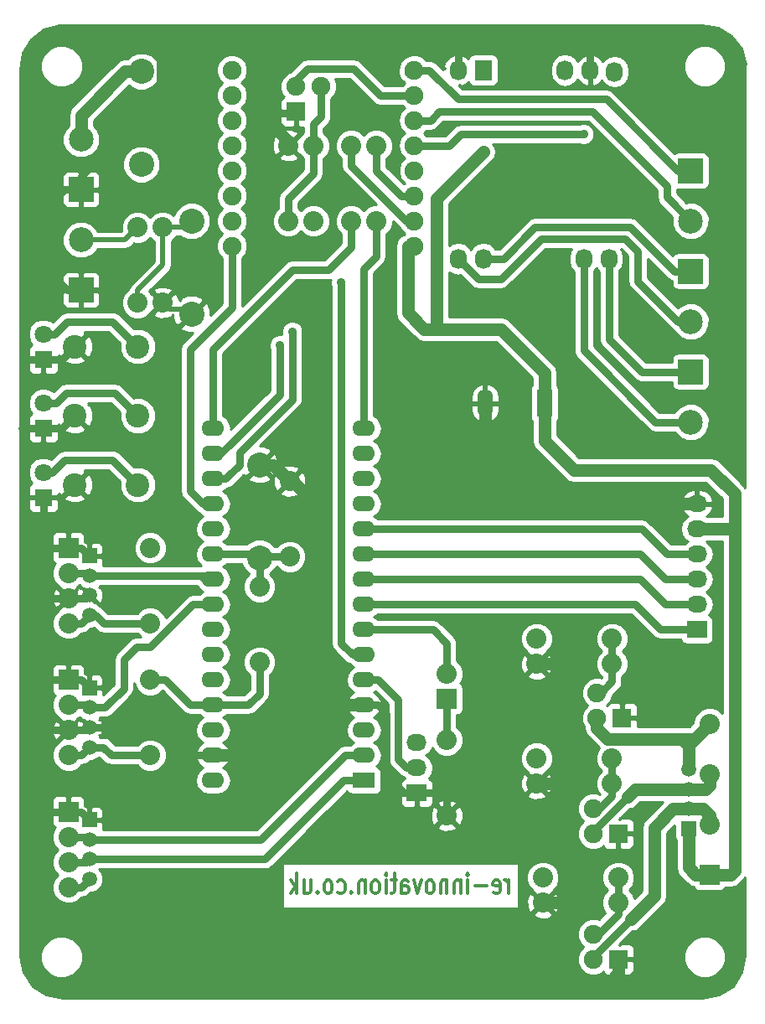
<source format=gbl>
G04 #@! TF.FileFunction,Copper,L2,Bot,Signal*
%FSLAX46Y46*%
G04 Gerber Fmt 4.6, Leading zero omitted, Abs format (unit mm)*
G04 Created by KiCad (PCBNEW 4.0.4-stable) date 01/06/17 10:24:34*
%MOMM*%
%LPD*%
G01*
G04 APERTURE LIST*
%ADD10C,0.150000*%
%ADD11C,0.304800*%
%ADD12C,1.900000*%
%ADD13R,2.286000X1.574800*%
%ADD14O,2.286000X1.574800*%
%ADD15O,1.727200X2.032000*%
%ADD16R,1.727200X2.032000*%
%ADD17C,2.032000*%
%ADD18R,2.032000X2.032000*%
%ADD19C,2.540000*%
%ADD20R,2.499360X2.499360*%
%ADD21C,2.499360*%
%ADD22R,2.032000X1.727200*%
%ADD23O,2.032000X1.727200*%
%ADD24R,1.500000X1.500000*%
%ADD25C,1.500000*%
%ADD26C,2.400300*%
%ADD27R,1.800860X1.800860*%
%ADD28C,1.800860*%
%ADD29R,1.600000X2.800000*%
%ADD30O,1.600000X2.800000*%
%ADD31R,1.905000X1.905000*%
%ADD32C,1.905000*%
%ADD33C,0.889000*%
%ADD34C,0.762000*%
%ADD35C,1.270000*%
%ADD36C,0.508000*%
%ADD37C,0.254000*%
G04 APERTURE END LIST*
D10*
D11*
X50201285Y11399762D02*
X50201285Y12754429D01*
X50201285Y12367381D02*
X50128713Y12560905D01*
X50056142Y12657667D01*
X49910999Y12754429D01*
X49765856Y12754429D01*
X48677284Y11496524D02*
X48822427Y11399762D01*
X49112713Y11399762D01*
X49257856Y11496524D01*
X49330427Y11690048D01*
X49330427Y12464143D01*
X49257856Y12657667D01*
X49112713Y12754429D01*
X48822427Y12754429D01*
X48677284Y12657667D01*
X48604713Y12464143D01*
X48604713Y12270619D01*
X49330427Y12077095D01*
X47951570Y12173857D02*
X46790427Y12173857D01*
X46064713Y11399762D02*
X46064713Y12754429D01*
X46064713Y13431762D02*
X46137284Y13335000D01*
X46064713Y13238238D01*
X45992141Y13335000D01*
X46064713Y13431762D01*
X46064713Y13238238D01*
X45338999Y12754429D02*
X45338999Y11399762D01*
X45338999Y12560905D02*
X45266427Y12657667D01*
X45121285Y12754429D01*
X44903570Y12754429D01*
X44758427Y12657667D01*
X44685856Y12464143D01*
X44685856Y11399762D01*
X43960142Y12754429D02*
X43960142Y11399762D01*
X43960142Y12560905D02*
X43887570Y12657667D01*
X43742428Y12754429D01*
X43524713Y12754429D01*
X43379570Y12657667D01*
X43306999Y12464143D01*
X43306999Y11399762D01*
X42363571Y11399762D02*
X42508713Y11496524D01*
X42581285Y11593286D01*
X42653856Y11786810D01*
X42653856Y12367381D01*
X42581285Y12560905D01*
X42508713Y12657667D01*
X42363571Y12754429D01*
X42145856Y12754429D01*
X42000713Y12657667D01*
X41928142Y12560905D01*
X41855571Y12367381D01*
X41855571Y11786810D01*
X41928142Y11593286D01*
X42000713Y11496524D01*
X42145856Y11399762D01*
X42363571Y11399762D01*
X41347571Y12754429D02*
X40984714Y11399762D01*
X40621856Y12754429D01*
X39388142Y11399762D02*
X39388142Y12464143D01*
X39460713Y12657667D01*
X39605856Y12754429D01*
X39896142Y12754429D01*
X40041285Y12657667D01*
X39388142Y11496524D02*
X39533285Y11399762D01*
X39896142Y11399762D01*
X40041285Y11496524D01*
X40113856Y11690048D01*
X40113856Y11883571D01*
X40041285Y12077095D01*
X39896142Y12173857D01*
X39533285Y12173857D01*
X39388142Y12270619D01*
X38880142Y12754429D02*
X38299571Y12754429D01*
X38662428Y13431762D02*
X38662428Y11690048D01*
X38589856Y11496524D01*
X38444714Y11399762D01*
X38299571Y11399762D01*
X37791571Y11399762D02*
X37791571Y12754429D01*
X37791571Y13431762D02*
X37864142Y13335000D01*
X37791571Y13238238D01*
X37718999Y13335000D01*
X37791571Y13431762D01*
X37791571Y13238238D01*
X36848143Y11399762D02*
X36993285Y11496524D01*
X37065857Y11593286D01*
X37138428Y11786810D01*
X37138428Y12367381D01*
X37065857Y12560905D01*
X36993285Y12657667D01*
X36848143Y12754429D01*
X36630428Y12754429D01*
X36485285Y12657667D01*
X36412714Y12560905D01*
X36340143Y12367381D01*
X36340143Y11786810D01*
X36412714Y11593286D01*
X36485285Y11496524D01*
X36630428Y11399762D01*
X36848143Y11399762D01*
X35687000Y12754429D02*
X35687000Y11399762D01*
X35687000Y12560905D02*
X35614428Y12657667D01*
X35469286Y12754429D01*
X35251571Y12754429D01*
X35106428Y12657667D01*
X35033857Y12464143D01*
X35033857Y11399762D01*
X34308143Y11593286D02*
X34235571Y11496524D01*
X34308143Y11399762D01*
X34380714Y11496524D01*
X34308143Y11593286D01*
X34308143Y11399762D01*
X32929286Y11496524D02*
X33074429Y11399762D01*
X33364715Y11399762D01*
X33509857Y11496524D01*
X33582429Y11593286D01*
X33655000Y11786810D01*
X33655000Y12367381D01*
X33582429Y12560905D01*
X33509857Y12657667D01*
X33364715Y12754429D01*
X33074429Y12754429D01*
X32929286Y12657667D01*
X32058429Y11399762D02*
X32203571Y11496524D01*
X32276143Y11593286D01*
X32348714Y11786810D01*
X32348714Y12367381D01*
X32276143Y12560905D01*
X32203571Y12657667D01*
X32058429Y12754429D01*
X31840714Y12754429D01*
X31695571Y12657667D01*
X31623000Y12560905D01*
X31550429Y12367381D01*
X31550429Y11786810D01*
X31623000Y11593286D01*
X31695571Y11496524D01*
X31840714Y11399762D01*
X32058429Y11399762D01*
X30897286Y11593286D02*
X30824714Y11496524D01*
X30897286Y11399762D01*
X30969857Y11496524D01*
X30897286Y11593286D01*
X30897286Y11399762D01*
X29518429Y12754429D02*
X29518429Y11399762D01*
X30171572Y12754429D02*
X30171572Y11690048D01*
X30099000Y11496524D01*
X29953858Y11399762D01*
X29736143Y11399762D01*
X29591000Y11496524D01*
X29518429Y11593286D01*
X28792715Y11399762D02*
X28792715Y13431762D01*
X28647572Y12173857D02*
X28212143Y11399762D01*
X28212143Y12754429D02*
X28792715Y11980333D01*
D12*
X40640000Y76835000D03*
X40640000Y79375000D03*
X40640000Y81915000D03*
X40640000Y84455000D03*
X40640000Y86995000D03*
X40640000Y89535000D03*
X40640000Y92075000D03*
X40640000Y94615000D03*
X22225000Y94615000D03*
X22225000Y92075000D03*
X22225000Y89535000D03*
X22225000Y86995000D03*
X22225000Y84455000D03*
X22225000Y81915000D03*
X22225000Y79375000D03*
X22225000Y76835000D03*
D13*
X35560000Y22860000D03*
D14*
X35560000Y25400000D03*
X35560000Y27940000D03*
X35560000Y30480000D03*
X35560000Y33020000D03*
X35560000Y35560000D03*
X35560000Y38100000D03*
X35560000Y40640000D03*
X35560000Y43180000D03*
X35560000Y45720000D03*
X35560000Y48260000D03*
X35560000Y50800000D03*
X35560000Y53340000D03*
X35560000Y55880000D03*
X35560000Y58420000D03*
X20320000Y58420000D03*
X20320000Y55880000D03*
X20320000Y53340000D03*
X20320000Y50800000D03*
X20320000Y48260000D03*
X20320000Y45720000D03*
X20320000Y43180000D03*
X20320000Y40640000D03*
X20320000Y38100000D03*
X20320000Y35560000D03*
X20320000Y33020000D03*
X20320000Y30480000D03*
X20320000Y27940000D03*
X20320000Y25400000D03*
X20320000Y22860000D03*
D15*
X58420000Y94615000D03*
D16*
X47625000Y94615000D03*
D15*
X60880000Y94455000D03*
X55880000Y94615000D03*
X45085000Y94615000D03*
X60325000Y75565000D03*
X57785000Y75565000D03*
X47625000Y75565000D03*
X45085000Y75565000D03*
D17*
X43942000Y33655000D03*
D18*
X43942000Y31115000D03*
D19*
X13081000Y85090000D03*
X13081000Y94488000D03*
X18161000Y79375000D03*
X18161000Y69977000D03*
X25019000Y45339000D03*
X25019000Y54737000D03*
D20*
X6985000Y72390000D03*
D21*
X6985000Y77470000D03*
D20*
X68580000Y84455000D03*
D21*
X68580000Y79375000D03*
D22*
X40894000Y21590000D03*
D23*
X40894000Y24130000D03*
X40894000Y26670000D03*
D18*
X70485000Y13335000D03*
D17*
X70485000Y18415000D03*
X70485000Y23495000D03*
X70485000Y28575000D03*
D24*
X68374000Y17955000D03*
D25*
X68374000Y19955000D03*
X68374000Y21955000D03*
X68374000Y23955000D03*
D20*
X68580000Y64135000D03*
D21*
X68580000Y59055000D03*
D20*
X68580000Y74295000D03*
D21*
X68580000Y69215000D03*
D20*
X6985000Y82550000D03*
D21*
X6985000Y87630000D03*
D17*
X43942000Y26924000D03*
X43942000Y19304000D03*
X12700000Y78740000D03*
X12700000Y71120000D03*
X13970000Y33020000D03*
X13970000Y25400000D03*
X15240000Y78740000D03*
X15240000Y71120000D03*
X13970000Y46355000D03*
X13970000Y38735000D03*
X25019000Y34798000D03*
X25019000Y42418000D03*
X28067000Y45466000D03*
X28067000Y53086000D03*
X30480000Y86995000D03*
X30480000Y79375000D03*
X34290000Y86995000D03*
X34290000Y79375000D03*
X36830000Y86995000D03*
X36830000Y79375000D03*
X27940000Y86995000D03*
X27940000Y79375000D03*
X53022500Y37147500D03*
X60642500Y37147500D03*
X60642500Y34607500D03*
X53022500Y34607500D03*
X53022500Y25082500D03*
X60642500Y25082500D03*
X60642500Y22542500D03*
X53022500Y22542500D03*
X53657500Y13017500D03*
X61277500Y13017500D03*
X61277500Y10477500D03*
X53657500Y10477500D03*
D26*
X6350000Y66675000D03*
X12700000Y66675000D03*
X6350000Y59690000D03*
X12700000Y59690000D03*
X6350000Y52705000D03*
X12700000Y52705000D03*
D27*
X3175000Y65405000D03*
D28*
X3175000Y67945000D03*
D27*
X3175000Y58420000D03*
D28*
X3175000Y60960000D03*
D27*
X3175000Y51435000D03*
D28*
X3175000Y53975000D03*
D18*
X5715000Y19685000D03*
D17*
X5715000Y17145000D03*
X5715000Y14605000D03*
X5715000Y12065000D03*
D24*
X7826000Y18875000D03*
D25*
X7826000Y16875000D03*
X7826000Y14875000D03*
X7826000Y12875000D03*
D18*
X5715000Y46355000D03*
D17*
X5715000Y43815000D03*
X5715000Y41275000D03*
X5715000Y38735000D03*
D24*
X7826000Y45545000D03*
D25*
X7826000Y43545000D03*
X7826000Y41545000D03*
X7826000Y39545000D03*
D18*
X5715000Y33020000D03*
D17*
X5715000Y30480000D03*
X5715000Y27940000D03*
X5715000Y25400000D03*
D24*
X7826000Y32210000D03*
D25*
X7826000Y30210000D03*
X7826000Y28210000D03*
X7826000Y26210000D03*
D29*
X53800000Y60960000D03*
D30*
X47800000Y60960000D03*
D22*
X69215000Y38100000D03*
D23*
X69215000Y40640000D03*
X69215000Y43180000D03*
X69215000Y45720000D03*
X69215000Y48260000D03*
X69215000Y50800000D03*
D31*
X61277500Y4762500D03*
D32*
X58737500Y7302500D03*
X58737500Y4762500D03*
D31*
X61277500Y17462500D03*
D32*
X58737500Y20002500D03*
X58737500Y17462500D03*
D31*
X61658500Y29146500D03*
D32*
X59118500Y31686500D03*
X59118500Y29146500D03*
D31*
X28702000Y90424000D03*
D32*
X31242000Y92964000D03*
X28702000Y92964000D03*
D33*
X47625000Y86360000D03*
X56515000Y37084000D03*
X33274000Y73152000D03*
X27051000Y66802000D03*
X28321000Y68199000D03*
X57785000Y88138000D03*
D34*
X20320000Y30480000D02*
X21971000Y30480000D01*
D35*
X42926000Y81661000D02*
X42926000Y68453000D01*
X47625000Y86360000D02*
X42926000Y81661000D01*
X42926000Y68453000D02*
X42926000Y68834000D01*
X42926000Y68834000D02*
X42926000Y68453000D01*
X68374000Y17955000D02*
X68374000Y14049000D01*
X68374000Y14049000D02*
X69088000Y13335000D01*
X69088000Y13335000D02*
X70485000Y13335000D01*
X69215000Y48260000D02*
X73025000Y48260000D01*
X73025000Y48260000D02*
X73025000Y48387000D01*
X53800000Y60960000D02*
X53800000Y57198000D01*
X53800000Y57198000D02*
X56769000Y54229000D01*
X56769000Y54229000D02*
X70612000Y54229000D01*
X70612000Y54229000D02*
X73025000Y51816000D01*
X73025000Y51816000D02*
X73025000Y48387000D01*
X72644000Y13335000D02*
X70485000Y13335000D01*
X73025000Y48387000D02*
X73025000Y13716000D01*
X73025000Y13716000D02*
X72644000Y13335000D01*
X53800000Y60960000D02*
X53800000Y64056000D01*
X40005000Y70104000D02*
X40005000Y76835000D01*
X41656000Y68453000D02*
X40005000Y70104000D01*
X49403000Y68453000D02*
X42926000Y68453000D01*
X42926000Y68453000D02*
X41656000Y68453000D01*
X53800000Y64056000D02*
X49403000Y68453000D01*
D34*
X13970000Y33020000D02*
X15494000Y33020000D01*
X15494000Y33020000D02*
X18034000Y30480000D01*
X18034000Y30480000D02*
X20955000Y30480000D01*
X20955000Y30480000D02*
X21971000Y30480000D01*
X21971000Y30480000D02*
X23876000Y30480000D01*
X23876000Y30480000D02*
X25019000Y31623000D01*
X25019000Y31623000D02*
X25019000Y34798000D01*
X5715000Y12065000D02*
X7016000Y12065000D01*
X7016000Y12065000D02*
X7826000Y12875000D01*
X69088000Y13335000D02*
X70485000Y13335000D01*
X68374000Y14049000D02*
X69088000Y13335000D01*
X20320000Y25400000D02*
X21590000Y25400000D01*
X20320000Y25400000D02*
X18288000Y25400000D01*
D35*
X20955000Y25400000D02*
X21590000Y25400000D01*
X21590000Y25400000D02*
X27051000Y25400000D01*
X27051000Y25400000D02*
X31750000Y30099000D01*
X31750000Y30099000D02*
X31750000Y32766000D01*
X28067000Y53086000D02*
X28321000Y53086000D01*
X28321000Y53086000D02*
X31750000Y49657000D01*
X31750000Y49657000D02*
X31750000Y32766000D01*
X31750000Y32766000D02*
X31750000Y31115000D01*
X31750000Y31115000D02*
X32385000Y30480000D01*
X32385000Y30480000D02*
X35560000Y30480000D01*
X25019000Y54737000D02*
X26416000Y54737000D01*
X26416000Y54737000D02*
X28067000Y53086000D01*
X53022500Y22542500D02*
X55753000Y22542500D01*
X53657500Y10477500D02*
X55753000Y10477500D01*
X55753000Y34607500D02*
X55753000Y4445000D01*
X55753000Y4445000D02*
X57531000Y2667000D01*
X57531000Y2667000D02*
X60579000Y2667000D01*
X60579000Y2667000D02*
X61277500Y3365500D01*
X61277500Y3365500D02*
X61277500Y4762500D01*
X53022500Y34607500D02*
X55753000Y34607500D01*
X55753000Y34607500D02*
X55753000Y34163000D01*
X56515000Y37084000D02*
X55753000Y36322000D01*
X55753000Y36322000D02*
X55753000Y34163000D01*
X47800000Y60960000D02*
X47800000Y55705000D01*
X47800000Y55705000D02*
X52705000Y50800000D01*
X52705000Y50800000D02*
X69215000Y50800000D01*
D34*
X26543000Y90297000D02*
X28575000Y90297000D01*
X28575000Y90297000D02*
X28702000Y90424000D01*
X27940000Y86995000D02*
X27940000Y87757000D01*
X27940000Y87757000D02*
X26543000Y89154000D01*
X26543000Y89154000D02*
X26543000Y90297000D01*
X26543000Y90297000D02*
X26543000Y96901000D01*
X45085000Y94615000D02*
X45085000Y96901000D01*
X45085000Y96901000D02*
X45085000Y96520000D01*
X45085000Y96520000D02*
X45085000Y96901000D01*
X58420000Y94615000D02*
X58420000Y96393000D01*
X6985000Y83947000D02*
X6985000Y82550000D01*
X14986000Y91948000D02*
X6985000Y83947000D01*
X14986000Y95758000D02*
X14986000Y91948000D01*
X16129000Y96901000D02*
X14986000Y95758000D01*
X57912000Y96901000D02*
X45085000Y96901000D01*
X45085000Y96901000D02*
X26543000Y96901000D01*
X26543000Y96901000D02*
X16129000Y96901000D01*
X58420000Y96393000D02*
X57912000Y96901000D01*
X55499000Y10414000D02*
X55753000Y10414000D01*
X55689500Y10414000D02*
X55499000Y10414000D01*
X55753000Y10477500D02*
X55689500Y10414000D01*
X43942000Y21590000D02*
X48514000Y21590000D01*
X51054000Y19050000D02*
X55753000Y19050000D01*
X48514000Y21590000D02*
X51054000Y19050000D01*
X55499000Y22606000D02*
X55753000Y22606000D01*
X55689500Y22606000D02*
X55499000Y22606000D01*
X55753000Y22542500D02*
X55689500Y22606000D01*
X61277500Y4762500D02*
X61277500Y3365500D01*
X61277500Y3365500D02*
X60579000Y2667000D01*
X60579000Y2667000D02*
X57531000Y2667000D01*
X57531000Y2667000D02*
X55753000Y4445000D01*
X55753000Y4445000D02*
X55753000Y10414000D01*
X55753000Y10414000D02*
X55753000Y19050000D01*
X55753000Y19050000D02*
X55753000Y22606000D01*
X55753000Y22606000D02*
X55753000Y34163000D01*
X58420000Y94615000D02*
X58420000Y94869000D01*
X7826000Y28210000D02*
X15478000Y28210000D01*
X18288000Y25400000D02*
X20955000Y25400000D01*
X15478000Y28210000D02*
X18288000Y25400000D01*
X28321000Y53086000D02*
X31750000Y49657000D01*
X31750000Y31115000D02*
X32385000Y30480000D01*
X31750000Y49657000D02*
X31750000Y31115000D01*
X6985000Y82550000D02*
X6985000Y83439000D01*
X3175000Y58420000D02*
X5080000Y58420000D01*
X5080000Y58420000D02*
X6350000Y59690000D01*
X3175000Y65405000D02*
X5080000Y65405000D01*
X5080000Y65405000D02*
X6350000Y66675000D01*
X3175000Y65405000D02*
X1143000Y65405000D01*
X1143000Y65405000D02*
X1270000Y65405000D01*
X1270000Y65405000D02*
X1143000Y65405000D01*
X3175000Y58420000D02*
X1143000Y58420000D01*
X1143000Y58420000D02*
X1016000Y58420000D01*
X1016000Y58420000D02*
X1143000Y58420000D01*
X4191000Y74041000D02*
X4191000Y73914000D01*
X1143000Y70866000D02*
X1143000Y65405000D01*
X4191000Y73914000D02*
X1143000Y70866000D01*
X1143000Y65405000D02*
X1143000Y58420000D01*
X2540000Y48387000D02*
X3175000Y48387000D01*
X1143000Y58420000D02*
X1143000Y49784000D01*
X1143000Y49784000D02*
X2540000Y48387000D01*
X6985000Y72390000D02*
X5588000Y72390000D01*
X5334000Y82550000D02*
X6985000Y82550000D01*
X4191000Y74041000D02*
X4191000Y81407000D01*
X4191000Y81407000D02*
X5334000Y82550000D01*
X4191000Y73787000D02*
X4191000Y74041000D01*
X5588000Y72390000D02*
X4191000Y73787000D01*
X5715000Y41275000D02*
X3175000Y41275000D01*
X3048000Y41148000D02*
X3175000Y41148000D01*
X3175000Y41275000D02*
X3048000Y41148000D01*
X5715000Y27940000D02*
X3175000Y27940000D01*
X3302000Y27813000D02*
X3175000Y27813000D01*
X3175000Y27940000D02*
X3302000Y27813000D01*
X5715000Y46355000D02*
X3175000Y46355000D01*
X3302000Y46228000D02*
X3175000Y46228000D01*
X3175000Y46355000D02*
X3302000Y46228000D01*
X5715000Y33020000D02*
X3175000Y33020000D01*
X3175000Y51435000D02*
X3175000Y48387000D01*
X3175000Y48387000D02*
X3175000Y46228000D01*
X3175000Y46228000D02*
X3175000Y41148000D01*
X3175000Y41148000D02*
X3175000Y33020000D01*
X3175000Y33020000D02*
X3175000Y27813000D01*
X3175000Y27813000D02*
X3175000Y20193000D01*
X3683000Y19685000D02*
X5715000Y19685000D01*
X3175000Y20193000D02*
X3683000Y19685000D01*
X5715000Y46355000D02*
X7016000Y46355000D01*
X7016000Y46355000D02*
X7826000Y45545000D01*
X5715000Y41275000D02*
X7556000Y41275000D01*
X7556000Y41275000D02*
X7826000Y41545000D01*
X5715000Y27940000D02*
X7556000Y27940000D01*
X7556000Y27940000D02*
X7826000Y28210000D01*
X5715000Y33020000D02*
X7016000Y33020000D01*
X7016000Y33020000D02*
X7826000Y32210000D01*
X5715000Y19685000D02*
X7016000Y19685000D01*
X7016000Y19685000D02*
X7826000Y18875000D01*
X32385000Y30480000D02*
X35560000Y30480000D01*
X40894000Y21590000D02*
X39624000Y21590000D01*
X36957000Y30480000D02*
X35560000Y30480000D01*
X37846000Y29591000D02*
X36957000Y30480000D01*
X37846000Y23368000D02*
X37846000Y29591000D01*
X39624000Y21590000D02*
X37846000Y23368000D01*
X43942000Y19304000D02*
X43942000Y21590000D01*
X43942000Y21590000D02*
X43942000Y21209000D01*
X43942000Y21209000D02*
X43942000Y21590000D01*
X43942000Y21590000D02*
X40894000Y21590000D01*
D36*
X6985000Y72390000D02*
X8890000Y72390000D01*
X13335000Y69215000D02*
X15240000Y71120000D01*
X12065000Y69215000D02*
X13335000Y69215000D01*
X8890000Y72390000D02*
X12065000Y69215000D01*
X18415000Y70485000D02*
X15875000Y70485000D01*
X15875000Y70485000D02*
X15240000Y71120000D01*
X5080000Y65405000D02*
X6350000Y66675000D01*
X5080000Y58420000D02*
X6350000Y59690000D01*
X3175000Y51435000D02*
X5080000Y51435000D01*
X5080000Y51435000D02*
X6350000Y52705000D01*
X27940000Y87376000D02*
X27686000Y87376000D01*
D34*
X25019000Y54864000D02*
X26289000Y54864000D01*
X26289000Y54864000D02*
X28067000Y53086000D01*
X35560000Y38100000D02*
X42545000Y38100000D01*
X43942000Y36703000D02*
X43942000Y33655000D01*
X42545000Y38100000D02*
X43942000Y36703000D01*
D35*
X6985000Y87630000D02*
X6985000Y90043000D01*
X11430000Y94488000D02*
X13081000Y94488000D01*
X6985000Y90043000D02*
X11430000Y94488000D01*
D36*
X17272000Y78740000D02*
X18415000Y79883000D01*
X15240000Y78740000D02*
X17272000Y78740000D01*
X12700000Y71120000D02*
X12700000Y72390000D01*
X15240000Y74930000D02*
X15240000Y78740000D01*
X12700000Y72390000D02*
X15240000Y74930000D01*
D34*
X20320000Y45720000D02*
X24638000Y45720000D01*
X24638000Y45720000D02*
X25019000Y45339000D01*
X25019000Y42418000D02*
X25019000Y45466000D01*
X25019000Y45466000D02*
X28067000Y45466000D01*
X24765000Y45720000D02*
X25019000Y45466000D01*
X20955000Y45720000D02*
X24765000Y45720000D01*
X7826000Y14875000D02*
X25543000Y14875000D01*
X33528000Y22860000D02*
X35560000Y22860000D01*
X25543000Y14875000D02*
X33528000Y22860000D01*
X5715000Y14605000D02*
X7556000Y14605000D01*
X7556000Y14605000D02*
X7826000Y14875000D01*
X7826000Y16875000D02*
X25130000Y16875000D01*
X33655000Y25400000D02*
X35560000Y25400000D01*
X25130000Y16875000D02*
X33655000Y25400000D01*
X5715000Y17145000D02*
X7556000Y17145000D01*
X7556000Y17145000D02*
X7826000Y16875000D01*
X35560000Y33020000D02*
X36957000Y33020000D01*
X38989000Y25019000D02*
X39878000Y24130000D01*
X38989000Y30988000D02*
X38989000Y25019000D01*
X36957000Y33020000D02*
X38989000Y30988000D01*
X39878000Y24130000D02*
X40894000Y24130000D01*
X35560000Y35560000D02*
X34417000Y35560000D01*
X33274000Y36703000D02*
X33274000Y73152000D01*
X34417000Y35560000D02*
X33274000Y36703000D01*
X35560000Y40640000D02*
X62992000Y40640000D01*
X65532000Y38100000D02*
X69215000Y38100000D01*
X62992000Y40640000D02*
X65532000Y38100000D01*
X35560000Y43180000D02*
X63500000Y43180000D01*
X66040000Y40640000D02*
X69215000Y40640000D01*
X63500000Y43180000D02*
X66040000Y40640000D01*
X35560000Y45720000D02*
X63500000Y45720000D01*
X66040000Y43180000D02*
X69215000Y43180000D01*
X63500000Y45720000D02*
X66040000Y43180000D01*
X35560000Y48260000D02*
X63627000Y48260000D01*
X66167000Y45720000D02*
X69215000Y45720000D01*
X63627000Y48260000D02*
X66167000Y45720000D01*
X35560000Y58420000D02*
X35560000Y74549000D01*
X36830000Y75819000D02*
X36830000Y79375000D01*
X35560000Y74549000D02*
X36830000Y75819000D01*
X20320000Y58420000D02*
X20320000Y66421000D01*
X20320000Y66421000D02*
X22606000Y68707000D01*
X34290000Y76708000D02*
X34290000Y79375000D01*
X32004000Y74422000D02*
X34290000Y76708000D01*
X28321000Y74422000D02*
X32004000Y74422000D01*
X22606000Y68707000D02*
X28321000Y74422000D01*
X20320000Y55880000D02*
X21082000Y55880000D01*
X21082000Y55880000D02*
X22225000Y57023000D01*
X20955000Y55880000D02*
X21082000Y55880000D01*
X21082000Y55880000D02*
X22225000Y57023000D01*
X22225000Y57023000D02*
X27051000Y61849000D01*
X27051000Y61849000D02*
X27051000Y66802000D01*
X27051000Y66802000D02*
X27051000Y66929000D01*
X20320000Y53340000D02*
X21590000Y53340000D01*
X21590000Y53340000D02*
X21844000Y53594000D01*
X20955000Y53340000D02*
X21590000Y53340000D01*
X21590000Y53340000D02*
X21844000Y53594000D01*
X21844000Y53594000D02*
X22987000Y54737000D01*
X22987000Y54737000D02*
X22987000Y56007000D01*
X22987000Y56007000D02*
X28321000Y61341000D01*
X28321000Y61341000D02*
X28321000Y68199000D01*
X20320000Y50800000D02*
X19304000Y50800000D01*
X19304000Y50800000D02*
X18034000Y52070000D01*
X18034000Y52070000D02*
X18034000Y66421000D01*
X18034000Y66421000D02*
X22225000Y70612000D01*
X22225000Y70612000D02*
X22225000Y76835000D01*
X20320000Y43180000D02*
X19431000Y43180000D01*
X19431000Y43180000D02*
X19066000Y43545000D01*
X7826000Y43545000D02*
X19066000Y43545000D01*
X19066000Y43545000D02*
X20590000Y43545000D01*
X20590000Y43545000D02*
X20955000Y43180000D01*
X5715000Y43815000D02*
X7556000Y43815000D01*
X7556000Y43815000D02*
X7826000Y43545000D01*
X20320000Y40640000D02*
X18288000Y40640000D01*
X7826000Y30210000D02*
X9382000Y30210000D01*
X18288000Y40640000D02*
X20955000Y40640000D01*
X13970000Y36322000D02*
X18288000Y40640000D01*
X12573000Y36322000D02*
X13970000Y36322000D01*
X11303000Y35052000D02*
X12573000Y36322000D01*
X11303000Y32131000D02*
X11303000Y35052000D01*
X9382000Y30210000D02*
X11303000Y32131000D01*
X5715000Y30480000D02*
X7556000Y30480000D01*
X7556000Y30480000D02*
X7826000Y30210000D01*
X3175000Y53975000D02*
X4064000Y53975000D01*
X4064000Y53975000D02*
X5334000Y55245000D01*
X5334000Y55245000D02*
X10160000Y55245000D01*
X10160000Y55245000D02*
X12700000Y52705000D01*
X3175000Y60960000D02*
X4445000Y60960000D01*
X10414000Y61976000D02*
X12700000Y59690000D01*
X5461000Y61976000D02*
X10414000Y61976000D01*
X4445000Y60960000D02*
X5461000Y61976000D01*
D36*
X3175000Y60960000D02*
X3810000Y60960000D01*
D34*
X3175000Y67945000D02*
X4318000Y67945000D01*
X5588000Y69215000D02*
X10160000Y69215000D01*
X4318000Y67945000D02*
X5588000Y69215000D01*
X10160000Y69215000D02*
X12700000Y66675000D01*
D36*
X3175000Y67945000D02*
X3810000Y67945000D01*
X10160000Y69215000D02*
X12700000Y66675000D01*
X6985000Y77470000D02*
X11430000Y77470000D01*
X11430000Y77470000D02*
X12700000Y78740000D01*
D34*
X7826000Y39545000D02*
X8461000Y39545000D01*
X8461000Y39545000D02*
X9271000Y38735000D01*
X9271000Y38735000D02*
X13970000Y38735000D01*
X5715000Y38735000D02*
X7016000Y38735000D01*
X7016000Y38735000D02*
X7826000Y39545000D01*
X7826000Y26210000D02*
X9223000Y26210000D01*
X10033000Y25400000D02*
X13970000Y25400000D01*
X9223000Y26210000D02*
X10033000Y25400000D01*
X5715000Y25400000D02*
X7016000Y25400000D01*
X7016000Y25400000D02*
X7826000Y26210000D01*
X40005000Y94615000D02*
X42164000Y94615000D01*
X67310000Y84455000D02*
X68580000Y84455000D01*
X60071000Y91694000D02*
X67310000Y84455000D01*
X45085000Y91694000D02*
X60071000Y91694000D01*
X42164000Y94615000D02*
X45085000Y91694000D01*
X40005000Y94615000D02*
X40005000Y94361000D01*
X40005000Y89535000D02*
X42291000Y89535000D01*
X66167000Y81788000D02*
X68580000Y79375000D01*
X66167000Y82931000D02*
X66167000Y81788000D01*
X58674000Y90424000D02*
X66167000Y82931000D01*
X43180000Y90424000D02*
X58674000Y90424000D01*
X42291000Y89535000D02*
X43180000Y90424000D01*
X28702000Y92964000D02*
X28702000Y93599000D01*
X28702000Y93599000D02*
X29845000Y94742000D01*
X29845000Y94742000D02*
X34544000Y94742000D01*
X34544000Y94742000D02*
X37211000Y92075000D01*
X37211000Y92075000D02*
X40005000Y92075000D01*
D35*
X62547500Y8826500D02*
X64897000Y11176000D01*
X64897000Y11176000D02*
X64897000Y18034000D01*
X64897000Y18034000D02*
X66818000Y19955000D01*
X66818000Y19955000D02*
X68374000Y19955000D01*
X70485000Y18415000D02*
X70485000Y19304000D01*
X70485000Y19304000D02*
X69834000Y19955000D01*
X69834000Y19955000D02*
X68374000Y19955000D01*
D34*
X58737500Y4762500D02*
X58737500Y5016500D01*
X58737500Y5016500D02*
X62547500Y8826500D01*
X64897000Y11176000D02*
X64897000Y18034000D01*
X64897000Y18034000D02*
X66818000Y19955000D01*
X66818000Y19955000D02*
X68374000Y19955000D01*
X68374000Y19955000D02*
X68945000Y19955000D01*
D35*
X68374000Y21955000D02*
X62976000Y21955000D01*
X62976000Y21955000D02*
X62230000Y21209000D01*
X68374000Y21955000D02*
X70088000Y21955000D01*
X70485000Y22352000D02*
X70485000Y23495000D01*
X70088000Y21955000D02*
X70485000Y22352000D01*
D34*
X58737500Y17462500D02*
X58737500Y17716500D01*
X58737500Y17716500D02*
X62230000Y21209000D01*
X62230000Y21209000D02*
X62976000Y21955000D01*
X58674000Y17526000D02*
X58737500Y17462500D01*
X68374000Y21955000D02*
X68945000Y21955000D01*
D35*
X66167000Y27051000D02*
X68628000Y27051000D01*
X68628000Y27051000D02*
X68794500Y26884500D01*
X67905500Y26884500D02*
X68794500Y26884500D01*
X68794500Y26884500D02*
X70485000Y28575000D01*
X59118500Y29146500D02*
X59118500Y28130500D01*
X67739000Y27051000D02*
X67905500Y26884500D01*
X67905500Y26884500D02*
X68374000Y26416000D01*
X60198000Y27051000D02*
X66167000Y27051000D01*
X66167000Y27051000D02*
X67739000Y27051000D01*
X59118500Y28130500D02*
X60198000Y27051000D01*
X68374000Y26416000D02*
X68374000Y26464000D01*
X68374000Y23955000D02*
X68374000Y26416000D01*
X68374000Y26464000D02*
X70485000Y28575000D01*
D34*
X68374000Y26464000D02*
X70485000Y28575000D01*
X68580000Y64135000D02*
X63627000Y64135000D01*
X60325000Y67437000D02*
X60325000Y75565000D01*
X63627000Y64135000D02*
X60325000Y67437000D01*
X57785000Y75565000D02*
X57785000Y66294000D01*
X65024000Y59055000D02*
X68580000Y59055000D01*
X57785000Y66294000D02*
X65024000Y59055000D01*
X47625000Y75565000D02*
X49657000Y75565000D01*
X66929000Y74295000D02*
X68580000Y74295000D01*
X62484000Y78740000D02*
X66929000Y74295000D01*
X52832000Y78740000D02*
X62484000Y78740000D01*
X49657000Y75565000D02*
X52832000Y78740000D01*
X68580000Y69215000D02*
X67310000Y69215000D01*
X47117000Y73533000D02*
X45085000Y75565000D01*
X49403000Y73533000D02*
X47117000Y73533000D01*
X53467000Y77597000D02*
X49403000Y73533000D01*
X61976000Y77597000D02*
X53467000Y77597000D01*
X63246000Y76327000D02*
X61976000Y77597000D01*
X63246000Y73279000D02*
X63246000Y76327000D01*
X67310000Y69215000D02*
X63246000Y73279000D01*
X40005000Y86995000D02*
X44196000Y86995000D01*
X45339000Y88138000D02*
X57785000Y88138000D01*
X44196000Y86995000D02*
X45339000Y88138000D01*
X30480000Y86995000D02*
X30480000Y89154000D01*
X31242000Y89916000D02*
X31242000Y92964000D01*
X30480000Y89154000D02*
X31242000Y89916000D01*
X27940000Y79375000D02*
X27940000Y81661000D01*
X30480000Y84201000D02*
X30480000Y86995000D01*
X27940000Y81661000D02*
X30480000Y84201000D01*
X60642500Y34607500D02*
X60642500Y37147500D01*
X59118500Y31686500D02*
X59499500Y31686500D01*
X59499500Y31686500D02*
X60642500Y32829500D01*
X60642500Y32829500D02*
X60642500Y34607500D01*
X60642500Y22542500D02*
X60642500Y25082500D01*
X58737500Y20002500D02*
X59372500Y20002500D01*
X59372500Y20002500D02*
X60642500Y21272500D01*
X60642500Y21272500D02*
X60642500Y22542500D01*
X58737500Y7302500D02*
X59245500Y7302500D01*
X59245500Y7302500D02*
X61277500Y9334500D01*
X61277500Y9334500D02*
X61277500Y10477500D01*
X61277500Y10477500D02*
X61277500Y13017500D01*
X40005000Y79375000D02*
X39878000Y79375000D01*
X39878000Y79375000D02*
X34290000Y84963000D01*
X34290000Y84963000D02*
X34290000Y86995000D01*
X40005000Y81915000D02*
X39370000Y81915000D01*
X39370000Y81915000D02*
X36830000Y84455000D01*
X36830000Y84455000D02*
X36830000Y86995000D01*
X43942000Y31115000D02*
X43942000Y26924000D01*
D37*
G36*
X71355919Y98876097D02*
X72735805Y98053052D01*
X73695686Y96764601D01*
X74107203Y95136589D01*
X74104500Y95123000D01*
X74104500Y52442430D01*
X73923026Y52714026D01*
X73923023Y52714028D01*
X71510026Y55127026D01*
X71098008Y55402327D01*
X70612000Y55499001D01*
X70611995Y55499000D01*
X57295052Y55499000D01*
X55070000Y57724052D01*
X55070000Y59123072D01*
X55196431Y59308110D01*
X55247440Y59560000D01*
X55247440Y62360000D01*
X55203162Y62595317D01*
X55070000Y62802257D01*
X55070000Y64055995D01*
X55070001Y64056000D01*
X54973327Y64542008D01*
X54698026Y64954026D01*
X50301026Y69351026D01*
X49889008Y69626327D01*
X49403000Y69723001D01*
X49402995Y69723000D01*
X44196000Y69723000D01*
X44196000Y74206547D01*
X44511511Y73995729D01*
X45085000Y73881655D01*
X45290607Y73922553D01*
X46398580Y72814579D01*
X46728193Y72594338D01*
X46792700Y72581507D01*
X47117000Y72517000D01*
X49403000Y72517000D01*
X49727300Y72581507D01*
X49791807Y72594338D01*
X50121420Y72814580D01*
X53887841Y76581000D01*
X56572708Y76581000D01*
X56400474Y76323234D01*
X56286400Y75749745D01*
X56286400Y75380255D01*
X56400474Y74806766D01*
X56725330Y74320585D01*
X56769000Y74291406D01*
X56769000Y66294000D01*
X56821091Y66032120D01*
X56846338Y65905193D01*
X57066580Y65575580D01*
X64305580Y58336579D01*
X64635193Y58116338D01*
X64691752Y58105088D01*
X65024000Y58039000D01*
X66960576Y58039000D01*
X66981314Y57988809D01*
X67511021Y57458178D01*
X68203469Y57170648D01*
X68953241Y57169994D01*
X69646191Y57456314D01*
X70176822Y57986021D01*
X70464352Y58678469D01*
X70465006Y59428241D01*
X70178686Y60121191D01*
X69648979Y60651822D01*
X68956531Y60939352D01*
X68206759Y60940006D01*
X67513809Y60653686D01*
X66983178Y60123979D01*
X66961179Y60071000D01*
X65444841Y60071000D01*
X58801000Y66714840D01*
X58801000Y74291406D01*
X58844670Y74320585D01*
X59055000Y74635366D01*
X59265330Y74320585D01*
X59309000Y74291406D01*
X59309000Y67437000D01*
X59350855Y67226580D01*
X59386338Y67048193D01*
X59606580Y66718580D01*
X62908579Y63416580D01*
X63128821Y63269419D01*
X63238194Y63196338D01*
X63627000Y63119000D01*
X66682880Y63119000D01*
X66682880Y62885320D01*
X66727158Y62650003D01*
X66866230Y62433879D01*
X67078430Y62288889D01*
X67330320Y62237880D01*
X69829680Y62237880D01*
X70064997Y62282158D01*
X70281121Y62421230D01*
X70426111Y62633430D01*
X70477120Y62885320D01*
X70477120Y65384680D01*
X70432842Y65619997D01*
X70293770Y65836121D01*
X70081570Y65981111D01*
X69829680Y66032120D01*
X67330320Y66032120D01*
X67095003Y65987842D01*
X66878879Y65848770D01*
X66733889Y65636570D01*
X66682880Y65384680D01*
X66682880Y65151000D01*
X64047841Y65151000D01*
X61341000Y67857840D01*
X61341000Y74291406D01*
X61384670Y74320585D01*
X61709526Y74806766D01*
X61823600Y75380255D01*
X61823600Y75749745D01*
X61709526Y76323234D01*
X61537292Y76581000D01*
X61555160Y76581000D01*
X62230000Y75906159D01*
X62230000Y73279000D01*
X62256815Y73144193D01*
X62307338Y72890193D01*
X62527580Y72560580D01*
X66591580Y68496579D01*
X66921193Y68276338D01*
X66929285Y68274728D01*
X66981314Y68148809D01*
X67511021Y67618178D01*
X68203469Y67330648D01*
X68953241Y67329994D01*
X69646191Y67616314D01*
X70176822Y68146021D01*
X70464352Y68838469D01*
X70465006Y69588241D01*
X70178686Y70281191D01*
X69648979Y70811822D01*
X68956531Y71099352D01*
X68206759Y71100006D01*
X67513809Y70813686D01*
X67330823Y70631018D01*
X64262000Y73699840D01*
X64262000Y75525159D01*
X66210579Y73576580D01*
X66350126Y73483338D01*
X66540194Y73356338D01*
X66682880Y73327956D01*
X66682880Y73045320D01*
X66727158Y72810003D01*
X66866230Y72593879D01*
X67078430Y72448889D01*
X67330320Y72397880D01*
X69829680Y72397880D01*
X70064997Y72442158D01*
X70281121Y72581230D01*
X70426111Y72793430D01*
X70477120Y73045320D01*
X70477120Y75544680D01*
X70432842Y75779997D01*
X70293770Y75996121D01*
X70081570Y76141111D01*
X69829680Y76192120D01*
X67330320Y76192120D01*
X67095003Y76147842D01*
X66878879Y76008770D01*
X66786813Y75874027D01*
X63202420Y79458420D01*
X62872807Y79678662D01*
X62755663Y79701963D01*
X62484000Y79756000D01*
X52832000Y79756000D01*
X52560337Y79701963D01*
X52443193Y79678662D01*
X52113579Y79458420D01*
X49236160Y76581000D01*
X48837292Y76581000D01*
X48684670Y76809415D01*
X48198489Y77134271D01*
X47625000Y77248345D01*
X47051511Y77134271D01*
X46565330Y76809415D01*
X46355000Y76494634D01*
X46144670Y76809415D01*
X45658489Y77134271D01*
X45085000Y77248345D01*
X44511511Y77134271D01*
X44196000Y76923453D01*
X44196000Y81134948D01*
X48523026Y85461975D01*
X48798327Y85873992D01*
X48895001Y86360000D01*
X48798327Y86846008D01*
X48613915Y87122000D01*
X57416858Y87122000D01*
X57569332Y87058687D01*
X57998784Y87058313D01*
X58395689Y87222311D01*
X58699622Y87525714D01*
X58864313Y87922332D01*
X58864687Y88351784D01*
X58700689Y88748689D01*
X58397286Y89052622D01*
X58000668Y89217313D01*
X57571216Y89217687D01*
X57417082Y89154000D01*
X45339000Y89154000D01*
X45014700Y89089493D01*
X44950193Y89076662D01*
X44620579Y88856420D01*
X43775160Y88011000D01*
X41865346Y88011000D01*
X41611529Y88265261D01*
X41865712Y88519000D01*
X42291000Y88519000D01*
X42615300Y88583507D01*
X42679807Y88596338D01*
X43009420Y88816580D01*
X43600841Y89408000D01*
X58253160Y89408000D01*
X65151000Y82510159D01*
X65151000Y81788000D01*
X65215507Y81463700D01*
X65228338Y81399193D01*
X65448580Y81069580D01*
X66716474Y79801685D01*
X66695648Y79751531D01*
X66694994Y79001759D01*
X66981314Y78308809D01*
X67511021Y77778178D01*
X68203469Y77490648D01*
X68953241Y77489994D01*
X69646191Y77776314D01*
X70176822Y78306021D01*
X70464352Y78998469D01*
X70465006Y79748241D01*
X70178686Y80441191D01*
X69648979Y80971822D01*
X68956531Y81259352D01*
X68206759Y81260006D01*
X68153741Y81238100D01*
X67183000Y82208840D01*
X67183000Y82587713D01*
X67330320Y82557880D01*
X69829680Y82557880D01*
X70064997Y82602158D01*
X70281121Y82741230D01*
X70426111Y82953430D01*
X70477120Y83205320D01*
X70477120Y85704680D01*
X70432842Y85939997D01*
X70293770Y86156121D01*
X70081570Y86301111D01*
X69829680Y86352120D01*
X67330320Y86352120D01*
X67095003Y86307842D01*
X66972699Y86229142D01*
X60789420Y92412420D01*
X60459807Y92632662D01*
X60374592Y92649612D01*
X60071000Y92710000D01*
X45505841Y92710000D01*
X45212002Y93003839D01*
X45212002Y93128782D01*
X45444026Y93007642D01*
X45459791Y93010291D01*
X45987036Y93264268D01*
X46143907Y93439845D01*
X46158238Y93363683D01*
X46297310Y93147559D01*
X46509510Y93002569D01*
X46761400Y92951560D01*
X48488600Y92951560D01*
X48723917Y92995838D01*
X48940041Y93134910D01*
X49085031Y93347110D01*
X49136040Y93599000D01*
X49136040Y94799745D01*
X54381400Y94799745D01*
X54381400Y94430255D01*
X54495474Y93856766D01*
X54820330Y93370585D01*
X55306511Y93045729D01*
X55880000Y92931655D01*
X56453489Y93045729D01*
X56939670Y93370585D01*
X57146461Y93680069D01*
X57517964Y93264268D01*
X58045209Y93010291D01*
X58060974Y93007642D01*
X58293000Y93128783D01*
X58293000Y94488000D01*
X58273000Y94488000D01*
X58273000Y94742000D01*
X58293000Y94742000D01*
X58293000Y96101217D01*
X58547000Y96101217D01*
X58547000Y94742000D01*
X58567000Y94742000D01*
X58567000Y94488000D01*
X58547000Y94488000D01*
X58547000Y93128783D01*
X58779026Y93007642D01*
X58794791Y93010291D01*
X59322036Y93264268D01*
X59586603Y93560382D01*
X59820330Y93210585D01*
X60306511Y92885729D01*
X60880000Y92771655D01*
X61453489Y92885729D01*
X61939670Y93210585D01*
X62264526Y93696766D01*
X62378600Y94270255D01*
X62378600Y94577185D01*
X67864630Y94577185D01*
X68188980Y93792200D01*
X68789041Y93191091D01*
X69573459Y92865372D01*
X70422815Y92864630D01*
X71207800Y93188980D01*
X71808909Y93789041D01*
X72134628Y94573459D01*
X72135370Y95422815D01*
X71811020Y96207800D01*
X71210959Y96808909D01*
X70426541Y97134628D01*
X69577185Y97135370D01*
X68792200Y96811020D01*
X68191091Y96210959D01*
X67865372Y95426541D01*
X67864630Y94577185D01*
X62378600Y94577185D01*
X62378600Y94639745D01*
X62264526Y95213234D01*
X61939670Y95699415D01*
X61453489Y96024271D01*
X60880000Y96138345D01*
X60306511Y96024271D01*
X59820330Y95699415D01*
X59708934Y95532700D01*
X59322036Y95965732D01*
X58794791Y96219709D01*
X58779026Y96222358D01*
X58547000Y96101217D01*
X58293000Y96101217D01*
X58060974Y96222358D01*
X58045209Y96219709D01*
X57517964Y95965732D01*
X57146461Y95549931D01*
X56939670Y95859415D01*
X56453489Y96184271D01*
X55880000Y96298345D01*
X55306511Y96184271D01*
X54820330Y95859415D01*
X54495474Y95373234D01*
X54381400Y94799745D01*
X49136040Y94799745D01*
X49136040Y95631000D01*
X49091762Y95866317D01*
X48952690Y96082441D01*
X48740490Y96227431D01*
X48488600Y96278440D01*
X46761400Y96278440D01*
X46526083Y96234162D01*
X46309959Y96095090D01*
X46164969Y95882890D01*
X46145768Y95788073D01*
X45987036Y95965732D01*
X45459791Y96219709D01*
X45444026Y96222358D01*
X45212000Y96101217D01*
X45212000Y94742000D01*
X45232000Y94742000D01*
X45232000Y94488000D01*
X45212000Y94488000D01*
X45212000Y94468000D01*
X44958000Y94468000D01*
X44958000Y94488000D01*
X44938000Y94488000D01*
X44938000Y94742000D01*
X44958000Y94742000D01*
X44958000Y96101217D01*
X44725974Y96222358D01*
X44710209Y96219709D01*
X44182964Y95965732D01*
X43793046Y95529320D01*
X43599816Y94976913D01*
X43744075Y94742002D01*
X43586400Y94742002D01*
X43586400Y94629440D01*
X42882420Y95333420D01*
X42552807Y95553662D01*
X42478185Y95568505D01*
X42164000Y95631000D01*
X41865346Y95631000D01*
X41539003Y95957914D01*
X40956659Y96199724D01*
X40326107Y96200275D01*
X39743343Y95959481D01*
X39297086Y95514003D01*
X39116254Y95078510D01*
X39066338Y95003806D01*
X38989000Y94615000D01*
X38989000Y94361000D01*
X39066338Y93972194D01*
X39286580Y93642580D01*
X39540555Y93472879D01*
X39668471Y93344739D01*
X39414288Y93091000D01*
X37631841Y93091000D01*
X35262420Y95460420D01*
X34932807Y95680662D01*
X34868300Y95693493D01*
X34544000Y95758000D01*
X29845000Y95758000D01*
X29520700Y95693493D01*
X29456193Y95680662D01*
X29126579Y95460420D01*
X28098460Y94432300D01*
X27803928Y94310602D01*
X27356968Y93864421D01*
X27114776Y93281159D01*
X27114225Y92649612D01*
X27355398Y92065928D01*
X27472175Y91948947D01*
X27389802Y91914827D01*
X27211173Y91736199D01*
X27114500Y91502810D01*
X27114500Y90709750D01*
X27273250Y90551000D01*
X28575000Y90551000D01*
X28575000Y90571000D01*
X28829000Y90571000D01*
X28829000Y90551000D01*
X28849000Y90551000D01*
X28849000Y90297000D01*
X28829000Y90297000D01*
X28829000Y88995250D01*
X28987750Y88836500D01*
X29464000Y88836500D01*
X29464000Y88313604D01*
X29122435Y87972634D01*
X29104107Y87979502D01*
X28119605Y86995000D01*
X29104107Y86010498D01*
X29122917Y86017547D01*
X29464000Y85675868D01*
X29464000Y84621841D01*
X27221580Y82379420D01*
X27001338Y82049807D01*
X27001338Y82049806D01*
X26924000Y81661000D01*
X26924000Y80693604D01*
X26541166Y80311437D01*
X26289287Y79704845D01*
X26288714Y79048037D01*
X26539534Y78441005D01*
X27003563Y77976166D01*
X27610155Y77724287D01*
X28266963Y77723714D01*
X28873995Y77974534D01*
X29210179Y78310132D01*
X29543563Y77976166D01*
X30150155Y77724287D01*
X30806963Y77723714D01*
X31413995Y77974534D01*
X31878834Y78438563D01*
X32130713Y79045155D01*
X32131286Y79701963D01*
X31880466Y80308995D01*
X31416437Y80773834D01*
X30809845Y81025713D01*
X30153037Y81026286D01*
X29546005Y80775466D01*
X29209821Y80439868D01*
X28956000Y80694132D01*
X28956000Y81240160D01*
X31198420Y83482579D01*
X31418661Y83812193D01*
X31418662Y83812194D01*
X31496000Y84201000D01*
X31496000Y85676396D01*
X31878834Y86058563D01*
X32130713Y86665155D01*
X32131286Y87321963D01*
X31880466Y87928995D01*
X31496000Y88314132D01*
X31496000Y88733160D01*
X31960421Y89197580D01*
X32180662Y89527193D01*
X32216145Y89705580D01*
X32258000Y89916000D01*
X32258000Y91735120D01*
X32587032Y92063579D01*
X32829224Y92646841D01*
X32829775Y93278388D01*
X32644826Y93726000D01*
X34123160Y93726000D01*
X36492580Y91356579D01*
X36822193Y91136338D01*
X37211000Y91059000D01*
X39414654Y91059000D01*
X39668471Y90804739D01*
X39297086Y90434003D01*
X39116254Y89998510D01*
X39066338Y89923806D01*
X38989000Y89535000D01*
X39066338Y89146194D01*
X39117019Y89070345D01*
X39295519Y88638343D01*
X39668471Y88264739D01*
X39297086Y87894003D01*
X39116254Y87458510D01*
X39066338Y87383806D01*
X38989000Y86995000D01*
X39066338Y86606194D01*
X39117019Y86530345D01*
X39295519Y86098343D01*
X39668471Y85724739D01*
X39297086Y85354003D01*
X39055276Y84771659D01*
X39054725Y84141107D01*
X39295519Y83558343D01*
X39668471Y83184739D01*
X39602729Y83119112D01*
X37846000Y84875840D01*
X37846000Y85676396D01*
X38228834Y86058563D01*
X38480713Y86665155D01*
X38481286Y87321963D01*
X38230466Y87928995D01*
X37766437Y88393834D01*
X37159845Y88645713D01*
X36503037Y88646286D01*
X35896005Y88395466D01*
X35559821Y88059868D01*
X35226437Y88393834D01*
X34619845Y88645713D01*
X33963037Y88646286D01*
X33356005Y88395466D01*
X32891166Y87931437D01*
X32639287Y87324845D01*
X32638714Y86668037D01*
X32889534Y86061005D01*
X33274000Y85675868D01*
X33274000Y84963000D01*
X33323781Y84712735D01*
X33351338Y84574193D01*
X33571580Y84244580D01*
X36790124Y81026036D01*
X36503037Y81026286D01*
X35896005Y80775466D01*
X35559821Y80439868D01*
X35226437Y80773834D01*
X34619845Y81025713D01*
X33963037Y81026286D01*
X33356005Y80775466D01*
X32891166Y80311437D01*
X32639287Y79704845D01*
X32638714Y79048037D01*
X32889534Y78441005D01*
X33274000Y78055868D01*
X33274000Y77128841D01*
X31583160Y75438000D01*
X28321000Y75438000D01*
X27932193Y75360662D01*
X27602580Y75140421D01*
X23241000Y70778840D01*
X23241000Y75609654D01*
X23567914Y75935997D01*
X23809724Y76518341D01*
X23810275Y77148893D01*
X23569481Y77731657D01*
X23196529Y78105261D01*
X23567914Y78475997D01*
X23809724Y79058341D01*
X23810275Y79688893D01*
X23569481Y80271657D01*
X23196529Y80645261D01*
X23567914Y81015997D01*
X23809724Y81598341D01*
X23810275Y82228893D01*
X23569481Y82811657D01*
X23196529Y83185261D01*
X23567914Y83555997D01*
X23809724Y84138341D01*
X23810275Y84768893D01*
X23569481Y85351657D01*
X23196529Y85725261D01*
X23302345Y85830893D01*
X26955498Y85830893D01*
X27056120Y85562378D01*
X27671642Y85333184D01*
X28328019Y85356986D01*
X28823880Y85562378D01*
X28924502Y85830893D01*
X27940000Y86815395D01*
X26955498Y85830893D01*
X23302345Y85830893D01*
X23567914Y86095997D01*
X23809724Y86678341D01*
X23810235Y87263358D01*
X26278184Y87263358D01*
X26301986Y86606981D01*
X26507378Y86111120D01*
X26775893Y86010498D01*
X27760395Y86995000D01*
X26775893Y87979502D01*
X26507378Y87878880D01*
X26278184Y87263358D01*
X23810235Y87263358D01*
X23810275Y87308893D01*
X23569481Y87891657D01*
X23302498Y88159107D01*
X26955498Y88159107D01*
X27940000Y87174605D01*
X28924502Y88159107D01*
X28823880Y88427622D01*
X28208358Y88656816D01*
X27551981Y88633014D01*
X27056120Y88427622D01*
X26955498Y88159107D01*
X23302498Y88159107D01*
X23196529Y88265261D01*
X23567914Y88635997D01*
X23809724Y89218341D01*
X23810275Y89848893D01*
X23690715Y90138250D01*
X27114500Y90138250D01*
X27114500Y89345190D01*
X27211173Y89111801D01*
X27389802Y88933173D01*
X27623191Y88836500D01*
X28416250Y88836500D01*
X28575000Y88995250D01*
X28575000Y90297000D01*
X27273250Y90297000D01*
X27114500Y90138250D01*
X23690715Y90138250D01*
X23569481Y90431657D01*
X23196529Y90805261D01*
X23567914Y91175997D01*
X23809724Y91758341D01*
X23810275Y92388893D01*
X23569481Y92971657D01*
X23196529Y93345261D01*
X23567914Y93715997D01*
X23809724Y94298341D01*
X23810275Y94928893D01*
X23569481Y95511657D01*
X23124003Y95957914D01*
X22541659Y96199724D01*
X21911107Y96200275D01*
X21328343Y95959481D01*
X20882086Y95514003D01*
X20640276Y94931659D01*
X20639725Y94301107D01*
X20880519Y93718343D01*
X21253471Y93344739D01*
X20882086Y92974003D01*
X20640276Y92391659D01*
X20639725Y91761107D01*
X20880519Y91178343D01*
X21253471Y90804739D01*
X20882086Y90434003D01*
X20640276Y89851659D01*
X20639725Y89221107D01*
X20880519Y88638343D01*
X21253471Y88264739D01*
X20882086Y87894003D01*
X20640276Y87311659D01*
X20639725Y86681107D01*
X20880519Y86098343D01*
X21253471Y85724739D01*
X20882086Y85354003D01*
X20640276Y84771659D01*
X20639725Y84141107D01*
X20880519Y83558343D01*
X21253471Y83184739D01*
X20882086Y82814003D01*
X20640276Y82231659D01*
X20639725Y81601107D01*
X20880519Y81018343D01*
X21253471Y80644739D01*
X20882086Y80274003D01*
X20640276Y79691659D01*
X20639725Y79061107D01*
X20880519Y78478343D01*
X21253471Y78104739D01*
X20882086Y77734003D01*
X20640276Y77151659D01*
X20639725Y76521107D01*
X20880519Y75938343D01*
X21209000Y75609288D01*
X21209000Y71032841D01*
X20068859Y69892699D01*
X20055436Y70405632D01*
X19803657Y71013480D01*
X19508777Y71145172D01*
X18340605Y69977000D01*
X18354748Y69962857D01*
X18175143Y69783252D01*
X18161000Y69797395D01*
X16992828Y68629223D01*
X17124520Y68334343D01*
X17832036Y68062739D01*
X18249832Y68073672D01*
X17315580Y67139420D01*
X17095338Y66809807D01*
X17095338Y66809806D01*
X17018000Y66421000D01*
X17018000Y52070000D01*
X17068524Y51816000D01*
X17095338Y51681193D01*
X17315580Y51351580D01*
X18585579Y50081580D01*
X18713295Y49996243D01*
X18849672Y49905118D01*
X18923778Y49794211D01*
X19319199Y49530000D01*
X18923778Y49265789D01*
X18615441Y48804329D01*
X18507167Y48260000D01*
X18615441Y47715671D01*
X18923778Y47254211D01*
X19319199Y46990000D01*
X18923778Y46725789D01*
X18615441Y46264329D01*
X18507167Y45720000D01*
X18615441Y45175671D01*
X18923778Y44714211D01*
X19153075Y44561000D01*
X9166393Y44561000D01*
X9211000Y44668691D01*
X9211000Y45259250D01*
X9052250Y45418000D01*
X7953000Y45418000D01*
X7953000Y45398000D01*
X7699000Y45398000D01*
X7699000Y45418000D01*
X7679000Y45418000D01*
X7679000Y45672000D01*
X7699000Y45672000D01*
X7699000Y46771250D01*
X7953000Y46771250D01*
X7953000Y45672000D01*
X9052250Y45672000D01*
X9211000Y45830750D01*
X9211000Y46028037D01*
X12318714Y46028037D01*
X12569534Y45421005D01*
X13033563Y44956166D01*
X13640155Y44704287D01*
X14296963Y44703714D01*
X14903995Y44954534D01*
X15368834Y45418563D01*
X15620713Y46025155D01*
X15621286Y46681963D01*
X15370466Y47288995D01*
X14906437Y47753834D01*
X14299845Y48005713D01*
X13643037Y48006286D01*
X13036005Y47755466D01*
X12571166Y47291437D01*
X12319287Y46684845D01*
X12318714Y46028037D01*
X9211000Y46028037D01*
X9211000Y46421309D01*
X9114327Y46654698D01*
X8935699Y46833327D01*
X8702310Y46930000D01*
X8111750Y46930000D01*
X7953000Y46771250D01*
X7699000Y46771250D01*
X7540250Y46930000D01*
X7366000Y46930000D01*
X7366000Y47497309D01*
X7269327Y47730698D01*
X7090699Y47909327D01*
X6857310Y48006000D01*
X6000750Y48006000D01*
X5842000Y47847250D01*
X5842000Y46482000D01*
X5862000Y46482000D01*
X5862000Y46228000D01*
X5842000Y46228000D01*
X5842000Y46208000D01*
X5588000Y46208000D01*
X5588000Y46228000D01*
X4222750Y46228000D01*
X4064000Y46069250D01*
X4064000Y45212691D01*
X4160673Y44979302D01*
X4339301Y44800673D01*
X4357808Y44793007D01*
X4316166Y44751437D01*
X4064287Y44144845D01*
X4063714Y43488037D01*
X4314534Y42881005D01*
X4737366Y42457435D01*
X4730498Y42439107D01*
X5715000Y41454605D01*
X6699502Y42439107D01*
X6692453Y42457917D01*
X6823559Y42588794D01*
X7040436Y42371539D01*
X7277506Y42273099D01*
X7826000Y41724605D01*
X7840143Y41738747D01*
X8019748Y41559142D01*
X8005605Y41545000D01*
X8797517Y40753088D01*
X9038460Y40821077D01*
X9223201Y41340171D01*
X9195230Y41890448D01*
X9038460Y42268923D01*
X8797519Y42336911D01*
X8912574Y42451966D01*
X8835540Y42529000D01*
X18645159Y42529000D01*
X18712580Y42461579D01*
X18747239Y42438420D01*
X18923778Y42174211D01*
X19319199Y41910000D01*
X18939060Y41656000D01*
X18288000Y41656000D01*
X17963700Y41591493D01*
X17899193Y41578662D01*
X17569579Y41358420D01*
X15519489Y39308330D01*
X15370466Y39668995D01*
X14906437Y40133834D01*
X14299845Y40385713D01*
X13643037Y40386286D01*
X13036005Y40135466D01*
X12650868Y39751000D01*
X9691840Y39751000D01*
X9179420Y40263420D01*
X8849807Y40483662D01*
X8845000Y40484618D01*
X8611564Y40718461D01*
X8374494Y40816901D01*
X7826000Y41365395D01*
X7811858Y41351252D01*
X7632253Y41530857D01*
X7646395Y41545000D01*
X7229015Y41962380D01*
X7147622Y42158880D01*
X6963529Y42227866D01*
X6854483Y42336912D01*
X6613540Y42268923D01*
X6461600Y41841995D01*
X5894605Y41275000D01*
X5908748Y41260857D01*
X5729143Y41081252D01*
X5715000Y41095395D01*
X4730498Y40110893D01*
X4737547Y40092083D01*
X4316166Y39671437D01*
X4064287Y39064845D01*
X4063714Y38408037D01*
X4314534Y37801005D01*
X4778563Y37336166D01*
X5385155Y37084287D01*
X6041963Y37083714D01*
X6648995Y37334534D01*
X7038644Y37723504D01*
X7340300Y37783507D01*
X7404807Y37796338D01*
X7734420Y38016580D01*
X7877794Y38159954D01*
X8100285Y38159760D01*
X8319021Y38250139D01*
X8552580Y38016580D01*
X8882193Y37796338D01*
X8946700Y37783507D01*
X9271000Y37719000D01*
X12651396Y37719000D01*
X13031732Y37338000D01*
X12573000Y37338000D01*
X12184194Y37260662D01*
X12184192Y37260661D01*
X12184193Y37260661D01*
X11854579Y37040420D01*
X10584580Y35770420D01*
X10364338Y35440807D01*
X10364338Y35440806D01*
X10287000Y35052000D01*
X10287000Y32551841D01*
X9211000Y31475840D01*
X9211000Y31924250D01*
X9052250Y32083000D01*
X7953000Y32083000D01*
X7953000Y32063000D01*
X7699000Y32063000D01*
X7699000Y32083000D01*
X7679000Y32083000D01*
X7679000Y32337000D01*
X7699000Y32337000D01*
X7699000Y33436250D01*
X7953000Y33436250D01*
X7953000Y32337000D01*
X9052250Y32337000D01*
X9211000Y32495750D01*
X9211000Y33086309D01*
X9114327Y33319698D01*
X8935699Y33498327D01*
X8702310Y33595000D01*
X8111750Y33595000D01*
X7953000Y33436250D01*
X7699000Y33436250D01*
X7540250Y33595000D01*
X7366000Y33595000D01*
X7366000Y34162309D01*
X7269327Y34395698D01*
X7090699Y34574327D01*
X6857310Y34671000D01*
X6000750Y34671000D01*
X5842000Y34512250D01*
X5842000Y33147000D01*
X5862000Y33147000D01*
X5862000Y32893000D01*
X5842000Y32893000D01*
X5842000Y32873000D01*
X5588000Y32873000D01*
X5588000Y32893000D01*
X4222750Y32893000D01*
X4064000Y32734250D01*
X4064000Y31877691D01*
X4160673Y31644302D01*
X4339301Y31465673D01*
X4357808Y31458007D01*
X4316166Y31416437D01*
X4064287Y30809845D01*
X4063714Y30153037D01*
X4314534Y29546005D01*
X4737366Y29122435D01*
X4730498Y29104107D01*
X5715000Y28119605D01*
X6699502Y29104107D01*
X6692453Y29122917D01*
X6823559Y29253794D01*
X7040436Y29036539D01*
X7277506Y28938099D01*
X7826000Y28389605D01*
X7840143Y28403747D01*
X8019748Y28224142D01*
X8005605Y28210000D01*
X8019748Y28195857D01*
X7840143Y28016252D01*
X7826000Y28030395D01*
X7811858Y28016252D01*
X7632253Y28195857D01*
X7646395Y28210000D01*
X7229015Y28627380D01*
X7147622Y28823880D01*
X6963529Y28892866D01*
X6854483Y29001912D01*
X6613540Y28933923D01*
X6461600Y28506995D01*
X5894605Y27940000D01*
X5908748Y27925857D01*
X5729143Y27746252D01*
X5715000Y27760395D01*
X4730498Y26775893D01*
X4737547Y26757083D01*
X4316166Y26336437D01*
X4064287Y25729845D01*
X4063714Y25073037D01*
X4314534Y24466005D01*
X4778563Y24001166D01*
X5385155Y23749287D01*
X6041963Y23748714D01*
X6648995Y23999534D01*
X7038644Y24388504D01*
X7340300Y24448507D01*
X7404807Y24461338D01*
X7734420Y24681580D01*
X7877794Y24824954D01*
X8100285Y24824760D01*
X8609515Y25035169D01*
X8768623Y25194000D01*
X8802160Y25194000D01*
X9314580Y24681580D01*
X9644193Y24461338D01*
X9708700Y24448507D01*
X10033000Y24384000D01*
X12651396Y24384000D01*
X13033563Y24001166D01*
X13640155Y23749287D01*
X14296963Y23748714D01*
X14903995Y23999534D01*
X15368834Y24463563D01*
X15620713Y25070155D01*
X15621286Y25726963D01*
X15370466Y26333995D01*
X14906437Y26798834D01*
X14299845Y27050713D01*
X13643037Y27051286D01*
X13036005Y26800466D01*
X12650868Y26416000D01*
X10453840Y26416000D01*
X9941420Y26928420D01*
X9611807Y27148662D01*
X9547300Y27161493D01*
X9223000Y27226000D01*
X8835540Y27226000D01*
X8912574Y27303034D01*
X8797519Y27418089D01*
X9038460Y27486077D01*
X9223201Y28005171D01*
X9195230Y28555448D01*
X9038460Y28933923D01*
X8797519Y29001911D01*
X8912574Y29116966D01*
X8835540Y29194000D01*
X9382000Y29194000D01*
X9706300Y29258507D01*
X9770807Y29271338D01*
X10100420Y29491580D01*
X12021420Y31412579D01*
X12204448Y31686500D01*
X12241662Y31742194D01*
X12319000Y32131000D01*
X12319000Y32692345D01*
X12569534Y32086005D01*
X13033563Y31621166D01*
X13640155Y31369287D01*
X14296963Y31368714D01*
X14903995Y31619534D01*
X15181052Y31896108D01*
X17315579Y29761580D01*
X17335414Y29748327D01*
X17645194Y29541338D01*
X18034000Y29464000D01*
X18939060Y29464000D01*
X19319199Y29210000D01*
X18923778Y28945789D01*
X18615441Y28484329D01*
X18507167Y27940000D01*
X18615441Y27395671D01*
X18923778Y26934211D01*
X19318830Y26670246D01*
X19302738Y26665525D01*
X18868809Y26315986D01*
X18601673Y25826996D01*
X18584990Y25747060D01*
X18707148Y25527000D01*
X20193000Y25527000D01*
X20193000Y25547000D01*
X20447000Y25547000D01*
X20447000Y25527000D01*
X21932852Y25527000D01*
X22055010Y25747060D01*
X22038327Y25826996D01*
X21771191Y26315986D01*
X21337262Y26665525D01*
X21321170Y26670246D01*
X21716222Y26934211D01*
X22024559Y27395671D01*
X22132833Y27940000D01*
X22024559Y28484329D01*
X21716222Y28945789D01*
X21320801Y29210000D01*
X21700940Y29464000D01*
X23876000Y29464000D01*
X24200300Y29528507D01*
X24264807Y29541338D01*
X24594420Y29761580D01*
X25737420Y30904579D01*
X25957662Y31234193D01*
X25977453Y31333691D01*
X26035000Y31623000D01*
X26035000Y33479396D01*
X26417834Y33861563D01*
X26669713Y34468155D01*
X26670286Y35124963D01*
X26419466Y35731995D01*
X25955437Y36196834D01*
X25348845Y36448713D01*
X24692037Y36449286D01*
X24085005Y36198466D01*
X23620166Y35734437D01*
X23368287Y35127845D01*
X23367714Y34471037D01*
X23618534Y33864005D01*
X24003000Y33478868D01*
X24003000Y32043841D01*
X23455160Y31496000D01*
X21700940Y31496000D01*
X21320801Y31750000D01*
X21716222Y32014211D01*
X22024559Y32475671D01*
X22132833Y33020000D01*
X22024559Y33564329D01*
X21716222Y34025789D01*
X21320801Y34290000D01*
X21716222Y34554211D01*
X22024559Y35015671D01*
X22132833Y35560000D01*
X22024559Y36104329D01*
X21716222Y36565789D01*
X21320801Y36830000D01*
X21716222Y37094211D01*
X22024559Y37555671D01*
X22132833Y38100000D01*
X22024559Y38644329D01*
X21716222Y39105789D01*
X21320801Y39370000D01*
X21716222Y39634211D01*
X22024559Y40095671D01*
X22132833Y40640000D01*
X22024559Y41184329D01*
X21716222Y41645789D01*
X21320801Y41910000D01*
X21716222Y42174211D01*
X22024559Y42635671D01*
X22132833Y43180000D01*
X22024559Y43724329D01*
X21716222Y44185789D01*
X21320801Y44450000D01*
X21700940Y44704000D01*
X23220164Y44704000D01*
X23403078Y44261314D01*
X23938495Y43724961D01*
X23975814Y43709465D01*
X23620166Y43354437D01*
X23368287Y42747845D01*
X23367714Y42091037D01*
X23618534Y41484005D01*
X24082563Y41019166D01*
X24689155Y40767287D01*
X25345963Y40766714D01*
X25952995Y41017534D01*
X26417834Y41481563D01*
X26669713Y42088155D01*
X26670286Y42744963D01*
X26419466Y43351995D01*
X26062946Y43709137D01*
X26096686Y43723078D01*
X26633039Y44258495D01*
X26712559Y44450000D01*
X26748396Y44450000D01*
X27130563Y44067166D01*
X27737155Y43815287D01*
X28393963Y43814714D01*
X29000995Y44065534D01*
X29465834Y44529563D01*
X29717713Y45136155D01*
X29718286Y45792963D01*
X29467466Y46399995D01*
X29003437Y46864834D01*
X28396845Y47116713D01*
X27740037Y47117286D01*
X27133005Y46866466D01*
X26747868Y46482000D01*
X26569722Y46482000D01*
X26099505Y46953039D01*
X25399590Y47243668D01*
X24641735Y47244330D01*
X23941314Y46954922D01*
X23722009Y46736000D01*
X21700940Y46736000D01*
X21320801Y46990000D01*
X21716222Y47254211D01*
X22024559Y47715671D01*
X22132833Y48260000D01*
X22024559Y48804329D01*
X21716222Y49265789D01*
X21320801Y49530000D01*
X21716222Y49794211D01*
X22024559Y50255671D01*
X22132833Y50800000D01*
X22024559Y51344329D01*
X21716222Y51805789D01*
X21542460Y51921893D01*
X27082498Y51921893D01*
X27183120Y51653378D01*
X27798642Y51424184D01*
X28455019Y51447986D01*
X28950880Y51653378D01*
X29051502Y51921893D01*
X28067000Y52906395D01*
X27082498Y51921893D01*
X21542460Y51921893D01*
X21320801Y52070000D01*
X21716222Y52334211D01*
X21727701Y52351390D01*
X21935365Y52392697D01*
X21978807Y52401338D01*
X22308420Y52621580D01*
X22562420Y52875579D01*
X22562422Y52875582D01*
X23076063Y53389223D01*
X23850828Y53389223D01*
X23982520Y53094343D01*
X24690036Y52822739D01*
X25447632Y52842564D01*
X26055480Y53094343D01*
X26187172Y53389223D01*
X25019000Y54557395D01*
X23850828Y53389223D01*
X23076063Y53389223D01*
X23383959Y53697119D01*
X23671223Y53568828D01*
X24839395Y54737000D01*
X25198605Y54737000D01*
X26366777Y53568828D01*
X26508633Y53632180D01*
X26405184Y53354358D01*
X26428986Y52697981D01*
X26634378Y52202120D01*
X26902893Y52101498D01*
X27887395Y53086000D01*
X28246605Y53086000D01*
X29231107Y52101498D01*
X29499622Y52202120D01*
X29728816Y52817642D01*
X29705014Y53474019D01*
X29499622Y53969880D01*
X29231107Y54070502D01*
X28246605Y53086000D01*
X27887395Y53086000D01*
X27873253Y53100142D01*
X28052858Y53279747D01*
X28067000Y53265605D01*
X29051502Y54250107D01*
X28950880Y54518622D01*
X28335358Y54747816D01*
X27678981Y54724014D01*
X27183120Y54518622D01*
X27082499Y54250109D01*
X26968259Y54364349D01*
X26884235Y54280325D01*
X26933261Y54408036D01*
X26913436Y55165632D01*
X26661657Y55773480D01*
X26366777Y55905172D01*
X25198605Y54737000D01*
X24839395Y54737000D01*
X24825253Y54751142D01*
X25004858Y54930747D01*
X25019000Y54916605D01*
X26187172Y56084777D01*
X26055480Y56379657D01*
X25347964Y56651261D01*
X25060581Y56643741D01*
X29039420Y60622579D01*
X29259662Y60952193D01*
X29317876Y61244858D01*
X29337000Y61341000D01*
X29337000Y67830858D01*
X29400313Y67983332D01*
X29400687Y68412784D01*
X29236689Y68809689D01*
X28933286Y69113622D01*
X28536668Y69278313D01*
X28107216Y69278687D01*
X27710311Y69114689D01*
X27406378Y68811286D01*
X27241687Y68414668D01*
X27241313Y67985216D01*
X27276460Y67900153D01*
X27051000Y67945000D01*
X26662194Y67867662D01*
X26332580Y67647420D01*
X26257784Y67535480D01*
X26136378Y67414286D01*
X25971687Y67017668D01*
X25971313Y66588216D01*
X26035000Y66434082D01*
X26035000Y62269841D01*
X22119840Y58354680D01*
X22132833Y58420000D01*
X22024559Y58964329D01*
X21716222Y59425789D01*
X21336000Y59679845D01*
X21336000Y66000160D01*
X23324420Y67988579D01*
X23324422Y67988582D01*
X28741841Y73406000D01*
X32004000Y73406000D01*
X32229205Y73450796D01*
X32194687Y73367668D01*
X32194313Y72938216D01*
X32258000Y72784082D01*
X32258000Y36703000D01*
X32308467Y36449286D01*
X32335338Y36314193D01*
X32555580Y35984580D01*
X33698579Y34841580D01*
X34028193Y34621338D01*
X34092700Y34608507D01*
X34132833Y34600524D01*
X34163778Y34554211D01*
X34559199Y34290000D01*
X34163778Y34025789D01*
X33855441Y33564329D01*
X33747167Y33020000D01*
X33855441Y32475671D01*
X34163778Y32014211D01*
X34558830Y31750246D01*
X34542738Y31745525D01*
X34108809Y31395986D01*
X33841673Y30906996D01*
X33824990Y30827060D01*
X33947148Y30607000D01*
X35433000Y30607000D01*
X35433000Y30627000D01*
X35687000Y30627000D01*
X35687000Y30607000D01*
X37172852Y30607000D01*
X37295010Y30827060D01*
X37278327Y30906996D01*
X37011191Y31395986D01*
X36577262Y31745525D01*
X36561170Y31750246D01*
X36698292Y31841868D01*
X37973000Y30567159D01*
X37973000Y25019000D01*
X38011541Y24825241D01*
X38050338Y24630193D01*
X38270580Y24300580D01*
X39159580Y23411579D01*
X39489193Y23191338D01*
X39553700Y23178507D01*
X39580921Y23173092D01*
X39649585Y23070330D01*
X39671780Y23055500D01*
X39518302Y22991927D01*
X39339673Y22813299D01*
X39243000Y22579910D01*
X39243000Y21875750D01*
X39401750Y21717000D01*
X40767000Y21717000D01*
X40767000Y21737000D01*
X41021000Y21737000D01*
X41021000Y21717000D01*
X42386250Y21717000D01*
X42545000Y21875750D01*
X42545000Y22579910D01*
X42449339Y22810858D01*
X51360684Y22810858D01*
X51384486Y22154481D01*
X51589878Y21658620D01*
X51858393Y21557998D01*
X52842895Y22542500D01*
X53202105Y22542500D01*
X54186607Y21557998D01*
X54455122Y21658620D01*
X54684316Y22274142D01*
X54660514Y22930519D01*
X54455122Y23426380D01*
X54186607Y23527002D01*
X53202105Y22542500D01*
X52842895Y22542500D01*
X51858393Y23527002D01*
X51589878Y23426380D01*
X51360684Y22810858D01*
X42449339Y22810858D01*
X42448327Y22813299D01*
X42269698Y22991927D01*
X42116220Y23055500D01*
X42138415Y23070330D01*
X42463271Y23556511D01*
X42577345Y24130000D01*
X42463271Y24703489D01*
X42428494Y24755537D01*
X51371214Y24755537D01*
X51622034Y24148505D01*
X52044866Y23724935D01*
X52037998Y23706607D01*
X53022500Y22722105D01*
X54007002Y23706607D01*
X53999953Y23725417D01*
X54421334Y24146063D01*
X54673213Y24752655D01*
X54673786Y25409463D01*
X54422966Y26016495D01*
X53958937Y26481334D01*
X53352345Y26733213D01*
X52695537Y26733786D01*
X52088505Y26482966D01*
X51623666Y26018937D01*
X51371787Y25412345D01*
X51371214Y24755537D01*
X42428494Y24755537D01*
X42138415Y25189670D01*
X41823634Y25400000D01*
X42138415Y25610330D01*
X42463271Y26096511D01*
X42474403Y26152475D01*
X42541534Y25990005D01*
X43005563Y25525166D01*
X43612155Y25273287D01*
X44268963Y25272714D01*
X44875995Y25523534D01*
X45340834Y25987563D01*
X45592713Y26594155D01*
X45593286Y27250963D01*
X45342466Y27857995D01*
X44958000Y28243132D01*
X44958000Y29451560D01*
X45193317Y29495838D01*
X45409441Y29634910D01*
X45554431Y29847110D01*
X45605440Y30099000D01*
X45605440Y32131000D01*
X45561162Y32366317D01*
X45422090Y32582441D01*
X45292900Y32670713D01*
X45340834Y32718563D01*
X45592713Y33325155D01*
X45592816Y33443393D01*
X52037998Y33443393D01*
X52138620Y33174878D01*
X52754142Y32945684D01*
X53410519Y32969486D01*
X53906380Y33174878D01*
X54007002Y33443393D01*
X53022500Y34427895D01*
X52037998Y33443393D01*
X45592816Y33443393D01*
X45593286Y33981963D01*
X45342466Y34588995D01*
X45056103Y34875858D01*
X51360684Y34875858D01*
X51384486Y34219481D01*
X51589878Y33723620D01*
X51858393Y33622998D01*
X52842895Y34607500D01*
X53202105Y34607500D01*
X54186607Y33622998D01*
X54455122Y33723620D01*
X54684316Y34339142D01*
X54660514Y34995519D01*
X54455122Y35491380D01*
X54186607Y35592002D01*
X53202105Y34607500D01*
X52842895Y34607500D01*
X51858393Y35592002D01*
X51589878Y35491380D01*
X51360684Y34875858D01*
X45056103Y34875858D01*
X44958000Y34974132D01*
X44958000Y36703000D01*
X44934621Y36820537D01*
X51371214Y36820537D01*
X51622034Y36213505D01*
X52044866Y35789935D01*
X52037998Y35771607D01*
X53022500Y34787105D01*
X54007002Y35771607D01*
X53999953Y35790417D01*
X54421334Y36211063D01*
X54673213Y36817655D01*
X54673786Y37474463D01*
X54422966Y38081495D01*
X53958937Y38546334D01*
X53352345Y38798213D01*
X52695537Y38798786D01*
X52088505Y38547966D01*
X51623666Y38083937D01*
X51371787Y37477345D01*
X51371214Y36820537D01*
X44934621Y36820537D01*
X44880662Y37091806D01*
X44718476Y37334534D01*
X44660420Y37421421D01*
X43263420Y38818420D01*
X42933807Y39038662D01*
X42816663Y39061963D01*
X42545000Y39116000D01*
X36940940Y39116000D01*
X36560801Y39370000D01*
X36940940Y39624000D01*
X62571160Y39624000D01*
X64813579Y37381580D01*
X64994546Y37260662D01*
X65143194Y37161338D01*
X65532000Y37084000D01*
X67580236Y37084000D01*
X67595838Y37001083D01*
X67734910Y36784959D01*
X67947110Y36639969D01*
X68199000Y36588960D01*
X70231000Y36588960D01*
X70466317Y36633238D01*
X70682441Y36772310D01*
X70827431Y36984510D01*
X70878440Y37236400D01*
X70878440Y38963600D01*
X70834162Y39198917D01*
X70695090Y39415041D01*
X70482890Y39560031D01*
X70441561Y39568400D01*
X70459415Y39580330D01*
X70784271Y40066511D01*
X70898345Y40640000D01*
X70784271Y41213489D01*
X70459415Y41699670D01*
X70144634Y41910000D01*
X70459415Y42120330D01*
X70784271Y42606511D01*
X70898345Y43180000D01*
X70784271Y43753489D01*
X70459415Y44239670D01*
X70144634Y44450000D01*
X70459415Y44660330D01*
X70784271Y45146511D01*
X70898345Y45720000D01*
X70784271Y46293489D01*
X70459415Y46779670D01*
X70144634Y46990000D01*
X71755000Y46990000D01*
X71755000Y29639689D01*
X71421437Y29973834D01*
X70814845Y30225713D01*
X70158037Y30226286D01*
X69551005Y29975466D01*
X69086166Y29511437D01*
X68834287Y28904845D01*
X68834126Y28720178D01*
X68434948Y28321000D01*
X67739005Y28321000D01*
X67739000Y28321001D01*
X67738995Y28321000D01*
X63246000Y28321000D01*
X63246000Y28860750D01*
X63087250Y29019500D01*
X61785500Y29019500D01*
X61785500Y28999500D01*
X61531500Y28999500D01*
X61531500Y29019500D01*
X61511500Y29019500D01*
X61511500Y29273500D01*
X61531500Y29273500D01*
X61531500Y30575250D01*
X61785500Y30575250D01*
X61785500Y29273500D01*
X63087250Y29273500D01*
X63246000Y29432250D01*
X63246000Y30225309D01*
X63149327Y30458698D01*
X62970699Y30637327D01*
X62737310Y30734000D01*
X61944250Y30734000D01*
X61785500Y30575250D01*
X61531500Y30575250D01*
X61372750Y30734000D01*
X60579690Y30734000D01*
X60346301Y30637327D01*
X60167673Y30458698D01*
X60133663Y30376590D01*
X60093565Y30416757D01*
X60463532Y30786079D01*
X60705724Y31369341D01*
X60705800Y31455959D01*
X61360920Y32111079D01*
X61581162Y32440693D01*
X61611873Y32595090D01*
X61658500Y32829500D01*
X61658500Y33288896D01*
X62041334Y33671063D01*
X62293213Y34277655D01*
X62293786Y34934463D01*
X62042966Y35541495D01*
X61707368Y35877679D01*
X62041334Y36211063D01*
X62293213Y36817655D01*
X62293786Y37474463D01*
X62042966Y38081495D01*
X61578937Y38546334D01*
X60972345Y38798213D01*
X60315537Y38798786D01*
X59708505Y38547966D01*
X59243666Y38083937D01*
X58991787Y37477345D01*
X58991214Y36820537D01*
X59242034Y36213505D01*
X59577632Y35877321D01*
X59243666Y35543937D01*
X58991787Y34937345D01*
X58991214Y34280537D01*
X59242034Y33673505D01*
X59626500Y33288368D01*
X59626500Y33250341D01*
X59587029Y33210870D01*
X59435659Y33273724D01*
X58804112Y33274275D01*
X58220428Y33033102D01*
X57773468Y32586921D01*
X57531276Y32003659D01*
X57530725Y31372112D01*
X57771898Y30788428D01*
X58143435Y30416243D01*
X57773468Y30046921D01*
X57531276Y29463659D01*
X57530725Y28832112D01*
X57771898Y28248428D01*
X57848500Y28171692D01*
X57848500Y28130505D01*
X57848499Y28130500D01*
X57945173Y27644492D01*
X58220474Y27232474D01*
X59299972Y26152977D01*
X59299974Y26152974D01*
X59346677Y26121768D01*
X59243666Y26018937D01*
X58991787Y25412345D01*
X58991214Y24755537D01*
X59242034Y24148505D01*
X59577632Y23812321D01*
X59243666Y23478937D01*
X58991787Y22872345D01*
X58991214Y22215537D01*
X59242034Y21608505D01*
X59391719Y21458559D01*
X59385504Y21452345D01*
X59054659Y21589724D01*
X58423112Y21590275D01*
X57839428Y21349102D01*
X57392468Y20902921D01*
X57150276Y20319659D01*
X57149725Y19688112D01*
X57390898Y19104428D01*
X57762435Y18732243D01*
X57392468Y18362921D01*
X57150276Y17779659D01*
X57149725Y17148112D01*
X57390898Y16564428D01*
X57837079Y16117468D01*
X58420341Y15875276D01*
X59051888Y15874725D01*
X59635572Y16115898D01*
X59752553Y16232675D01*
X59786673Y16150302D01*
X59965301Y15971673D01*
X60198690Y15875000D01*
X60991750Y15875000D01*
X61150500Y16033750D01*
X61150500Y17335500D01*
X61404500Y17335500D01*
X61404500Y16033750D01*
X61563250Y15875000D01*
X62356310Y15875000D01*
X62589699Y15971673D01*
X62768327Y16150302D01*
X62865000Y16383691D01*
X62865000Y17176750D01*
X62706250Y17335500D01*
X61404500Y17335500D01*
X61150500Y17335500D01*
X61130500Y17335500D01*
X61130500Y17589500D01*
X61150500Y17589500D01*
X61150500Y17609500D01*
X61404500Y17609500D01*
X61404500Y17589500D01*
X62706250Y17589500D01*
X62865000Y17748250D01*
X62865000Y18541309D01*
X62768327Y18774698D01*
X62589699Y18953327D01*
X62356310Y19050000D01*
X61563250Y19050000D01*
X61404502Y18891252D01*
X61404502Y18946662D01*
X62438267Y19980426D01*
X62716008Y20035673D01*
X63128026Y20310974D01*
X63502051Y20685000D01*
X65751949Y20685000D01*
X63998974Y18932026D01*
X63723673Y18520008D01*
X63626999Y18034000D01*
X63627000Y18033995D01*
X63627000Y11702051D01*
X62870493Y10945544D01*
X62677966Y11411495D01*
X62342368Y11747679D01*
X62676334Y12081063D01*
X62928213Y12687655D01*
X62928786Y13344463D01*
X62677966Y13951495D01*
X62213937Y14416334D01*
X61607345Y14668213D01*
X60950537Y14668786D01*
X60343505Y14417966D01*
X59878666Y13953937D01*
X59626787Y13347345D01*
X59626214Y12690537D01*
X59877034Y12083505D01*
X60212632Y11747321D01*
X59878666Y11413937D01*
X59626787Y10807345D01*
X59626214Y10150537D01*
X59877034Y9543505D01*
X59963274Y9457115D01*
X59295767Y8789607D01*
X59054659Y8889724D01*
X58423112Y8890275D01*
X57839428Y8649102D01*
X57392468Y8202921D01*
X57150276Y7619659D01*
X57149725Y6988112D01*
X57390898Y6404428D01*
X57762435Y6032243D01*
X57392468Y5662921D01*
X57150276Y5079659D01*
X57149725Y4448112D01*
X57390898Y3864428D01*
X57837079Y3417468D01*
X58420341Y3175276D01*
X59051888Y3174725D01*
X59635572Y3415898D01*
X59752553Y3532675D01*
X59786673Y3450302D01*
X59965301Y3271673D01*
X60198690Y3175000D01*
X60991750Y3175000D01*
X61150500Y3333750D01*
X61150500Y4635500D01*
X61404500Y4635500D01*
X61404500Y3333750D01*
X61563250Y3175000D01*
X62356310Y3175000D01*
X62589699Y3271673D01*
X62768327Y3450302D01*
X62865000Y3683691D01*
X62865000Y4476750D01*
X62764565Y4577185D01*
X67864630Y4577185D01*
X68188980Y3792200D01*
X68789041Y3191091D01*
X69573459Y2865372D01*
X70422815Y2864630D01*
X71207800Y3188980D01*
X71808909Y3789041D01*
X72134628Y4573459D01*
X72135370Y5422815D01*
X71811020Y6207800D01*
X71210959Y6808909D01*
X70426541Y7134628D01*
X69577185Y7135370D01*
X68792200Y6811020D01*
X68191091Y6210959D01*
X67865372Y5426541D01*
X67864630Y4577185D01*
X62764565Y4577185D01*
X62706250Y4635500D01*
X61404500Y4635500D01*
X61150500Y4635500D01*
X61130500Y4635500D01*
X61130500Y4889500D01*
X61150500Y4889500D01*
X61150500Y4909500D01*
X61404500Y4909500D01*
X61404500Y4889500D01*
X62706250Y4889500D01*
X62865000Y5048250D01*
X62865000Y5841309D01*
X62768327Y6074698D01*
X62589699Y6253327D01*
X62356310Y6350000D01*
X61563250Y6350000D01*
X61404502Y6191252D01*
X61404502Y6246662D01*
X62755767Y7597926D01*
X63033508Y7653173D01*
X63445526Y7928474D01*
X65795023Y10277972D01*
X65795026Y10277974D01*
X66070327Y10689992D01*
X66167001Y11176000D01*
X66167000Y11176005D01*
X66167000Y17507948D01*
X66976560Y18317509D01*
X66976560Y17205000D01*
X67020838Y16969683D01*
X67104000Y16840446D01*
X67104000Y14049005D01*
X67103999Y14049000D01*
X67200673Y13562992D01*
X67475974Y13150974D01*
X68189972Y12436977D01*
X68189974Y12436974D01*
X68601992Y12161673D01*
X68860852Y12110183D01*
X68865838Y12083683D01*
X69004910Y11867559D01*
X69217110Y11722569D01*
X69469000Y11671560D01*
X71501000Y11671560D01*
X71736317Y11715838D01*
X71952441Y11854910D01*
X72095989Y12065000D01*
X72643995Y12065000D01*
X72644000Y12064999D01*
X73130008Y12161673D01*
X73542026Y12436974D01*
X73923023Y12817972D01*
X73923026Y12817974D01*
X74104500Y13089570D01*
X74104500Y5161303D01*
X73765704Y3458062D01*
X72846951Y2083051D01*
X71471938Y1164296D01*
X69768697Y825500D01*
X5161303Y825500D01*
X3458062Y1164296D01*
X2083051Y2083049D01*
X1164296Y3458062D01*
X941689Y4577185D01*
X2864630Y4577185D01*
X3188980Y3792200D01*
X3789041Y3191091D01*
X4573459Y2865372D01*
X5422815Y2864630D01*
X6207800Y3188980D01*
X6808909Y3789041D01*
X7134628Y4573459D01*
X7135370Y5422815D01*
X6811020Y6207800D01*
X6210959Y6808909D01*
X5426541Y7134628D01*
X4577185Y7135370D01*
X3792200Y6811020D01*
X3191091Y6210959D01*
X2865372Y5426541D01*
X2864630Y4577185D01*
X941689Y4577185D01*
X825500Y5161303D01*
X825500Y9313393D01*
X52672998Y9313393D01*
X52773620Y9044878D01*
X53389142Y8815684D01*
X54045519Y8839486D01*
X54541380Y9044878D01*
X54642002Y9313393D01*
X53657500Y10297895D01*
X52672998Y9313393D01*
X825500Y9313393D01*
X825500Y16818037D01*
X4063714Y16818037D01*
X4314534Y16211005D01*
X4650132Y15874821D01*
X4316166Y15541437D01*
X4064287Y14934845D01*
X4063714Y14278037D01*
X4314534Y13671005D01*
X4650132Y13334821D01*
X4316166Y13001437D01*
X4064287Y12394845D01*
X4063714Y11738037D01*
X4314534Y11131005D01*
X4778563Y10666166D01*
X5385155Y10414287D01*
X6041963Y10413714D01*
X6648995Y10664534D01*
X7038644Y11053504D01*
X7340300Y11113507D01*
X7404807Y11126338D01*
X7734420Y11346580D01*
X7877794Y11489954D01*
X8100285Y11489760D01*
X8609515Y11700169D01*
X8999461Y12089436D01*
X9210759Y12598298D01*
X9211240Y13149285D01*
X9000831Y13658515D01*
X8800695Y13859000D01*
X25543000Y13859000D01*
X25867300Y13923507D01*
X25931807Y13936338D01*
X26261420Y14156580D01*
X26633640Y14528800D01*
X27286858Y14528800D01*
X27286858Y9906000D01*
X51199142Y9906000D01*
X51199142Y10745858D01*
X51995684Y10745858D01*
X52019486Y10089481D01*
X52224878Y9593620D01*
X52493393Y9492998D01*
X53477895Y10477500D01*
X53837105Y10477500D01*
X54821607Y9492998D01*
X55090122Y9593620D01*
X55319316Y10209142D01*
X55295514Y10865519D01*
X55090122Y11361380D01*
X54821607Y11462002D01*
X53837105Y10477500D01*
X53477895Y10477500D01*
X52493393Y11462002D01*
X52224878Y11361380D01*
X51995684Y10745858D01*
X51199142Y10745858D01*
X51199142Y12690537D01*
X52006214Y12690537D01*
X52257034Y12083505D01*
X52679866Y11659935D01*
X52672998Y11641607D01*
X53657500Y10657105D01*
X54642002Y11641607D01*
X54634953Y11660417D01*
X55056334Y12081063D01*
X55308213Y12687655D01*
X55308786Y13344463D01*
X55057966Y13951495D01*
X54593937Y14416334D01*
X53987345Y14668213D01*
X53330537Y14668786D01*
X52723505Y14417966D01*
X52258666Y13953937D01*
X52006787Y13347345D01*
X52006214Y12690537D01*
X51199142Y12690537D01*
X51199142Y14528800D01*
X27286858Y14528800D01*
X26633640Y14528800D01*
X30244733Y18139893D01*
X42957498Y18139893D01*
X43058120Y17871378D01*
X43673642Y17642184D01*
X44330019Y17665986D01*
X44825880Y17871378D01*
X44926502Y18139893D01*
X43942000Y19124395D01*
X42957498Y18139893D01*
X30244733Y18139893D01*
X31677198Y19572358D01*
X42280184Y19572358D01*
X42303986Y18915981D01*
X42509378Y18420120D01*
X42777893Y18319498D01*
X43762395Y19304000D01*
X44121605Y19304000D01*
X45106107Y18319498D01*
X45374622Y18420120D01*
X45603816Y19035642D01*
X45580014Y19692019D01*
X45374622Y20187880D01*
X45106107Y20288502D01*
X44121605Y19304000D01*
X43762395Y19304000D01*
X42777893Y20288502D01*
X42509378Y20187880D01*
X42280184Y19572358D01*
X31677198Y19572358D01*
X33409090Y21304250D01*
X39243000Y21304250D01*
X39243000Y20600090D01*
X39339673Y20366701D01*
X39518302Y20188073D01*
X39751691Y20091400D01*
X40608250Y20091400D01*
X40767000Y20250150D01*
X40767000Y21463000D01*
X41021000Y21463000D01*
X41021000Y20250150D01*
X41179750Y20091400D01*
X42036309Y20091400D01*
X42269698Y20188073D01*
X42448327Y20366701D01*
X42490330Y20468107D01*
X42957498Y20468107D01*
X43942000Y19483605D01*
X44926502Y20468107D01*
X44825880Y20736622D01*
X44210358Y20965816D01*
X43553981Y20942014D01*
X43058120Y20736622D01*
X42957498Y20468107D01*
X42490330Y20468107D01*
X42545000Y20600090D01*
X42545000Y21304250D01*
X42470857Y21378393D01*
X52037998Y21378393D01*
X52138620Y21109878D01*
X52754142Y20880684D01*
X53410519Y20904486D01*
X53906380Y21109878D01*
X54007002Y21378393D01*
X53022500Y22362895D01*
X52037998Y21378393D01*
X42470857Y21378393D01*
X42386250Y21463000D01*
X41021000Y21463000D01*
X40767000Y21463000D01*
X39401750Y21463000D01*
X39243000Y21304250D01*
X33409090Y21304250D01*
X33864067Y21759226D01*
X33952910Y21621159D01*
X34165110Y21476169D01*
X34417000Y21425160D01*
X36703000Y21425160D01*
X36938317Y21469438D01*
X37154441Y21608510D01*
X37299431Y21820710D01*
X37350440Y22072600D01*
X37350440Y23647400D01*
X37306162Y23882717D01*
X37167090Y24098841D01*
X36954890Y24243831D01*
X36783197Y24278600D01*
X36956222Y24394211D01*
X37264559Y24855671D01*
X37372833Y25400000D01*
X37264559Y25944329D01*
X36956222Y26405789D01*
X36560801Y26670000D01*
X36956222Y26934211D01*
X37264559Y27395671D01*
X37372833Y27940000D01*
X37264559Y28484329D01*
X36956222Y28945789D01*
X36561170Y29209754D01*
X36577262Y29214475D01*
X37011191Y29564014D01*
X37278327Y30053004D01*
X37295010Y30132940D01*
X37172852Y30353000D01*
X35687000Y30353000D01*
X35687000Y30333000D01*
X35433000Y30333000D01*
X35433000Y30353000D01*
X33947148Y30353000D01*
X33824990Y30132940D01*
X33841673Y30053004D01*
X34108809Y29564014D01*
X34542738Y29214475D01*
X34558830Y29209754D01*
X34163778Y28945789D01*
X33855441Y28484329D01*
X33747167Y27940000D01*
X33855441Y27395671D01*
X34163778Y26934211D01*
X34559199Y26670000D01*
X34179060Y26416000D01*
X33655000Y26416000D01*
X33266193Y26338662D01*
X32936580Y26118421D01*
X24709160Y17891000D01*
X9166393Y17891000D01*
X9211000Y17998691D01*
X9211000Y18589250D01*
X9052250Y18748000D01*
X7953000Y18748000D01*
X7953000Y18728000D01*
X7699000Y18728000D01*
X7699000Y18748000D01*
X7679000Y18748000D01*
X7679000Y19002000D01*
X7699000Y19002000D01*
X7699000Y20101250D01*
X7953000Y20101250D01*
X7953000Y19002000D01*
X9052250Y19002000D01*
X9211000Y19160750D01*
X9211000Y19751309D01*
X9114327Y19984698D01*
X8935699Y20163327D01*
X8702310Y20260000D01*
X8111750Y20260000D01*
X7953000Y20101250D01*
X7699000Y20101250D01*
X7540250Y20260000D01*
X7366000Y20260000D01*
X7366000Y20827309D01*
X7269327Y21060698D01*
X7090699Y21239327D01*
X6857310Y21336000D01*
X6000750Y21336000D01*
X5842000Y21177250D01*
X5842000Y19812000D01*
X5862000Y19812000D01*
X5862000Y19558000D01*
X5842000Y19558000D01*
X5842000Y19538000D01*
X5588000Y19538000D01*
X5588000Y19558000D01*
X4222750Y19558000D01*
X4064000Y19399250D01*
X4064000Y18542691D01*
X4160673Y18309302D01*
X4339301Y18130673D01*
X4357808Y18123007D01*
X4316166Y18081437D01*
X4064287Y17474845D01*
X4063714Y16818037D01*
X825500Y16818037D01*
X825500Y20827309D01*
X4064000Y20827309D01*
X4064000Y19970750D01*
X4222750Y19812000D01*
X5588000Y19812000D01*
X5588000Y21177250D01*
X5429250Y21336000D01*
X4572690Y21336000D01*
X4339301Y21239327D01*
X4160673Y21060698D01*
X4064000Y20827309D01*
X825500Y20827309D01*
X825500Y22860000D01*
X18507167Y22860000D01*
X18615441Y22315671D01*
X18923778Y21854211D01*
X19385238Y21545874D01*
X19929567Y21437600D01*
X20710433Y21437600D01*
X21254762Y21545874D01*
X21716222Y21854211D01*
X22024559Y22315671D01*
X22132833Y22860000D01*
X22024559Y23404329D01*
X21716222Y23865789D01*
X21321170Y24129754D01*
X21337262Y24134475D01*
X21771191Y24484014D01*
X22038327Y24973004D01*
X22055010Y25052940D01*
X21932852Y25273000D01*
X20447000Y25273000D01*
X20447000Y25253000D01*
X20193000Y25253000D01*
X20193000Y25273000D01*
X18707148Y25273000D01*
X18584990Y25052940D01*
X18601673Y24973004D01*
X18868809Y24484014D01*
X19302738Y24134475D01*
X19318830Y24129754D01*
X18923778Y23865789D01*
X18615441Y23404329D01*
X18507167Y22860000D01*
X825500Y22860000D01*
X825500Y28208358D01*
X4053184Y28208358D01*
X4076986Y27551981D01*
X4282378Y27056120D01*
X4550893Y26955498D01*
X5535395Y27940000D01*
X4550893Y28924502D01*
X4282378Y28823880D01*
X4053184Y28208358D01*
X825500Y28208358D01*
X825500Y34162309D01*
X4064000Y34162309D01*
X4064000Y33305750D01*
X4222750Y33147000D01*
X5588000Y33147000D01*
X5588000Y34512250D01*
X5429250Y34671000D01*
X4572690Y34671000D01*
X4339301Y34574327D01*
X4160673Y34395698D01*
X4064000Y34162309D01*
X825500Y34162309D01*
X825500Y41543358D01*
X4053184Y41543358D01*
X4076986Y40886981D01*
X4282378Y40391120D01*
X4550893Y40290498D01*
X5535395Y41275000D01*
X4550893Y42259502D01*
X4282378Y42158880D01*
X4053184Y41543358D01*
X825500Y41543358D01*
X825500Y47497309D01*
X4064000Y47497309D01*
X4064000Y46640750D01*
X4222750Y46482000D01*
X5588000Y46482000D01*
X5588000Y47847250D01*
X5429250Y48006000D01*
X4572690Y48006000D01*
X4339301Y47909327D01*
X4160673Y47730698D01*
X4064000Y47497309D01*
X825500Y47497309D01*
X825500Y51149250D01*
X1639570Y51149250D01*
X1639570Y50408261D01*
X1736243Y50174872D01*
X1914871Y49996243D01*
X2148260Y49899570D01*
X2889250Y49899570D01*
X3048000Y50058320D01*
X3048000Y51308000D01*
X3302000Y51308000D01*
X3302000Y50058320D01*
X3460750Y49899570D01*
X4201740Y49899570D01*
X4435129Y49996243D01*
X4613757Y50174872D01*
X4710430Y50408261D01*
X4710430Y51149250D01*
X4551680Y51308000D01*
X3302000Y51308000D01*
X3048000Y51308000D01*
X1798320Y51308000D01*
X1639570Y51149250D01*
X825500Y51149250D01*
X825500Y51407716D01*
X5232321Y51407716D01*
X5355474Y51120088D01*
X6037697Y50860144D01*
X6767466Y50881062D01*
X7344526Y51120088D01*
X7467679Y51407716D01*
X6350000Y52525395D01*
X5232321Y51407716D01*
X825500Y51407716D01*
X825500Y53670924D01*
X1639304Y53670924D01*
X1872567Y53106385D01*
X2049232Y52929411D01*
X1914871Y52873757D01*
X1736243Y52695128D01*
X1639570Y52461739D01*
X1639570Y51720750D01*
X1798320Y51562000D01*
X3048000Y51562000D01*
X3048000Y51582000D01*
X3302000Y51582000D01*
X3302000Y51562000D01*
X4551680Y51562000D01*
X4710430Y51720750D01*
X4710430Y51842430D01*
X4765088Y51710474D01*
X5052716Y51587321D01*
X6170395Y52705000D01*
X6529605Y52705000D01*
X7647284Y51587321D01*
X7934912Y51710474D01*
X8194856Y52392697D01*
X8173938Y53122466D01*
X7934912Y53699526D01*
X7647284Y53822679D01*
X6529605Y52705000D01*
X6170395Y52705000D01*
X6156253Y52719142D01*
X6335858Y52898747D01*
X6350000Y52884605D01*
X7467679Y54002284D01*
X7370607Y54229000D01*
X9739160Y54229000D01*
X10874369Y53093791D01*
X10865169Y53071635D01*
X10864532Y52341568D01*
X11143328Y51666829D01*
X11659114Y51150142D01*
X12333365Y50870169D01*
X13063432Y50869532D01*
X13738171Y51148328D01*
X14254858Y51664114D01*
X14534831Y52338365D01*
X14535468Y53068432D01*
X14256672Y53743171D01*
X13740886Y54259858D01*
X13066635Y54539831D01*
X12336568Y54540468D01*
X12311663Y54530178D01*
X10878420Y55963420D01*
X10548807Y56183662D01*
X10484300Y56196493D01*
X10160000Y56261000D01*
X5334000Y56261000D01*
X4945194Y56183662D01*
X4945192Y56183661D01*
X4945193Y56183661D01*
X4615579Y55963420D01*
X3962641Y55310482D01*
X3481756Y55510163D01*
X2870924Y55510696D01*
X2306385Y55277433D01*
X1874085Y54845887D01*
X1639837Y54281756D01*
X1639304Y53670924D01*
X825500Y53670924D01*
X825500Y58134250D01*
X1639570Y58134250D01*
X1639570Y57393261D01*
X1736243Y57159872D01*
X1914871Y56981243D01*
X2148260Y56884570D01*
X2889250Y56884570D01*
X3048000Y57043320D01*
X3048000Y58293000D01*
X3302000Y58293000D01*
X3302000Y57043320D01*
X3460750Y56884570D01*
X4201740Y56884570D01*
X4435129Y56981243D01*
X4613757Y57159872D01*
X4710430Y57393261D01*
X4710430Y58134250D01*
X4551680Y58293000D01*
X3302000Y58293000D01*
X3048000Y58293000D01*
X1798320Y58293000D01*
X1639570Y58134250D01*
X825500Y58134250D01*
X825500Y58392716D01*
X5232321Y58392716D01*
X5355474Y58105088D01*
X6037697Y57845144D01*
X6767466Y57866062D01*
X7344526Y58105088D01*
X7467679Y58392716D01*
X6350000Y59510395D01*
X5232321Y58392716D01*
X825500Y58392716D01*
X825500Y60655924D01*
X1639304Y60655924D01*
X1872567Y60091385D01*
X2049232Y59914411D01*
X1914871Y59858757D01*
X1736243Y59680128D01*
X1639570Y59446739D01*
X1639570Y58705750D01*
X1798320Y58547000D01*
X3048000Y58547000D01*
X3048000Y58567000D01*
X3302000Y58567000D01*
X3302000Y58547000D01*
X4551680Y58547000D01*
X4710430Y58705750D01*
X4710430Y58827430D01*
X4765088Y58695474D01*
X5052716Y58572321D01*
X6170395Y59690000D01*
X6156253Y59704142D01*
X6335858Y59883747D01*
X6350000Y59869605D01*
X6364143Y59883747D01*
X6543748Y59704142D01*
X6529605Y59690000D01*
X7647284Y58572321D01*
X7934912Y58695474D01*
X8194856Y59377697D01*
X8173938Y60107466D01*
X7934912Y60684526D01*
X7647286Y60807678D01*
X7761114Y60921506D01*
X7722620Y60960000D01*
X9993160Y60960000D01*
X10874369Y60078791D01*
X10865169Y60056635D01*
X10864532Y59326568D01*
X11143328Y58651829D01*
X11659114Y58135142D01*
X12333365Y57855169D01*
X13063432Y57854532D01*
X13738171Y58133328D01*
X14254858Y58649114D01*
X14534831Y59323365D01*
X14535468Y60053432D01*
X14256672Y60728171D01*
X13740886Y61244858D01*
X13066635Y61524831D01*
X12336568Y61525468D01*
X12311663Y61515177D01*
X11132420Y62694420D01*
X10802807Y62914662D01*
X10738300Y62927493D01*
X10414000Y62992000D01*
X5461000Y62992000D01*
X5136700Y62927493D01*
X5072193Y62914662D01*
X4742580Y62694421D01*
X4177366Y62129206D01*
X4045887Y62260915D01*
X3481756Y62495163D01*
X2870924Y62495696D01*
X2306385Y62262433D01*
X1874085Y61830887D01*
X1639837Y61266756D01*
X1639304Y60655924D01*
X825500Y60655924D01*
X825500Y65119250D01*
X1639570Y65119250D01*
X1639570Y64378261D01*
X1736243Y64144872D01*
X1914871Y63966243D01*
X2148260Y63869570D01*
X2889250Y63869570D01*
X3048000Y64028320D01*
X3048000Y65278000D01*
X3302000Y65278000D01*
X3302000Y64028320D01*
X3460750Y63869570D01*
X4201740Y63869570D01*
X4435129Y63966243D01*
X4613757Y64144872D01*
X4710430Y64378261D01*
X4710430Y65119250D01*
X4551680Y65278000D01*
X3302000Y65278000D01*
X3048000Y65278000D01*
X1798320Y65278000D01*
X1639570Y65119250D01*
X825500Y65119250D01*
X825500Y65377716D01*
X5232321Y65377716D01*
X5355474Y65090088D01*
X6037697Y64830144D01*
X6767466Y64851062D01*
X7344526Y65090088D01*
X7467679Y65377716D01*
X6350000Y66495395D01*
X5232321Y65377716D01*
X825500Y65377716D01*
X825500Y67640924D01*
X1639304Y67640924D01*
X1872567Y67076385D01*
X2049232Y66899411D01*
X1914871Y66843757D01*
X1736243Y66665128D01*
X1639570Y66431739D01*
X1639570Y65690750D01*
X1798320Y65532000D01*
X3048000Y65532000D01*
X3048000Y65552000D01*
X3302000Y65552000D01*
X3302000Y65532000D01*
X4551680Y65532000D01*
X4710430Y65690750D01*
X4710430Y65812430D01*
X4765088Y65680474D01*
X5052716Y65557321D01*
X6170395Y66675000D01*
X6529605Y66675000D01*
X7647284Y65557321D01*
X7934912Y65680474D01*
X8194856Y66362697D01*
X8173938Y67092466D01*
X7934912Y67669526D01*
X7647284Y67792679D01*
X6529605Y66675000D01*
X6170395Y66675000D01*
X6156253Y66689142D01*
X6335858Y66868747D01*
X6350000Y66854605D01*
X7467679Y67972284D01*
X7370607Y68199000D01*
X9739160Y68199000D01*
X10874369Y67063791D01*
X10865169Y67041635D01*
X10864532Y66311568D01*
X11143328Y65636829D01*
X11659114Y65120142D01*
X12333365Y64840169D01*
X13063432Y64839532D01*
X13738171Y65118328D01*
X14254858Y65634114D01*
X14534831Y66308365D01*
X14535468Y67038432D01*
X14256672Y67713171D01*
X13740886Y68229858D01*
X13066635Y68509831D01*
X12336568Y68510468D01*
X12311663Y68500178D01*
X10878420Y69933420D01*
X10548807Y70153662D01*
X10484300Y70166493D01*
X10160000Y70231000D01*
X5588000Y70231000D01*
X5199194Y70153662D01*
X5199192Y70153661D01*
X5199193Y70153661D01*
X4869579Y69933420D01*
X4113921Y69177762D01*
X4045887Y69245915D01*
X3481756Y69480163D01*
X2870924Y69480696D01*
X2306385Y69247433D01*
X1874085Y68815887D01*
X1639837Y68251756D01*
X1639304Y67640924D01*
X825500Y67640924D01*
X825500Y72104250D01*
X5100320Y72104250D01*
X5100320Y71014011D01*
X5196993Y70780622D01*
X5375621Y70601993D01*
X5609010Y70505320D01*
X6699250Y70505320D01*
X6858000Y70664070D01*
X6858000Y72263000D01*
X7112000Y72263000D01*
X7112000Y70664070D01*
X7270750Y70505320D01*
X8360990Y70505320D01*
X8594379Y70601993D01*
X8773007Y70780622D01*
X8869680Y71014011D01*
X8869680Y72104250D01*
X8710930Y72263000D01*
X7112000Y72263000D01*
X6858000Y72263000D01*
X5259070Y72263000D01*
X5100320Y72104250D01*
X825500Y72104250D01*
X825500Y73765989D01*
X5100320Y73765989D01*
X5100320Y72675750D01*
X5259070Y72517000D01*
X6858000Y72517000D01*
X6858000Y74115930D01*
X7112000Y74115930D01*
X7112000Y72517000D01*
X8710930Y72517000D01*
X8869680Y72675750D01*
X8869680Y73765989D01*
X8773007Y73999378D01*
X8594379Y74178007D01*
X8360990Y74274680D01*
X7270750Y74274680D01*
X7112000Y74115930D01*
X6858000Y74115930D01*
X6699250Y74274680D01*
X5609010Y74274680D01*
X5375621Y74178007D01*
X5196993Y73999378D01*
X5100320Y73765989D01*
X825500Y73765989D01*
X825500Y77096759D01*
X5099994Y77096759D01*
X5386314Y76403809D01*
X5916021Y75873178D01*
X6608469Y75585648D01*
X7358241Y75584994D01*
X8051191Y75871314D01*
X8581822Y76401021D01*
X8656556Y76581000D01*
X11430000Y76581000D01*
X11770206Y76648671D01*
X12058618Y76841382D01*
X12325193Y77107957D01*
X12370155Y77089287D01*
X13026963Y77088714D01*
X13633995Y77339534D01*
X13970179Y77675132D01*
X14303563Y77341166D01*
X14351000Y77321468D01*
X14351000Y75298236D01*
X12071382Y73018618D01*
X11878671Y72730206D01*
X11843304Y72552405D01*
X11766005Y72520466D01*
X11301166Y72056437D01*
X11049287Y71449845D01*
X11048714Y70793037D01*
X11299534Y70186005D01*
X11763563Y69721166D01*
X12370155Y69469287D01*
X13026963Y69468714D01*
X13633995Y69719534D01*
X13870766Y69955893D01*
X14255498Y69955893D01*
X14356120Y69687378D01*
X14971642Y69458184D01*
X15628019Y69481986D01*
X16123880Y69687378D01*
X16224501Y69955891D01*
X16256744Y69923648D01*
X16266564Y69548368D01*
X16518343Y68940520D01*
X16813223Y68808828D01*
X17981395Y69977000D01*
X17967253Y69991142D01*
X18146858Y70170747D01*
X18161000Y70156605D01*
X19329172Y71324777D01*
X19197480Y71619657D01*
X18489964Y71891261D01*
X17732368Y71871436D01*
X17124520Y71619657D01*
X16992829Y71324779D01*
X16880589Y71437019D01*
X16878014Y71508019D01*
X16672622Y72003880D01*
X16404107Y72104502D01*
X15419605Y71120000D01*
X15433748Y71105857D01*
X15254143Y70926252D01*
X15240000Y70940395D01*
X14255498Y69955893D01*
X13870766Y69955893D01*
X14057565Y70142366D01*
X14075893Y70135498D01*
X15060395Y71120000D01*
X14075893Y72104502D01*
X14057083Y72097453D01*
X13870755Y72284107D01*
X14255498Y72284107D01*
X15240000Y71299605D01*
X16224502Y72284107D01*
X16123880Y72552622D01*
X15508358Y72781816D01*
X14851981Y72758014D01*
X14356120Y72552622D01*
X14255498Y72284107D01*
X13870755Y72284107D01*
X13861057Y72293821D01*
X15868618Y74301382D01*
X16061329Y74589794D01*
X16129000Y74930000D01*
X16129000Y77320942D01*
X16173995Y77339534D01*
X16638834Y77803563D01*
X16658532Y77851000D01*
X16990613Y77851000D01*
X17080495Y77760961D01*
X17780410Y77470332D01*
X18538265Y77469670D01*
X19238686Y77759078D01*
X19775039Y78294495D01*
X20065668Y78994410D01*
X20066330Y79752265D01*
X19776922Y80452686D01*
X19241505Y80989039D01*
X18541590Y81279668D01*
X17783735Y81280330D01*
X17083314Y80990922D01*
X16546961Y80455505D01*
X16345249Y79969727D01*
X16176437Y80138834D01*
X15569845Y80390713D01*
X14913037Y80391286D01*
X14306005Y80140466D01*
X13969821Y79804868D01*
X13636437Y80138834D01*
X13029845Y80390713D01*
X12373037Y80391286D01*
X11766005Y80140466D01*
X11301166Y79676437D01*
X11049287Y79069845D01*
X11048714Y78413037D01*
X11068329Y78365565D01*
X11061764Y78359000D01*
X8656900Y78359000D01*
X8583686Y78536191D01*
X8053979Y79066822D01*
X7361531Y79354352D01*
X6611759Y79355006D01*
X5918809Y79068686D01*
X5388178Y78538979D01*
X5100648Y77846531D01*
X5099994Y77096759D01*
X825500Y77096759D01*
X825500Y82264250D01*
X5100320Y82264250D01*
X5100320Y81174011D01*
X5196993Y80940622D01*
X5375621Y80761993D01*
X5609010Y80665320D01*
X6699250Y80665320D01*
X6858000Y80824070D01*
X6858000Y82423000D01*
X7112000Y82423000D01*
X7112000Y80824070D01*
X7270750Y80665320D01*
X8360990Y80665320D01*
X8594379Y80761993D01*
X8773007Y80940622D01*
X8869680Y81174011D01*
X8869680Y82264250D01*
X8710930Y82423000D01*
X7112000Y82423000D01*
X6858000Y82423000D01*
X5259070Y82423000D01*
X5100320Y82264250D01*
X825500Y82264250D01*
X825500Y83925989D01*
X5100320Y83925989D01*
X5100320Y82835750D01*
X5259070Y82677000D01*
X6858000Y82677000D01*
X6858000Y84275930D01*
X7112000Y84275930D01*
X7112000Y82677000D01*
X8710930Y82677000D01*
X8869680Y82835750D01*
X8869680Y83925989D01*
X8773007Y84159378D01*
X8594379Y84338007D01*
X8360990Y84434680D01*
X7270750Y84434680D01*
X7112000Y84275930D01*
X6858000Y84275930D01*
X6699250Y84434680D01*
X5609010Y84434680D01*
X5375621Y84338007D01*
X5196993Y84159378D01*
X5100320Y83925989D01*
X825500Y83925989D01*
X825500Y84712735D01*
X11175670Y84712735D01*
X11465078Y84012314D01*
X12000495Y83475961D01*
X12700410Y83185332D01*
X13458265Y83184670D01*
X14158686Y83474078D01*
X14695039Y84009495D01*
X14985668Y84709410D01*
X14986330Y85467265D01*
X14696922Y86167686D01*
X14161505Y86704039D01*
X13461590Y86994668D01*
X12703735Y86995330D01*
X12003314Y86705922D01*
X11466961Y86170505D01*
X11176332Y85470590D01*
X11175670Y84712735D01*
X825500Y84712735D01*
X825500Y87256759D01*
X5099994Y87256759D01*
X5386314Y86563809D01*
X5916021Y86033178D01*
X6608469Y85745648D01*
X7358241Y85744994D01*
X8051191Y86031314D01*
X8581822Y86561021D01*
X8869352Y87253469D01*
X8870006Y88003241D01*
X8583686Y88696191D01*
X8255000Y89025450D01*
X8255000Y89516948D01*
X11806423Y93068372D01*
X12000495Y92873961D01*
X12700410Y92583332D01*
X13458265Y92582670D01*
X14158686Y92872078D01*
X14695039Y93407495D01*
X14985668Y94107410D01*
X14986330Y94865265D01*
X14696922Y95565686D01*
X14161505Y96102039D01*
X13461590Y96392668D01*
X12703735Y96393330D01*
X12003314Y96103922D01*
X11656787Y95758000D01*
X11430000Y95758000D01*
X10943992Y95661327D01*
X10531974Y95386026D01*
X10531972Y95386023D01*
X6086974Y90941026D01*
X5811673Y90529008D01*
X5714999Y90043000D01*
X5715000Y90042995D01*
X5715000Y89025232D01*
X5388178Y88698979D01*
X5100648Y88006531D01*
X5099994Y87256759D01*
X825500Y87256759D01*
X825500Y94577185D01*
X2864630Y94577185D01*
X3188980Y93792200D01*
X3789041Y93191091D01*
X4573459Y92865372D01*
X5422815Y92864630D01*
X6207800Y93188980D01*
X6808909Y93789041D01*
X7134628Y94573459D01*
X7135370Y95422815D01*
X6811020Y96207800D01*
X6210959Y96808909D01*
X5426541Y97134628D01*
X4577185Y97135370D01*
X3792200Y96811020D01*
X3191091Y96210959D01*
X2865372Y95426541D01*
X2864630Y94577185D01*
X825500Y94577185D01*
X825500Y94681998D01*
X1072903Y96374919D01*
X1895948Y97754805D01*
X3184399Y98714686D01*
X4801717Y99123500D01*
X69662998Y99123500D01*
X71355919Y98876097D01*
X71355919Y98876097D01*
G37*
X71355919Y98876097D02*
X72735805Y98053052D01*
X73695686Y96764601D01*
X74107203Y95136589D01*
X74104500Y95123000D01*
X74104500Y52442430D01*
X73923026Y52714026D01*
X73923023Y52714028D01*
X71510026Y55127026D01*
X71098008Y55402327D01*
X70612000Y55499001D01*
X70611995Y55499000D01*
X57295052Y55499000D01*
X55070000Y57724052D01*
X55070000Y59123072D01*
X55196431Y59308110D01*
X55247440Y59560000D01*
X55247440Y62360000D01*
X55203162Y62595317D01*
X55070000Y62802257D01*
X55070000Y64055995D01*
X55070001Y64056000D01*
X54973327Y64542008D01*
X54698026Y64954026D01*
X50301026Y69351026D01*
X49889008Y69626327D01*
X49403000Y69723001D01*
X49402995Y69723000D01*
X44196000Y69723000D01*
X44196000Y74206547D01*
X44511511Y73995729D01*
X45085000Y73881655D01*
X45290607Y73922553D01*
X46398580Y72814579D01*
X46728193Y72594338D01*
X46792700Y72581507D01*
X47117000Y72517000D01*
X49403000Y72517000D01*
X49727300Y72581507D01*
X49791807Y72594338D01*
X50121420Y72814580D01*
X53887841Y76581000D01*
X56572708Y76581000D01*
X56400474Y76323234D01*
X56286400Y75749745D01*
X56286400Y75380255D01*
X56400474Y74806766D01*
X56725330Y74320585D01*
X56769000Y74291406D01*
X56769000Y66294000D01*
X56821091Y66032120D01*
X56846338Y65905193D01*
X57066580Y65575580D01*
X64305580Y58336579D01*
X64635193Y58116338D01*
X64691752Y58105088D01*
X65024000Y58039000D01*
X66960576Y58039000D01*
X66981314Y57988809D01*
X67511021Y57458178D01*
X68203469Y57170648D01*
X68953241Y57169994D01*
X69646191Y57456314D01*
X70176822Y57986021D01*
X70464352Y58678469D01*
X70465006Y59428241D01*
X70178686Y60121191D01*
X69648979Y60651822D01*
X68956531Y60939352D01*
X68206759Y60940006D01*
X67513809Y60653686D01*
X66983178Y60123979D01*
X66961179Y60071000D01*
X65444841Y60071000D01*
X58801000Y66714840D01*
X58801000Y74291406D01*
X58844670Y74320585D01*
X59055000Y74635366D01*
X59265330Y74320585D01*
X59309000Y74291406D01*
X59309000Y67437000D01*
X59350855Y67226580D01*
X59386338Y67048193D01*
X59606580Y66718580D01*
X62908579Y63416580D01*
X63128821Y63269419D01*
X63238194Y63196338D01*
X63627000Y63119000D01*
X66682880Y63119000D01*
X66682880Y62885320D01*
X66727158Y62650003D01*
X66866230Y62433879D01*
X67078430Y62288889D01*
X67330320Y62237880D01*
X69829680Y62237880D01*
X70064997Y62282158D01*
X70281121Y62421230D01*
X70426111Y62633430D01*
X70477120Y62885320D01*
X70477120Y65384680D01*
X70432842Y65619997D01*
X70293770Y65836121D01*
X70081570Y65981111D01*
X69829680Y66032120D01*
X67330320Y66032120D01*
X67095003Y65987842D01*
X66878879Y65848770D01*
X66733889Y65636570D01*
X66682880Y65384680D01*
X66682880Y65151000D01*
X64047841Y65151000D01*
X61341000Y67857840D01*
X61341000Y74291406D01*
X61384670Y74320585D01*
X61709526Y74806766D01*
X61823600Y75380255D01*
X61823600Y75749745D01*
X61709526Y76323234D01*
X61537292Y76581000D01*
X61555160Y76581000D01*
X62230000Y75906159D01*
X62230000Y73279000D01*
X62256815Y73144193D01*
X62307338Y72890193D01*
X62527580Y72560580D01*
X66591580Y68496579D01*
X66921193Y68276338D01*
X66929285Y68274728D01*
X66981314Y68148809D01*
X67511021Y67618178D01*
X68203469Y67330648D01*
X68953241Y67329994D01*
X69646191Y67616314D01*
X70176822Y68146021D01*
X70464352Y68838469D01*
X70465006Y69588241D01*
X70178686Y70281191D01*
X69648979Y70811822D01*
X68956531Y71099352D01*
X68206759Y71100006D01*
X67513809Y70813686D01*
X67330823Y70631018D01*
X64262000Y73699840D01*
X64262000Y75525159D01*
X66210579Y73576580D01*
X66350126Y73483338D01*
X66540194Y73356338D01*
X66682880Y73327956D01*
X66682880Y73045320D01*
X66727158Y72810003D01*
X66866230Y72593879D01*
X67078430Y72448889D01*
X67330320Y72397880D01*
X69829680Y72397880D01*
X70064997Y72442158D01*
X70281121Y72581230D01*
X70426111Y72793430D01*
X70477120Y73045320D01*
X70477120Y75544680D01*
X70432842Y75779997D01*
X70293770Y75996121D01*
X70081570Y76141111D01*
X69829680Y76192120D01*
X67330320Y76192120D01*
X67095003Y76147842D01*
X66878879Y76008770D01*
X66786813Y75874027D01*
X63202420Y79458420D01*
X62872807Y79678662D01*
X62755663Y79701963D01*
X62484000Y79756000D01*
X52832000Y79756000D01*
X52560337Y79701963D01*
X52443193Y79678662D01*
X52113579Y79458420D01*
X49236160Y76581000D01*
X48837292Y76581000D01*
X48684670Y76809415D01*
X48198489Y77134271D01*
X47625000Y77248345D01*
X47051511Y77134271D01*
X46565330Y76809415D01*
X46355000Y76494634D01*
X46144670Y76809415D01*
X45658489Y77134271D01*
X45085000Y77248345D01*
X44511511Y77134271D01*
X44196000Y76923453D01*
X44196000Y81134948D01*
X48523026Y85461975D01*
X48798327Y85873992D01*
X48895001Y86360000D01*
X48798327Y86846008D01*
X48613915Y87122000D01*
X57416858Y87122000D01*
X57569332Y87058687D01*
X57998784Y87058313D01*
X58395689Y87222311D01*
X58699622Y87525714D01*
X58864313Y87922332D01*
X58864687Y88351784D01*
X58700689Y88748689D01*
X58397286Y89052622D01*
X58000668Y89217313D01*
X57571216Y89217687D01*
X57417082Y89154000D01*
X45339000Y89154000D01*
X45014700Y89089493D01*
X44950193Y89076662D01*
X44620579Y88856420D01*
X43775160Y88011000D01*
X41865346Y88011000D01*
X41611529Y88265261D01*
X41865712Y88519000D01*
X42291000Y88519000D01*
X42615300Y88583507D01*
X42679807Y88596338D01*
X43009420Y88816580D01*
X43600841Y89408000D01*
X58253160Y89408000D01*
X65151000Y82510159D01*
X65151000Y81788000D01*
X65215507Y81463700D01*
X65228338Y81399193D01*
X65448580Y81069580D01*
X66716474Y79801685D01*
X66695648Y79751531D01*
X66694994Y79001759D01*
X66981314Y78308809D01*
X67511021Y77778178D01*
X68203469Y77490648D01*
X68953241Y77489994D01*
X69646191Y77776314D01*
X70176822Y78306021D01*
X70464352Y78998469D01*
X70465006Y79748241D01*
X70178686Y80441191D01*
X69648979Y80971822D01*
X68956531Y81259352D01*
X68206759Y81260006D01*
X68153741Y81238100D01*
X67183000Y82208840D01*
X67183000Y82587713D01*
X67330320Y82557880D01*
X69829680Y82557880D01*
X70064997Y82602158D01*
X70281121Y82741230D01*
X70426111Y82953430D01*
X70477120Y83205320D01*
X70477120Y85704680D01*
X70432842Y85939997D01*
X70293770Y86156121D01*
X70081570Y86301111D01*
X69829680Y86352120D01*
X67330320Y86352120D01*
X67095003Y86307842D01*
X66972699Y86229142D01*
X60789420Y92412420D01*
X60459807Y92632662D01*
X60374592Y92649612D01*
X60071000Y92710000D01*
X45505841Y92710000D01*
X45212002Y93003839D01*
X45212002Y93128782D01*
X45444026Y93007642D01*
X45459791Y93010291D01*
X45987036Y93264268D01*
X46143907Y93439845D01*
X46158238Y93363683D01*
X46297310Y93147559D01*
X46509510Y93002569D01*
X46761400Y92951560D01*
X48488600Y92951560D01*
X48723917Y92995838D01*
X48940041Y93134910D01*
X49085031Y93347110D01*
X49136040Y93599000D01*
X49136040Y94799745D01*
X54381400Y94799745D01*
X54381400Y94430255D01*
X54495474Y93856766D01*
X54820330Y93370585D01*
X55306511Y93045729D01*
X55880000Y92931655D01*
X56453489Y93045729D01*
X56939670Y93370585D01*
X57146461Y93680069D01*
X57517964Y93264268D01*
X58045209Y93010291D01*
X58060974Y93007642D01*
X58293000Y93128783D01*
X58293000Y94488000D01*
X58273000Y94488000D01*
X58273000Y94742000D01*
X58293000Y94742000D01*
X58293000Y96101217D01*
X58547000Y96101217D01*
X58547000Y94742000D01*
X58567000Y94742000D01*
X58567000Y94488000D01*
X58547000Y94488000D01*
X58547000Y93128783D01*
X58779026Y93007642D01*
X58794791Y93010291D01*
X59322036Y93264268D01*
X59586603Y93560382D01*
X59820330Y93210585D01*
X60306511Y92885729D01*
X60880000Y92771655D01*
X61453489Y92885729D01*
X61939670Y93210585D01*
X62264526Y93696766D01*
X62378600Y94270255D01*
X62378600Y94577185D01*
X67864630Y94577185D01*
X68188980Y93792200D01*
X68789041Y93191091D01*
X69573459Y92865372D01*
X70422815Y92864630D01*
X71207800Y93188980D01*
X71808909Y93789041D01*
X72134628Y94573459D01*
X72135370Y95422815D01*
X71811020Y96207800D01*
X71210959Y96808909D01*
X70426541Y97134628D01*
X69577185Y97135370D01*
X68792200Y96811020D01*
X68191091Y96210959D01*
X67865372Y95426541D01*
X67864630Y94577185D01*
X62378600Y94577185D01*
X62378600Y94639745D01*
X62264526Y95213234D01*
X61939670Y95699415D01*
X61453489Y96024271D01*
X60880000Y96138345D01*
X60306511Y96024271D01*
X59820330Y95699415D01*
X59708934Y95532700D01*
X59322036Y95965732D01*
X58794791Y96219709D01*
X58779026Y96222358D01*
X58547000Y96101217D01*
X58293000Y96101217D01*
X58060974Y96222358D01*
X58045209Y96219709D01*
X57517964Y95965732D01*
X57146461Y95549931D01*
X56939670Y95859415D01*
X56453489Y96184271D01*
X55880000Y96298345D01*
X55306511Y96184271D01*
X54820330Y95859415D01*
X54495474Y95373234D01*
X54381400Y94799745D01*
X49136040Y94799745D01*
X49136040Y95631000D01*
X49091762Y95866317D01*
X48952690Y96082441D01*
X48740490Y96227431D01*
X48488600Y96278440D01*
X46761400Y96278440D01*
X46526083Y96234162D01*
X46309959Y96095090D01*
X46164969Y95882890D01*
X46145768Y95788073D01*
X45987036Y95965732D01*
X45459791Y96219709D01*
X45444026Y96222358D01*
X45212000Y96101217D01*
X45212000Y94742000D01*
X45232000Y94742000D01*
X45232000Y94488000D01*
X45212000Y94488000D01*
X45212000Y94468000D01*
X44958000Y94468000D01*
X44958000Y94488000D01*
X44938000Y94488000D01*
X44938000Y94742000D01*
X44958000Y94742000D01*
X44958000Y96101217D01*
X44725974Y96222358D01*
X44710209Y96219709D01*
X44182964Y95965732D01*
X43793046Y95529320D01*
X43599816Y94976913D01*
X43744075Y94742002D01*
X43586400Y94742002D01*
X43586400Y94629440D01*
X42882420Y95333420D01*
X42552807Y95553662D01*
X42478185Y95568505D01*
X42164000Y95631000D01*
X41865346Y95631000D01*
X41539003Y95957914D01*
X40956659Y96199724D01*
X40326107Y96200275D01*
X39743343Y95959481D01*
X39297086Y95514003D01*
X39116254Y95078510D01*
X39066338Y95003806D01*
X38989000Y94615000D01*
X38989000Y94361000D01*
X39066338Y93972194D01*
X39286580Y93642580D01*
X39540555Y93472879D01*
X39668471Y93344739D01*
X39414288Y93091000D01*
X37631841Y93091000D01*
X35262420Y95460420D01*
X34932807Y95680662D01*
X34868300Y95693493D01*
X34544000Y95758000D01*
X29845000Y95758000D01*
X29520700Y95693493D01*
X29456193Y95680662D01*
X29126579Y95460420D01*
X28098460Y94432300D01*
X27803928Y94310602D01*
X27356968Y93864421D01*
X27114776Y93281159D01*
X27114225Y92649612D01*
X27355398Y92065928D01*
X27472175Y91948947D01*
X27389802Y91914827D01*
X27211173Y91736199D01*
X27114500Y91502810D01*
X27114500Y90709750D01*
X27273250Y90551000D01*
X28575000Y90551000D01*
X28575000Y90571000D01*
X28829000Y90571000D01*
X28829000Y90551000D01*
X28849000Y90551000D01*
X28849000Y90297000D01*
X28829000Y90297000D01*
X28829000Y88995250D01*
X28987750Y88836500D01*
X29464000Y88836500D01*
X29464000Y88313604D01*
X29122435Y87972634D01*
X29104107Y87979502D01*
X28119605Y86995000D01*
X29104107Y86010498D01*
X29122917Y86017547D01*
X29464000Y85675868D01*
X29464000Y84621841D01*
X27221580Y82379420D01*
X27001338Y82049807D01*
X27001338Y82049806D01*
X26924000Y81661000D01*
X26924000Y80693604D01*
X26541166Y80311437D01*
X26289287Y79704845D01*
X26288714Y79048037D01*
X26539534Y78441005D01*
X27003563Y77976166D01*
X27610155Y77724287D01*
X28266963Y77723714D01*
X28873995Y77974534D01*
X29210179Y78310132D01*
X29543563Y77976166D01*
X30150155Y77724287D01*
X30806963Y77723714D01*
X31413995Y77974534D01*
X31878834Y78438563D01*
X32130713Y79045155D01*
X32131286Y79701963D01*
X31880466Y80308995D01*
X31416437Y80773834D01*
X30809845Y81025713D01*
X30153037Y81026286D01*
X29546005Y80775466D01*
X29209821Y80439868D01*
X28956000Y80694132D01*
X28956000Y81240160D01*
X31198420Y83482579D01*
X31418661Y83812193D01*
X31418662Y83812194D01*
X31496000Y84201000D01*
X31496000Y85676396D01*
X31878834Y86058563D01*
X32130713Y86665155D01*
X32131286Y87321963D01*
X31880466Y87928995D01*
X31496000Y88314132D01*
X31496000Y88733160D01*
X31960421Y89197580D01*
X32180662Y89527193D01*
X32216145Y89705580D01*
X32258000Y89916000D01*
X32258000Y91735120D01*
X32587032Y92063579D01*
X32829224Y92646841D01*
X32829775Y93278388D01*
X32644826Y93726000D01*
X34123160Y93726000D01*
X36492580Y91356579D01*
X36822193Y91136338D01*
X37211000Y91059000D01*
X39414654Y91059000D01*
X39668471Y90804739D01*
X39297086Y90434003D01*
X39116254Y89998510D01*
X39066338Y89923806D01*
X38989000Y89535000D01*
X39066338Y89146194D01*
X39117019Y89070345D01*
X39295519Y88638343D01*
X39668471Y88264739D01*
X39297086Y87894003D01*
X39116254Y87458510D01*
X39066338Y87383806D01*
X38989000Y86995000D01*
X39066338Y86606194D01*
X39117019Y86530345D01*
X39295519Y86098343D01*
X39668471Y85724739D01*
X39297086Y85354003D01*
X39055276Y84771659D01*
X39054725Y84141107D01*
X39295519Y83558343D01*
X39668471Y83184739D01*
X39602729Y83119112D01*
X37846000Y84875840D01*
X37846000Y85676396D01*
X38228834Y86058563D01*
X38480713Y86665155D01*
X38481286Y87321963D01*
X38230466Y87928995D01*
X37766437Y88393834D01*
X37159845Y88645713D01*
X36503037Y88646286D01*
X35896005Y88395466D01*
X35559821Y88059868D01*
X35226437Y88393834D01*
X34619845Y88645713D01*
X33963037Y88646286D01*
X33356005Y88395466D01*
X32891166Y87931437D01*
X32639287Y87324845D01*
X32638714Y86668037D01*
X32889534Y86061005D01*
X33274000Y85675868D01*
X33274000Y84963000D01*
X33323781Y84712735D01*
X33351338Y84574193D01*
X33571580Y84244580D01*
X36790124Y81026036D01*
X36503037Y81026286D01*
X35896005Y80775466D01*
X35559821Y80439868D01*
X35226437Y80773834D01*
X34619845Y81025713D01*
X33963037Y81026286D01*
X33356005Y80775466D01*
X32891166Y80311437D01*
X32639287Y79704845D01*
X32638714Y79048037D01*
X32889534Y78441005D01*
X33274000Y78055868D01*
X33274000Y77128841D01*
X31583160Y75438000D01*
X28321000Y75438000D01*
X27932193Y75360662D01*
X27602580Y75140421D01*
X23241000Y70778840D01*
X23241000Y75609654D01*
X23567914Y75935997D01*
X23809724Y76518341D01*
X23810275Y77148893D01*
X23569481Y77731657D01*
X23196529Y78105261D01*
X23567914Y78475997D01*
X23809724Y79058341D01*
X23810275Y79688893D01*
X23569481Y80271657D01*
X23196529Y80645261D01*
X23567914Y81015997D01*
X23809724Y81598341D01*
X23810275Y82228893D01*
X23569481Y82811657D01*
X23196529Y83185261D01*
X23567914Y83555997D01*
X23809724Y84138341D01*
X23810275Y84768893D01*
X23569481Y85351657D01*
X23196529Y85725261D01*
X23302345Y85830893D01*
X26955498Y85830893D01*
X27056120Y85562378D01*
X27671642Y85333184D01*
X28328019Y85356986D01*
X28823880Y85562378D01*
X28924502Y85830893D01*
X27940000Y86815395D01*
X26955498Y85830893D01*
X23302345Y85830893D01*
X23567914Y86095997D01*
X23809724Y86678341D01*
X23810235Y87263358D01*
X26278184Y87263358D01*
X26301986Y86606981D01*
X26507378Y86111120D01*
X26775893Y86010498D01*
X27760395Y86995000D01*
X26775893Y87979502D01*
X26507378Y87878880D01*
X26278184Y87263358D01*
X23810235Y87263358D01*
X23810275Y87308893D01*
X23569481Y87891657D01*
X23302498Y88159107D01*
X26955498Y88159107D01*
X27940000Y87174605D01*
X28924502Y88159107D01*
X28823880Y88427622D01*
X28208358Y88656816D01*
X27551981Y88633014D01*
X27056120Y88427622D01*
X26955498Y88159107D01*
X23302498Y88159107D01*
X23196529Y88265261D01*
X23567914Y88635997D01*
X23809724Y89218341D01*
X23810275Y89848893D01*
X23690715Y90138250D01*
X27114500Y90138250D01*
X27114500Y89345190D01*
X27211173Y89111801D01*
X27389802Y88933173D01*
X27623191Y88836500D01*
X28416250Y88836500D01*
X28575000Y88995250D01*
X28575000Y90297000D01*
X27273250Y90297000D01*
X27114500Y90138250D01*
X23690715Y90138250D01*
X23569481Y90431657D01*
X23196529Y90805261D01*
X23567914Y91175997D01*
X23809724Y91758341D01*
X23810275Y92388893D01*
X23569481Y92971657D01*
X23196529Y93345261D01*
X23567914Y93715997D01*
X23809724Y94298341D01*
X23810275Y94928893D01*
X23569481Y95511657D01*
X23124003Y95957914D01*
X22541659Y96199724D01*
X21911107Y96200275D01*
X21328343Y95959481D01*
X20882086Y95514003D01*
X20640276Y94931659D01*
X20639725Y94301107D01*
X20880519Y93718343D01*
X21253471Y93344739D01*
X20882086Y92974003D01*
X20640276Y92391659D01*
X20639725Y91761107D01*
X20880519Y91178343D01*
X21253471Y90804739D01*
X20882086Y90434003D01*
X20640276Y89851659D01*
X20639725Y89221107D01*
X20880519Y88638343D01*
X21253471Y88264739D01*
X20882086Y87894003D01*
X20640276Y87311659D01*
X20639725Y86681107D01*
X20880519Y86098343D01*
X21253471Y85724739D01*
X20882086Y85354003D01*
X20640276Y84771659D01*
X20639725Y84141107D01*
X20880519Y83558343D01*
X21253471Y83184739D01*
X20882086Y82814003D01*
X20640276Y82231659D01*
X20639725Y81601107D01*
X20880519Y81018343D01*
X21253471Y80644739D01*
X20882086Y80274003D01*
X20640276Y79691659D01*
X20639725Y79061107D01*
X20880519Y78478343D01*
X21253471Y78104739D01*
X20882086Y77734003D01*
X20640276Y77151659D01*
X20639725Y76521107D01*
X20880519Y75938343D01*
X21209000Y75609288D01*
X21209000Y71032841D01*
X20068859Y69892699D01*
X20055436Y70405632D01*
X19803657Y71013480D01*
X19508777Y71145172D01*
X18340605Y69977000D01*
X18354748Y69962857D01*
X18175143Y69783252D01*
X18161000Y69797395D01*
X16992828Y68629223D01*
X17124520Y68334343D01*
X17832036Y68062739D01*
X18249832Y68073672D01*
X17315580Y67139420D01*
X17095338Y66809807D01*
X17095338Y66809806D01*
X17018000Y66421000D01*
X17018000Y52070000D01*
X17068524Y51816000D01*
X17095338Y51681193D01*
X17315580Y51351580D01*
X18585579Y50081580D01*
X18713295Y49996243D01*
X18849672Y49905118D01*
X18923778Y49794211D01*
X19319199Y49530000D01*
X18923778Y49265789D01*
X18615441Y48804329D01*
X18507167Y48260000D01*
X18615441Y47715671D01*
X18923778Y47254211D01*
X19319199Y46990000D01*
X18923778Y46725789D01*
X18615441Y46264329D01*
X18507167Y45720000D01*
X18615441Y45175671D01*
X18923778Y44714211D01*
X19153075Y44561000D01*
X9166393Y44561000D01*
X9211000Y44668691D01*
X9211000Y45259250D01*
X9052250Y45418000D01*
X7953000Y45418000D01*
X7953000Y45398000D01*
X7699000Y45398000D01*
X7699000Y45418000D01*
X7679000Y45418000D01*
X7679000Y45672000D01*
X7699000Y45672000D01*
X7699000Y46771250D01*
X7953000Y46771250D01*
X7953000Y45672000D01*
X9052250Y45672000D01*
X9211000Y45830750D01*
X9211000Y46028037D01*
X12318714Y46028037D01*
X12569534Y45421005D01*
X13033563Y44956166D01*
X13640155Y44704287D01*
X14296963Y44703714D01*
X14903995Y44954534D01*
X15368834Y45418563D01*
X15620713Y46025155D01*
X15621286Y46681963D01*
X15370466Y47288995D01*
X14906437Y47753834D01*
X14299845Y48005713D01*
X13643037Y48006286D01*
X13036005Y47755466D01*
X12571166Y47291437D01*
X12319287Y46684845D01*
X12318714Y46028037D01*
X9211000Y46028037D01*
X9211000Y46421309D01*
X9114327Y46654698D01*
X8935699Y46833327D01*
X8702310Y46930000D01*
X8111750Y46930000D01*
X7953000Y46771250D01*
X7699000Y46771250D01*
X7540250Y46930000D01*
X7366000Y46930000D01*
X7366000Y47497309D01*
X7269327Y47730698D01*
X7090699Y47909327D01*
X6857310Y48006000D01*
X6000750Y48006000D01*
X5842000Y47847250D01*
X5842000Y46482000D01*
X5862000Y46482000D01*
X5862000Y46228000D01*
X5842000Y46228000D01*
X5842000Y46208000D01*
X5588000Y46208000D01*
X5588000Y46228000D01*
X4222750Y46228000D01*
X4064000Y46069250D01*
X4064000Y45212691D01*
X4160673Y44979302D01*
X4339301Y44800673D01*
X4357808Y44793007D01*
X4316166Y44751437D01*
X4064287Y44144845D01*
X4063714Y43488037D01*
X4314534Y42881005D01*
X4737366Y42457435D01*
X4730498Y42439107D01*
X5715000Y41454605D01*
X6699502Y42439107D01*
X6692453Y42457917D01*
X6823559Y42588794D01*
X7040436Y42371539D01*
X7277506Y42273099D01*
X7826000Y41724605D01*
X7840143Y41738747D01*
X8019748Y41559142D01*
X8005605Y41545000D01*
X8797517Y40753088D01*
X9038460Y40821077D01*
X9223201Y41340171D01*
X9195230Y41890448D01*
X9038460Y42268923D01*
X8797519Y42336911D01*
X8912574Y42451966D01*
X8835540Y42529000D01*
X18645159Y42529000D01*
X18712580Y42461579D01*
X18747239Y42438420D01*
X18923778Y42174211D01*
X19319199Y41910000D01*
X18939060Y41656000D01*
X18288000Y41656000D01*
X17963700Y41591493D01*
X17899193Y41578662D01*
X17569579Y41358420D01*
X15519489Y39308330D01*
X15370466Y39668995D01*
X14906437Y40133834D01*
X14299845Y40385713D01*
X13643037Y40386286D01*
X13036005Y40135466D01*
X12650868Y39751000D01*
X9691840Y39751000D01*
X9179420Y40263420D01*
X8849807Y40483662D01*
X8845000Y40484618D01*
X8611564Y40718461D01*
X8374494Y40816901D01*
X7826000Y41365395D01*
X7811858Y41351252D01*
X7632253Y41530857D01*
X7646395Y41545000D01*
X7229015Y41962380D01*
X7147622Y42158880D01*
X6963529Y42227866D01*
X6854483Y42336912D01*
X6613540Y42268923D01*
X6461600Y41841995D01*
X5894605Y41275000D01*
X5908748Y41260857D01*
X5729143Y41081252D01*
X5715000Y41095395D01*
X4730498Y40110893D01*
X4737547Y40092083D01*
X4316166Y39671437D01*
X4064287Y39064845D01*
X4063714Y38408037D01*
X4314534Y37801005D01*
X4778563Y37336166D01*
X5385155Y37084287D01*
X6041963Y37083714D01*
X6648995Y37334534D01*
X7038644Y37723504D01*
X7340300Y37783507D01*
X7404807Y37796338D01*
X7734420Y38016580D01*
X7877794Y38159954D01*
X8100285Y38159760D01*
X8319021Y38250139D01*
X8552580Y38016580D01*
X8882193Y37796338D01*
X8946700Y37783507D01*
X9271000Y37719000D01*
X12651396Y37719000D01*
X13031732Y37338000D01*
X12573000Y37338000D01*
X12184194Y37260662D01*
X12184192Y37260661D01*
X12184193Y37260661D01*
X11854579Y37040420D01*
X10584580Y35770420D01*
X10364338Y35440807D01*
X10364338Y35440806D01*
X10287000Y35052000D01*
X10287000Y32551841D01*
X9211000Y31475840D01*
X9211000Y31924250D01*
X9052250Y32083000D01*
X7953000Y32083000D01*
X7953000Y32063000D01*
X7699000Y32063000D01*
X7699000Y32083000D01*
X7679000Y32083000D01*
X7679000Y32337000D01*
X7699000Y32337000D01*
X7699000Y33436250D01*
X7953000Y33436250D01*
X7953000Y32337000D01*
X9052250Y32337000D01*
X9211000Y32495750D01*
X9211000Y33086309D01*
X9114327Y33319698D01*
X8935699Y33498327D01*
X8702310Y33595000D01*
X8111750Y33595000D01*
X7953000Y33436250D01*
X7699000Y33436250D01*
X7540250Y33595000D01*
X7366000Y33595000D01*
X7366000Y34162309D01*
X7269327Y34395698D01*
X7090699Y34574327D01*
X6857310Y34671000D01*
X6000750Y34671000D01*
X5842000Y34512250D01*
X5842000Y33147000D01*
X5862000Y33147000D01*
X5862000Y32893000D01*
X5842000Y32893000D01*
X5842000Y32873000D01*
X5588000Y32873000D01*
X5588000Y32893000D01*
X4222750Y32893000D01*
X4064000Y32734250D01*
X4064000Y31877691D01*
X4160673Y31644302D01*
X4339301Y31465673D01*
X4357808Y31458007D01*
X4316166Y31416437D01*
X4064287Y30809845D01*
X4063714Y30153037D01*
X4314534Y29546005D01*
X4737366Y29122435D01*
X4730498Y29104107D01*
X5715000Y28119605D01*
X6699502Y29104107D01*
X6692453Y29122917D01*
X6823559Y29253794D01*
X7040436Y29036539D01*
X7277506Y28938099D01*
X7826000Y28389605D01*
X7840143Y28403747D01*
X8019748Y28224142D01*
X8005605Y28210000D01*
X8019748Y28195857D01*
X7840143Y28016252D01*
X7826000Y28030395D01*
X7811858Y28016252D01*
X7632253Y28195857D01*
X7646395Y28210000D01*
X7229015Y28627380D01*
X7147622Y28823880D01*
X6963529Y28892866D01*
X6854483Y29001912D01*
X6613540Y28933923D01*
X6461600Y28506995D01*
X5894605Y27940000D01*
X5908748Y27925857D01*
X5729143Y27746252D01*
X5715000Y27760395D01*
X4730498Y26775893D01*
X4737547Y26757083D01*
X4316166Y26336437D01*
X4064287Y25729845D01*
X4063714Y25073037D01*
X4314534Y24466005D01*
X4778563Y24001166D01*
X5385155Y23749287D01*
X6041963Y23748714D01*
X6648995Y23999534D01*
X7038644Y24388504D01*
X7340300Y24448507D01*
X7404807Y24461338D01*
X7734420Y24681580D01*
X7877794Y24824954D01*
X8100285Y24824760D01*
X8609515Y25035169D01*
X8768623Y25194000D01*
X8802160Y25194000D01*
X9314580Y24681580D01*
X9644193Y24461338D01*
X9708700Y24448507D01*
X10033000Y24384000D01*
X12651396Y24384000D01*
X13033563Y24001166D01*
X13640155Y23749287D01*
X14296963Y23748714D01*
X14903995Y23999534D01*
X15368834Y24463563D01*
X15620713Y25070155D01*
X15621286Y25726963D01*
X15370466Y26333995D01*
X14906437Y26798834D01*
X14299845Y27050713D01*
X13643037Y27051286D01*
X13036005Y26800466D01*
X12650868Y26416000D01*
X10453840Y26416000D01*
X9941420Y26928420D01*
X9611807Y27148662D01*
X9547300Y27161493D01*
X9223000Y27226000D01*
X8835540Y27226000D01*
X8912574Y27303034D01*
X8797519Y27418089D01*
X9038460Y27486077D01*
X9223201Y28005171D01*
X9195230Y28555448D01*
X9038460Y28933923D01*
X8797519Y29001911D01*
X8912574Y29116966D01*
X8835540Y29194000D01*
X9382000Y29194000D01*
X9706300Y29258507D01*
X9770807Y29271338D01*
X10100420Y29491580D01*
X12021420Y31412579D01*
X12204448Y31686500D01*
X12241662Y31742194D01*
X12319000Y32131000D01*
X12319000Y32692345D01*
X12569534Y32086005D01*
X13033563Y31621166D01*
X13640155Y31369287D01*
X14296963Y31368714D01*
X14903995Y31619534D01*
X15181052Y31896108D01*
X17315579Y29761580D01*
X17335414Y29748327D01*
X17645194Y29541338D01*
X18034000Y29464000D01*
X18939060Y29464000D01*
X19319199Y29210000D01*
X18923778Y28945789D01*
X18615441Y28484329D01*
X18507167Y27940000D01*
X18615441Y27395671D01*
X18923778Y26934211D01*
X19318830Y26670246D01*
X19302738Y26665525D01*
X18868809Y26315986D01*
X18601673Y25826996D01*
X18584990Y25747060D01*
X18707148Y25527000D01*
X20193000Y25527000D01*
X20193000Y25547000D01*
X20447000Y25547000D01*
X20447000Y25527000D01*
X21932852Y25527000D01*
X22055010Y25747060D01*
X22038327Y25826996D01*
X21771191Y26315986D01*
X21337262Y26665525D01*
X21321170Y26670246D01*
X21716222Y26934211D01*
X22024559Y27395671D01*
X22132833Y27940000D01*
X22024559Y28484329D01*
X21716222Y28945789D01*
X21320801Y29210000D01*
X21700940Y29464000D01*
X23876000Y29464000D01*
X24200300Y29528507D01*
X24264807Y29541338D01*
X24594420Y29761580D01*
X25737420Y30904579D01*
X25957662Y31234193D01*
X25977453Y31333691D01*
X26035000Y31623000D01*
X26035000Y33479396D01*
X26417834Y33861563D01*
X26669713Y34468155D01*
X26670286Y35124963D01*
X26419466Y35731995D01*
X25955437Y36196834D01*
X25348845Y36448713D01*
X24692037Y36449286D01*
X24085005Y36198466D01*
X23620166Y35734437D01*
X23368287Y35127845D01*
X23367714Y34471037D01*
X23618534Y33864005D01*
X24003000Y33478868D01*
X24003000Y32043841D01*
X23455160Y31496000D01*
X21700940Y31496000D01*
X21320801Y31750000D01*
X21716222Y32014211D01*
X22024559Y32475671D01*
X22132833Y33020000D01*
X22024559Y33564329D01*
X21716222Y34025789D01*
X21320801Y34290000D01*
X21716222Y34554211D01*
X22024559Y35015671D01*
X22132833Y35560000D01*
X22024559Y36104329D01*
X21716222Y36565789D01*
X21320801Y36830000D01*
X21716222Y37094211D01*
X22024559Y37555671D01*
X22132833Y38100000D01*
X22024559Y38644329D01*
X21716222Y39105789D01*
X21320801Y39370000D01*
X21716222Y39634211D01*
X22024559Y40095671D01*
X22132833Y40640000D01*
X22024559Y41184329D01*
X21716222Y41645789D01*
X21320801Y41910000D01*
X21716222Y42174211D01*
X22024559Y42635671D01*
X22132833Y43180000D01*
X22024559Y43724329D01*
X21716222Y44185789D01*
X21320801Y44450000D01*
X21700940Y44704000D01*
X23220164Y44704000D01*
X23403078Y44261314D01*
X23938495Y43724961D01*
X23975814Y43709465D01*
X23620166Y43354437D01*
X23368287Y42747845D01*
X23367714Y42091037D01*
X23618534Y41484005D01*
X24082563Y41019166D01*
X24689155Y40767287D01*
X25345963Y40766714D01*
X25952995Y41017534D01*
X26417834Y41481563D01*
X26669713Y42088155D01*
X26670286Y42744963D01*
X26419466Y43351995D01*
X26062946Y43709137D01*
X26096686Y43723078D01*
X26633039Y44258495D01*
X26712559Y44450000D01*
X26748396Y44450000D01*
X27130563Y44067166D01*
X27737155Y43815287D01*
X28393963Y43814714D01*
X29000995Y44065534D01*
X29465834Y44529563D01*
X29717713Y45136155D01*
X29718286Y45792963D01*
X29467466Y46399995D01*
X29003437Y46864834D01*
X28396845Y47116713D01*
X27740037Y47117286D01*
X27133005Y46866466D01*
X26747868Y46482000D01*
X26569722Y46482000D01*
X26099505Y46953039D01*
X25399590Y47243668D01*
X24641735Y47244330D01*
X23941314Y46954922D01*
X23722009Y46736000D01*
X21700940Y46736000D01*
X21320801Y46990000D01*
X21716222Y47254211D01*
X22024559Y47715671D01*
X22132833Y48260000D01*
X22024559Y48804329D01*
X21716222Y49265789D01*
X21320801Y49530000D01*
X21716222Y49794211D01*
X22024559Y50255671D01*
X22132833Y50800000D01*
X22024559Y51344329D01*
X21716222Y51805789D01*
X21542460Y51921893D01*
X27082498Y51921893D01*
X27183120Y51653378D01*
X27798642Y51424184D01*
X28455019Y51447986D01*
X28950880Y51653378D01*
X29051502Y51921893D01*
X28067000Y52906395D01*
X27082498Y51921893D01*
X21542460Y51921893D01*
X21320801Y52070000D01*
X21716222Y52334211D01*
X21727701Y52351390D01*
X21935365Y52392697D01*
X21978807Y52401338D01*
X22308420Y52621580D01*
X22562420Y52875579D01*
X22562422Y52875582D01*
X23076063Y53389223D01*
X23850828Y53389223D01*
X23982520Y53094343D01*
X24690036Y52822739D01*
X25447632Y52842564D01*
X26055480Y53094343D01*
X26187172Y53389223D01*
X25019000Y54557395D01*
X23850828Y53389223D01*
X23076063Y53389223D01*
X23383959Y53697119D01*
X23671223Y53568828D01*
X24839395Y54737000D01*
X25198605Y54737000D01*
X26366777Y53568828D01*
X26508633Y53632180D01*
X26405184Y53354358D01*
X26428986Y52697981D01*
X26634378Y52202120D01*
X26902893Y52101498D01*
X27887395Y53086000D01*
X28246605Y53086000D01*
X29231107Y52101498D01*
X29499622Y52202120D01*
X29728816Y52817642D01*
X29705014Y53474019D01*
X29499622Y53969880D01*
X29231107Y54070502D01*
X28246605Y53086000D01*
X27887395Y53086000D01*
X27873253Y53100142D01*
X28052858Y53279747D01*
X28067000Y53265605D01*
X29051502Y54250107D01*
X28950880Y54518622D01*
X28335358Y54747816D01*
X27678981Y54724014D01*
X27183120Y54518622D01*
X27082499Y54250109D01*
X26968259Y54364349D01*
X26884235Y54280325D01*
X26933261Y54408036D01*
X26913436Y55165632D01*
X26661657Y55773480D01*
X26366777Y55905172D01*
X25198605Y54737000D01*
X24839395Y54737000D01*
X24825253Y54751142D01*
X25004858Y54930747D01*
X25019000Y54916605D01*
X26187172Y56084777D01*
X26055480Y56379657D01*
X25347964Y56651261D01*
X25060581Y56643741D01*
X29039420Y60622579D01*
X29259662Y60952193D01*
X29317876Y61244858D01*
X29337000Y61341000D01*
X29337000Y67830858D01*
X29400313Y67983332D01*
X29400687Y68412784D01*
X29236689Y68809689D01*
X28933286Y69113622D01*
X28536668Y69278313D01*
X28107216Y69278687D01*
X27710311Y69114689D01*
X27406378Y68811286D01*
X27241687Y68414668D01*
X27241313Y67985216D01*
X27276460Y67900153D01*
X27051000Y67945000D01*
X26662194Y67867662D01*
X26332580Y67647420D01*
X26257784Y67535480D01*
X26136378Y67414286D01*
X25971687Y67017668D01*
X25971313Y66588216D01*
X26035000Y66434082D01*
X26035000Y62269841D01*
X22119840Y58354680D01*
X22132833Y58420000D01*
X22024559Y58964329D01*
X21716222Y59425789D01*
X21336000Y59679845D01*
X21336000Y66000160D01*
X23324420Y67988579D01*
X23324422Y67988582D01*
X28741841Y73406000D01*
X32004000Y73406000D01*
X32229205Y73450796D01*
X32194687Y73367668D01*
X32194313Y72938216D01*
X32258000Y72784082D01*
X32258000Y36703000D01*
X32308467Y36449286D01*
X32335338Y36314193D01*
X32555580Y35984580D01*
X33698579Y34841580D01*
X34028193Y34621338D01*
X34092700Y34608507D01*
X34132833Y34600524D01*
X34163778Y34554211D01*
X34559199Y34290000D01*
X34163778Y34025789D01*
X33855441Y33564329D01*
X33747167Y33020000D01*
X33855441Y32475671D01*
X34163778Y32014211D01*
X34558830Y31750246D01*
X34542738Y31745525D01*
X34108809Y31395986D01*
X33841673Y30906996D01*
X33824990Y30827060D01*
X33947148Y30607000D01*
X35433000Y30607000D01*
X35433000Y30627000D01*
X35687000Y30627000D01*
X35687000Y30607000D01*
X37172852Y30607000D01*
X37295010Y30827060D01*
X37278327Y30906996D01*
X37011191Y31395986D01*
X36577262Y31745525D01*
X36561170Y31750246D01*
X36698292Y31841868D01*
X37973000Y30567159D01*
X37973000Y25019000D01*
X38011541Y24825241D01*
X38050338Y24630193D01*
X38270580Y24300580D01*
X39159580Y23411579D01*
X39489193Y23191338D01*
X39553700Y23178507D01*
X39580921Y23173092D01*
X39649585Y23070330D01*
X39671780Y23055500D01*
X39518302Y22991927D01*
X39339673Y22813299D01*
X39243000Y22579910D01*
X39243000Y21875750D01*
X39401750Y21717000D01*
X40767000Y21717000D01*
X40767000Y21737000D01*
X41021000Y21737000D01*
X41021000Y21717000D01*
X42386250Y21717000D01*
X42545000Y21875750D01*
X42545000Y22579910D01*
X42449339Y22810858D01*
X51360684Y22810858D01*
X51384486Y22154481D01*
X51589878Y21658620D01*
X51858393Y21557998D01*
X52842895Y22542500D01*
X53202105Y22542500D01*
X54186607Y21557998D01*
X54455122Y21658620D01*
X54684316Y22274142D01*
X54660514Y22930519D01*
X54455122Y23426380D01*
X54186607Y23527002D01*
X53202105Y22542500D01*
X52842895Y22542500D01*
X51858393Y23527002D01*
X51589878Y23426380D01*
X51360684Y22810858D01*
X42449339Y22810858D01*
X42448327Y22813299D01*
X42269698Y22991927D01*
X42116220Y23055500D01*
X42138415Y23070330D01*
X42463271Y23556511D01*
X42577345Y24130000D01*
X42463271Y24703489D01*
X42428494Y24755537D01*
X51371214Y24755537D01*
X51622034Y24148505D01*
X52044866Y23724935D01*
X52037998Y23706607D01*
X53022500Y22722105D01*
X54007002Y23706607D01*
X53999953Y23725417D01*
X54421334Y24146063D01*
X54673213Y24752655D01*
X54673786Y25409463D01*
X54422966Y26016495D01*
X53958937Y26481334D01*
X53352345Y26733213D01*
X52695537Y26733786D01*
X52088505Y26482966D01*
X51623666Y26018937D01*
X51371787Y25412345D01*
X51371214Y24755537D01*
X42428494Y24755537D01*
X42138415Y25189670D01*
X41823634Y25400000D01*
X42138415Y25610330D01*
X42463271Y26096511D01*
X42474403Y26152475D01*
X42541534Y25990005D01*
X43005563Y25525166D01*
X43612155Y25273287D01*
X44268963Y25272714D01*
X44875995Y25523534D01*
X45340834Y25987563D01*
X45592713Y26594155D01*
X45593286Y27250963D01*
X45342466Y27857995D01*
X44958000Y28243132D01*
X44958000Y29451560D01*
X45193317Y29495838D01*
X45409441Y29634910D01*
X45554431Y29847110D01*
X45605440Y30099000D01*
X45605440Y32131000D01*
X45561162Y32366317D01*
X45422090Y32582441D01*
X45292900Y32670713D01*
X45340834Y32718563D01*
X45592713Y33325155D01*
X45592816Y33443393D01*
X52037998Y33443393D01*
X52138620Y33174878D01*
X52754142Y32945684D01*
X53410519Y32969486D01*
X53906380Y33174878D01*
X54007002Y33443393D01*
X53022500Y34427895D01*
X52037998Y33443393D01*
X45592816Y33443393D01*
X45593286Y33981963D01*
X45342466Y34588995D01*
X45056103Y34875858D01*
X51360684Y34875858D01*
X51384486Y34219481D01*
X51589878Y33723620D01*
X51858393Y33622998D01*
X52842895Y34607500D01*
X53202105Y34607500D01*
X54186607Y33622998D01*
X54455122Y33723620D01*
X54684316Y34339142D01*
X54660514Y34995519D01*
X54455122Y35491380D01*
X54186607Y35592002D01*
X53202105Y34607500D01*
X52842895Y34607500D01*
X51858393Y35592002D01*
X51589878Y35491380D01*
X51360684Y34875858D01*
X45056103Y34875858D01*
X44958000Y34974132D01*
X44958000Y36703000D01*
X44934621Y36820537D01*
X51371214Y36820537D01*
X51622034Y36213505D01*
X52044866Y35789935D01*
X52037998Y35771607D01*
X53022500Y34787105D01*
X54007002Y35771607D01*
X53999953Y35790417D01*
X54421334Y36211063D01*
X54673213Y36817655D01*
X54673786Y37474463D01*
X54422966Y38081495D01*
X53958937Y38546334D01*
X53352345Y38798213D01*
X52695537Y38798786D01*
X52088505Y38547966D01*
X51623666Y38083937D01*
X51371787Y37477345D01*
X51371214Y36820537D01*
X44934621Y36820537D01*
X44880662Y37091806D01*
X44718476Y37334534D01*
X44660420Y37421421D01*
X43263420Y38818420D01*
X42933807Y39038662D01*
X42816663Y39061963D01*
X42545000Y39116000D01*
X36940940Y39116000D01*
X36560801Y39370000D01*
X36940940Y39624000D01*
X62571160Y39624000D01*
X64813579Y37381580D01*
X64994546Y37260662D01*
X65143194Y37161338D01*
X65532000Y37084000D01*
X67580236Y37084000D01*
X67595838Y37001083D01*
X67734910Y36784959D01*
X67947110Y36639969D01*
X68199000Y36588960D01*
X70231000Y36588960D01*
X70466317Y36633238D01*
X70682441Y36772310D01*
X70827431Y36984510D01*
X70878440Y37236400D01*
X70878440Y38963600D01*
X70834162Y39198917D01*
X70695090Y39415041D01*
X70482890Y39560031D01*
X70441561Y39568400D01*
X70459415Y39580330D01*
X70784271Y40066511D01*
X70898345Y40640000D01*
X70784271Y41213489D01*
X70459415Y41699670D01*
X70144634Y41910000D01*
X70459415Y42120330D01*
X70784271Y42606511D01*
X70898345Y43180000D01*
X70784271Y43753489D01*
X70459415Y44239670D01*
X70144634Y44450000D01*
X70459415Y44660330D01*
X70784271Y45146511D01*
X70898345Y45720000D01*
X70784271Y46293489D01*
X70459415Y46779670D01*
X70144634Y46990000D01*
X71755000Y46990000D01*
X71755000Y29639689D01*
X71421437Y29973834D01*
X70814845Y30225713D01*
X70158037Y30226286D01*
X69551005Y29975466D01*
X69086166Y29511437D01*
X68834287Y28904845D01*
X68834126Y28720178D01*
X68434948Y28321000D01*
X67739005Y28321000D01*
X67739000Y28321001D01*
X67738995Y28321000D01*
X63246000Y28321000D01*
X63246000Y28860750D01*
X63087250Y29019500D01*
X61785500Y29019500D01*
X61785500Y28999500D01*
X61531500Y28999500D01*
X61531500Y29019500D01*
X61511500Y29019500D01*
X61511500Y29273500D01*
X61531500Y29273500D01*
X61531500Y30575250D01*
X61785500Y30575250D01*
X61785500Y29273500D01*
X63087250Y29273500D01*
X63246000Y29432250D01*
X63246000Y30225309D01*
X63149327Y30458698D01*
X62970699Y30637327D01*
X62737310Y30734000D01*
X61944250Y30734000D01*
X61785500Y30575250D01*
X61531500Y30575250D01*
X61372750Y30734000D01*
X60579690Y30734000D01*
X60346301Y30637327D01*
X60167673Y30458698D01*
X60133663Y30376590D01*
X60093565Y30416757D01*
X60463532Y30786079D01*
X60705724Y31369341D01*
X60705800Y31455959D01*
X61360920Y32111079D01*
X61581162Y32440693D01*
X61611873Y32595090D01*
X61658500Y32829500D01*
X61658500Y33288896D01*
X62041334Y33671063D01*
X62293213Y34277655D01*
X62293786Y34934463D01*
X62042966Y35541495D01*
X61707368Y35877679D01*
X62041334Y36211063D01*
X62293213Y36817655D01*
X62293786Y37474463D01*
X62042966Y38081495D01*
X61578937Y38546334D01*
X60972345Y38798213D01*
X60315537Y38798786D01*
X59708505Y38547966D01*
X59243666Y38083937D01*
X58991787Y37477345D01*
X58991214Y36820537D01*
X59242034Y36213505D01*
X59577632Y35877321D01*
X59243666Y35543937D01*
X58991787Y34937345D01*
X58991214Y34280537D01*
X59242034Y33673505D01*
X59626500Y33288368D01*
X59626500Y33250341D01*
X59587029Y33210870D01*
X59435659Y33273724D01*
X58804112Y33274275D01*
X58220428Y33033102D01*
X57773468Y32586921D01*
X57531276Y32003659D01*
X57530725Y31372112D01*
X57771898Y30788428D01*
X58143435Y30416243D01*
X57773468Y30046921D01*
X57531276Y29463659D01*
X57530725Y28832112D01*
X57771898Y28248428D01*
X57848500Y28171692D01*
X57848500Y28130505D01*
X57848499Y28130500D01*
X57945173Y27644492D01*
X58220474Y27232474D01*
X59299972Y26152977D01*
X59299974Y26152974D01*
X59346677Y26121768D01*
X59243666Y26018937D01*
X58991787Y25412345D01*
X58991214Y24755537D01*
X59242034Y24148505D01*
X59577632Y23812321D01*
X59243666Y23478937D01*
X58991787Y22872345D01*
X58991214Y22215537D01*
X59242034Y21608505D01*
X59391719Y21458559D01*
X59385504Y21452345D01*
X59054659Y21589724D01*
X58423112Y21590275D01*
X57839428Y21349102D01*
X57392468Y20902921D01*
X57150276Y20319659D01*
X57149725Y19688112D01*
X57390898Y19104428D01*
X57762435Y18732243D01*
X57392468Y18362921D01*
X57150276Y17779659D01*
X57149725Y17148112D01*
X57390898Y16564428D01*
X57837079Y16117468D01*
X58420341Y15875276D01*
X59051888Y15874725D01*
X59635572Y16115898D01*
X59752553Y16232675D01*
X59786673Y16150302D01*
X59965301Y15971673D01*
X60198690Y15875000D01*
X60991750Y15875000D01*
X61150500Y16033750D01*
X61150500Y17335500D01*
X61404500Y17335500D01*
X61404500Y16033750D01*
X61563250Y15875000D01*
X62356310Y15875000D01*
X62589699Y15971673D01*
X62768327Y16150302D01*
X62865000Y16383691D01*
X62865000Y17176750D01*
X62706250Y17335500D01*
X61404500Y17335500D01*
X61150500Y17335500D01*
X61130500Y17335500D01*
X61130500Y17589500D01*
X61150500Y17589500D01*
X61150500Y17609500D01*
X61404500Y17609500D01*
X61404500Y17589500D01*
X62706250Y17589500D01*
X62865000Y17748250D01*
X62865000Y18541309D01*
X62768327Y18774698D01*
X62589699Y18953327D01*
X62356310Y19050000D01*
X61563250Y19050000D01*
X61404502Y18891252D01*
X61404502Y18946662D01*
X62438267Y19980426D01*
X62716008Y20035673D01*
X63128026Y20310974D01*
X63502051Y20685000D01*
X65751949Y20685000D01*
X63998974Y18932026D01*
X63723673Y18520008D01*
X63626999Y18034000D01*
X63627000Y18033995D01*
X63627000Y11702051D01*
X62870493Y10945544D01*
X62677966Y11411495D01*
X62342368Y11747679D01*
X62676334Y12081063D01*
X62928213Y12687655D01*
X62928786Y13344463D01*
X62677966Y13951495D01*
X62213937Y14416334D01*
X61607345Y14668213D01*
X60950537Y14668786D01*
X60343505Y14417966D01*
X59878666Y13953937D01*
X59626787Y13347345D01*
X59626214Y12690537D01*
X59877034Y12083505D01*
X60212632Y11747321D01*
X59878666Y11413937D01*
X59626787Y10807345D01*
X59626214Y10150537D01*
X59877034Y9543505D01*
X59963274Y9457115D01*
X59295767Y8789607D01*
X59054659Y8889724D01*
X58423112Y8890275D01*
X57839428Y8649102D01*
X57392468Y8202921D01*
X57150276Y7619659D01*
X57149725Y6988112D01*
X57390898Y6404428D01*
X57762435Y6032243D01*
X57392468Y5662921D01*
X57150276Y5079659D01*
X57149725Y4448112D01*
X57390898Y3864428D01*
X57837079Y3417468D01*
X58420341Y3175276D01*
X59051888Y3174725D01*
X59635572Y3415898D01*
X59752553Y3532675D01*
X59786673Y3450302D01*
X59965301Y3271673D01*
X60198690Y3175000D01*
X60991750Y3175000D01*
X61150500Y3333750D01*
X61150500Y4635500D01*
X61404500Y4635500D01*
X61404500Y3333750D01*
X61563250Y3175000D01*
X62356310Y3175000D01*
X62589699Y3271673D01*
X62768327Y3450302D01*
X62865000Y3683691D01*
X62865000Y4476750D01*
X62764565Y4577185D01*
X67864630Y4577185D01*
X68188980Y3792200D01*
X68789041Y3191091D01*
X69573459Y2865372D01*
X70422815Y2864630D01*
X71207800Y3188980D01*
X71808909Y3789041D01*
X72134628Y4573459D01*
X72135370Y5422815D01*
X71811020Y6207800D01*
X71210959Y6808909D01*
X70426541Y7134628D01*
X69577185Y7135370D01*
X68792200Y6811020D01*
X68191091Y6210959D01*
X67865372Y5426541D01*
X67864630Y4577185D01*
X62764565Y4577185D01*
X62706250Y4635500D01*
X61404500Y4635500D01*
X61150500Y4635500D01*
X61130500Y4635500D01*
X61130500Y4889500D01*
X61150500Y4889500D01*
X61150500Y4909500D01*
X61404500Y4909500D01*
X61404500Y4889500D01*
X62706250Y4889500D01*
X62865000Y5048250D01*
X62865000Y5841309D01*
X62768327Y6074698D01*
X62589699Y6253327D01*
X62356310Y6350000D01*
X61563250Y6350000D01*
X61404502Y6191252D01*
X61404502Y6246662D01*
X62755767Y7597926D01*
X63033508Y7653173D01*
X63445526Y7928474D01*
X65795023Y10277972D01*
X65795026Y10277974D01*
X66070327Y10689992D01*
X66167001Y11176000D01*
X66167000Y11176005D01*
X66167000Y17507948D01*
X66976560Y18317509D01*
X66976560Y17205000D01*
X67020838Y16969683D01*
X67104000Y16840446D01*
X67104000Y14049005D01*
X67103999Y14049000D01*
X67200673Y13562992D01*
X67475974Y13150974D01*
X68189972Y12436977D01*
X68189974Y12436974D01*
X68601992Y12161673D01*
X68860852Y12110183D01*
X68865838Y12083683D01*
X69004910Y11867559D01*
X69217110Y11722569D01*
X69469000Y11671560D01*
X71501000Y11671560D01*
X71736317Y11715838D01*
X71952441Y11854910D01*
X72095989Y12065000D01*
X72643995Y12065000D01*
X72644000Y12064999D01*
X73130008Y12161673D01*
X73542026Y12436974D01*
X73923023Y12817972D01*
X73923026Y12817974D01*
X74104500Y13089570D01*
X74104500Y5161303D01*
X73765704Y3458062D01*
X72846951Y2083051D01*
X71471938Y1164296D01*
X69768697Y825500D01*
X5161303Y825500D01*
X3458062Y1164296D01*
X2083051Y2083049D01*
X1164296Y3458062D01*
X941689Y4577185D01*
X2864630Y4577185D01*
X3188980Y3792200D01*
X3789041Y3191091D01*
X4573459Y2865372D01*
X5422815Y2864630D01*
X6207800Y3188980D01*
X6808909Y3789041D01*
X7134628Y4573459D01*
X7135370Y5422815D01*
X6811020Y6207800D01*
X6210959Y6808909D01*
X5426541Y7134628D01*
X4577185Y7135370D01*
X3792200Y6811020D01*
X3191091Y6210959D01*
X2865372Y5426541D01*
X2864630Y4577185D01*
X941689Y4577185D01*
X825500Y5161303D01*
X825500Y9313393D01*
X52672998Y9313393D01*
X52773620Y9044878D01*
X53389142Y8815684D01*
X54045519Y8839486D01*
X54541380Y9044878D01*
X54642002Y9313393D01*
X53657500Y10297895D01*
X52672998Y9313393D01*
X825500Y9313393D01*
X825500Y16818037D01*
X4063714Y16818037D01*
X4314534Y16211005D01*
X4650132Y15874821D01*
X4316166Y15541437D01*
X4064287Y14934845D01*
X4063714Y14278037D01*
X4314534Y13671005D01*
X4650132Y13334821D01*
X4316166Y13001437D01*
X4064287Y12394845D01*
X4063714Y11738037D01*
X4314534Y11131005D01*
X4778563Y10666166D01*
X5385155Y10414287D01*
X6041963Y10413714D01*
X6648995Y10664534D01*
X7038644Y11053504D01*
X7340300Y11113507D01*
X7404807Y11126338D01*
X7734420Y11346580D01*
X7877794Y11489954D01*
X8100285Y11489760D01*
X8609515Y11700169D01*
X8999461Y12089436D01*
X9210759Y12598298D01*
X9211240Y13149285D01*
X9000831Y13658515D01*
X8800695Y13859000D01*
X25543000Y13859000D01*
X25867300Y13923507D01*
X25931807Y13936338D01*
X26261420Y14156580D01*
X26633640Y14528800D01*
X27286858Y14528800D01*
X27286858Y9906000D01*
X51199142Y9906000D01*
X51199142Y10745858D01*
X51995684Y10745858D01*
X52019486Y10089481D01*
X52224878Y9593620D01*
X52493393Y9492998D01*
X53477895Y10477500D01*
X53837105Y10477500D01*
X54821607Y9492998D01*
X55090122Y9593620D01*
X55319316Y10209142D01*
X55295514Y10865519D01*
X55090122Y11361380D01*
X54821607Y11462002D01*
X53837105Y10477500D01*
X53477895Y10477500D01*
X52493393Y11462002D01*
X52224878Y11361380D01*
X51995684Y10745858D01*
X51199142Y10745858D01*
X51199142Y12690537D01*
X52006214Y12690537D01*
X52257034Y12083505D01*
X52679866Y11659935D01*
X52672998Y11641607D01*
X53657500Y10657105D01*
X54642002Y11641607D01*
X54634953Y11660417D01*
X55056334Y12081063D01*
X55308213Y12687655D01*
X55308786Y13344463D01*
X55057966Y13951495D01*
X54593937Y14416334D01*
X53987345Y14668213D01*
X53330537Y14668786D01*
X52723505Y14417966D01*
X52258666Y13953937D01*
X52006787Y13347345D01*
X52006214Y12690537D01*
X51199142Y12690537D01*
X51199142Y14528800D01*
X27286858Y14528800D01*
X26633640Y14528800D01*
X30244733Y18139893D01*
X42957498Y18139893D01*
X43058120Y17871378D01*
X43673642Y17642184D01*
X44330019Y17665986D01*
X44825880Y17871378D01*
X44926502Y18139893D01*
X43942000Y19124395D01*
X42957498Y18139893D01*
X30244733Y18139893D01*
X31677198Y19572358D01*
X42280184Y19572358D01*
X42303986Y18915981D01*
X42509378Y18420120D01*
X42777893Y18319498D01*
X43762395Y19304000D01*
X44121605Y19304000D01*
X45106107Y18319498D01*
X45374622Y18420120D01*
X45603816Y19035642D01*
X45580014Y19692019D01*
X45374622Y20187880D01*
X45106107Y20288502D01*
X44121605Y19304000D01*
X43762395Y19304000D01*
X42777893Y20288502D01*
X42509378Y20187880D01*
X42280184Y19572358D01*
X31677198Y19572358D01*
X33409090Y21304250D01*
X39243000Y21304250D01*
X39243000Y20600090D01*
X39339673Y20366701D01*
X39518302Y20188073D01*
X39751691Y20091400D01*
X40608250Y20091400D01*
X40767000Y20250150D01*
X40767000Y21463000D01*
X41021000Y21463000D01*
X41021000Y20250150D01*
X41179750Y20091400D01*
X42036309Y20091400D01*
X42269698Y20188073D01*
X42448327Y20366701D01*
X42490330Y20468107D01*
X42957498Y20468107D01*
X43942000Y19483605D01*
X44926502Y20468107D01*
X44825880Y20736622D01*
X44210358Y20965816D01*
X43553981Y20942014D01*
X43058120Y20736622D01*
X42957498Y20468107D01*
X42490330Y20468107D01*
X42545000Y20600090D01*
X42545000Y21304250D01*
X42470857Y21378393D01*
X52037998Y21378393D01*
X52138620Y21109878D01*
X52754142Y20880684D01*
X53410519Y20904486D01*
X53906380Y21109878D01*
X54007002Y21378393D01*
X53022500Y22362895D01*
X52037998Y21378393D01*
X42470857Y21378393D01*
X42386250Y21463000D01*
X41021000Y21463000D01*
X40767000Y21463000D01*
X39401750Y21463000D01*
X39243000Y21304250D01*
X33409090Y21304250D01*
X33864067Y21759226D01*
X33952910Y21621159D01*
X34165110Y21476169D01*
X34417000Y21425160D01*
X36703000Y21425160D01*
X36938317Y21469438D01*
X37154441Y21608510D01*
X37299431Y21820710D01*
X37350440Y22072600D01*
X37350440Y23647400D01*
X37306162Y23882717D01*
X37167090Y24098841D01*
X36954890Y24243831D01*
X36783197Y24278600D01*
X36956222Y24394211D01*
X37264559Y24855671D01*
X37372833Y25400000D01*
X37264559Y25944329D01*
X36956222Y26405789D01*
X36560801Y26670000D01*
X36956222Y26934211D01*
X37264559Y27395671D01*
X37372833Y27940000D01*
X37264559Y28484329D01*
X36956222Y28945789D01*
X36561170Y29209754D01*
X36577262Y29214475D01*
X37011191Y29564014D01*
X37278327Y30053004D01*
X37295010Y30132940D01*
X37172852Y30353000D01*
X35687000Y30353000D01*
X35687000Y30333000D01*
X35433000Y30333000D01*
X35433000Y30353000D01*
X33947148Y30353000D01*
X33824990Y30132940D01*
X33841673Y30053004D01*
X34108809Y29564014D01*
X34542738Y29214475D01*
X34558830Y29209754D01*
X34163778Y28945789D01*
X33855441Y28484329D01*
X33747167Y27940000D01*
X33855441Y27395671D01*
X34163778Y26934211D01*
X34559199Y26670000D01*
X34179060Y26416000D01*
X33655000Y26416000D01*
X33266193Y26338662D01*
X32936580Y26118421D01*
X24709160Y17891000D01*
X9166393Y17891000D01*
X9211000Y17998691D01*
X9211000Y18589250D01*
X9052250Y18748000D01*
X7953000Y18748000D01*
X7953000Y18728000D01*
X7699000Y18728000D01*
X7699000Y18748000D01*
X7679000Y18748000D01*
X7679000Y19002000D01*
X7699000Y19002000D01*
X7699000Y20101250D01*
X7953000Y20101250D01*
X7953000Y19002000D01*
X9052250Y19002000D01*
X9211000Y19160750D01*
X9211000Y19751309D01*
X9114327Y19984698D01*
X8935699Y20163327D01*
X8702310Y20260000D01*
X8111750Y20260000D01*
X7953000Y20101250D01*
X7699000Y20101250D01*
X7540250Y20260000D01*
X7366000Y20260000D01*
X7366000Y20827309D01*
X7269327Y21060698D01*
X7090699Y21239327D01*
X6857310Y21336000D01*
X6000750Y21336000D01*
X5842000Y21177250D01*
X5842000Y19812000D01*
X5862000Y19812000D01*
X5862000Y19558000D01*
X5842000Y19558000D01*
X5842000Y19538000D01*
X5588000Y19538000D01*
X5588000Y19558000D01*
X4222750Y19558000D01*
X4064000Y19399250D01*
X4064000Y18542691D01*
X4160673Y18309302D01*
X4339301Y18130673D01*
X4357808Y18123007D01*
X4316166Y18081437D01*
X4064287Y17474845D01*
X4063714Y16818037D01*
X825500Y16818037D01*
X825500Y20827309D01*
X4064000Y20827309D01*
X4064000Y19970750D01*
X4222750Y19812000D01*
X5588000Y19812000D01*
X5588000Y21177250D01*
X5429250Y21336000D01*
X4572690Y21336000D01*
X4339301Y21239327D01*
X4160673Y21060698D01*
X4064000Y20827309D01*
X825500Y20827309D01*
X825500Y22860000D01*
X18507167Y22860000D01*
X18615441Y22315671D01*
X18923778Y21854211D01*
X19385238Y21545874D01*
X19929567Y21437600D01*
X20710433Y21437600D01*
X21254762Y21545874D01*
X21716222Y21854211D01*
X22024559Y22315671D01*
X22132833Y22860000D01*
X22024559Y23404329D01*
X21716222Y23865789D01*
X21321170Y24129754D01*
X21337262Y24134475D01*
X21771191Y24484014D01*
X22038327Y24973004D01*
X22055010Y25052940D01*
X21932852Y25273000D01*
X20447000Y25273000D01*
X20447000Y25253000D01*
X20193000Y25253000D01*
X20193000Y25273000D01*
X18707148Y25273000D01*
X18584990Y25052940D01*
X18601673Y24973004D01*
X18868809Y24484014D01*
X19302738Y24134475D01*
X19318830Y24129754D01*
X18923778Y23865789D01*
X18615441Y23404329D01*
X18507167Y22860000D01*
X825500Y22860000D01*
X825500Y28208358D01*
X4053184Y28208358D01*
X4076986Y27551981D01*
X4282378Y27056120D01*
X4550893Y26955498D01*
X5535395Y27940000D01*
X4550893Y28924502D01*
X4282378Y28823880D01*
X4053184Y28208358D01*
X825500Y28208358D01*
X825500Y34162309D01*
X4064000Y34162309D01*
X4064000Y33305750D01*
X4222750Y33147000D01*
X5588000Y33147000D01*
X5588000Y34512250D01*
X5429250Y34671000D01*
X4572690Y34671000D01*
X4339301Y34574327D01*
X4160673Y34395698D01*
X4064000Y34162309D01*
X825500Y34162309D01*
X825500Y41543358D01*
X4053184Y41543358D01*
X4076986Y40886981D01*
X4282378Y40391120D01*
X4550893Y40290498D01*
X5535395Y41275000D01*
X4550893Y42259502D01*
X4282378Y42158880D01*
X4053184Y41543358D01*
X825500Y41543358D01*
X825500Y47497309D01*
X4064000Y47497309D01*
X4064000Y46640750D01*
X4222750Y46482000D01*
X5588000Y46482000D01*
X5588000Y47847250D01*
X5429250Y48006000D01*
X4572690Y48006000D01*
X4339301Y47909327D01*
X4160673Y47730698D01*
X4064000Y47497309D01*
X825500Y47497309D01*
X825500Y51149250D01*
X1639570Y51149250D01*
X1639570Y50408261D01*
X1736243Y50174872D01*
X1914871Y49996243D01*
X2148260Y49899570D01*
X2889250Y49899570D01*
X3048000Y50058320D01*
X3048000Y51308000D01*
X3302000Y51308000D01*
X3302000Y50058320D01*
X3460750Y49899570D01*
X4201740Y49899570D01*
X4435129Y49996243D01*
X4613757Y50174872D01*
X4710430Y50408261D01*
X4710430Y51149250D01*
X4551680Y51308000D01*
X3302000Y51308000D01*
X3048000Y51308000D01*
X1798320Y51308000D01*
X1639570Y51149250D01*
X825500Y51149250D01*
X825500Y51407716D01*
X5232321Y51407716D01*
X5355474Y51120088D01*
X6037697Y50860144D01*
X6767466Y50881062D01*
X7344526Y51120088D01*
X7467679Y51407716D01*
X6350000Y52525395D01*
X5232321Y51407716D01*
X825500Y51407716D01*
X825500Y53670924D01*
X1639304Y53670924D01*
X1872567Y53106385D01*
X2049232Y52929411D01*
X1914871Y52873757D01*
X1736243Y52695128D01*
X1639570Y52461739D01*
X1639570Y51720750D01*
X1798320Y51562000D01*
X3048000Y51562000D01*
X3048000Y51582000D01*
X3302000Y51582000D01*
X3302000Y51562000D01*
X4551680Y51562000D01*
X4710430Y51720750D01*
X4710430Y51842430D01*
X4765088Y51710474D01*
X5052716Y51587321D01*
X6170395Y52705000D01*
X6529605Y52705000D01*
X7647284Y51587321D01*
X7934912Y51710474D01*
X8194856Y52392697D01*
X8173938Y53122466D01*
X7934912Y53699526D01*
X7647284Y53822679D01*
X6529605Y52705000D01*
X6170395Y52705000D01*
X6156253Y52719142D01*
X6335858Y52898747D01*
X6350000Y52884605D01*
X7467679Y54002284D01*
X7370607Y54229000D01*
X9739160Y54229000D01*
X10874369Y53093791D01*
X10865169Y53071635D01*
X10864532Y52341568D01*
X11143328Y51666829D01*
X11659114Y51150142D01*
X12333365Y50870169D01*
X13063432Y50869532D01*
X13738171Y51148328D01*
X14254858Y51664114D01*
X14534831Y52338365D01*
X14535468Y53068432D01*
X14256672Y53743171D01*
X13740886Y54259858D01*
X13066635Y54539831D01*
X12336568Y54540468D01*
X12311663Y54530178D01*
X10878420Y55963420D01*
X10548807Y56183662D01*
X10484300Y56196493D01*
X10160000Y56261000D01*
X5334000Y56261000D01*
X4945194Y56183662D01*
X4945192Y56183661D01*
X4945193Y56183661D01*
X4615579Y55963420D01*
X3962641Y55310482D01*
X3481756Y55510163D01*
X2870924Y55510696D01*
X2306385Y55277433D01*
X1874085Y54845887D01*
X1639837Y54281756D01*
X1639304Y53670924D01*
X825500Y53670924D01*
X825500Y58134250D01*
X1639570Y58134250D01*
X1639570Y57393261D01*
X1736243Y57159872D01*
X1914871Y56981243D01*
X2148260Y56884570D01*
X2889250Y56884570D01*
X3048000Y57043320D01*
X3048000Y58293000D01*
X3302000Y58293000D01*
X3302000Y57043320D01*
X3460750Y56884570D01*
X4201740Y56884570D01*
X4435129Y56981243D01*
X4613757Y57159872D01*
X4710430Y57393261D01*
X4710430Y58134250D01*
X4551680Y58293000D01*
X3302000Y58293000D01*
X3048000Y58293000D01*
X1798320Y58293000D01*
X1639570Y58134250D01*
X825500Y58134250D01*
X825500Y58392716D01*
X5232321Y58392716D01*
X5355474Y58105088D01*
X6037697Y57845144D01*
X6767466Y57866062D01*
X7344526Y58105088D01*
X7467679Y58392716D01*
X6350000Y59510395D01*
X5232321Y58392716D01*
X825500Y58392716D01*
X825500Y60655924D01*
X1639304Y60655924D01*
X1872567Y60091385D01*
X2049232Y59914411D01*
X1914871Y59858757D01*
X1736243Y59680128D01*
X1639570Y59446739D01*
X1639570Y58705750D01*
X1798320Y58547000D01*
X3048000Y58547000D01*
X3048000Y58567000D01*
X3302000Y58567000D01*
X3302000Y58547000D01*
X4551680Y58547000D01*
X4710430Y58705750D01*
X4710430Y58827430D01*
X4765088Y58695474D01*
X5052716Y58572321D01*
X6170395Y59690000D01*
X6156253Y59704142D01*
X6335858Y59883747D01*
X6350000Y59869605D01*
X6364143Y59883747D01*
X6543748Y59704142D01*
X6529605Y59690000D01*
X7647284Y58572321D01*
X7934912Y58695474D01*
X8194856Y59377697D01*
X8173938Y60107466D01*
X7934912Y60684526D01*
X7647286Y60807678D01*
X7761114Y60921506D01*
X7722620Y60960000D01*
X9993160Y60960000D01*
X10874369Y60078791D01*
X10865169Y60056635D01*
X10864532Y59326568D01*
X11143328Y58651829D01*
X11659114Y58135142D01*
X12333365Y57855169D01*
X13063432Y57854532D01*
X13738171Y58133328D01*
X14254858Y58649114D01*
X14534831Y59323365D01*
X14535468Y60053432D01*
X14256672Y60728171D01*
X13740886Y61244858D01*
X13066635Y61524831D01*
X12336568Y61525468D01*
X12311663Y61515177D01*
X11132420Y62694420D01*
X10802807Y62914662D01*
X10738300Y62927493D01*
X10414000Y62992000D01*
X5461000Y62992000D01*
X5136700Y62927493D01*
X5072193Y62914662D01*
X4742580Y62694421D01*
X4177366Y62129206D01*
X4045887Y62260915D01*
X3481756Y62495163D01*
X2870924Y62495696D01*
X2306385Y62262433D01*
X1874085Y61830887D01*
X1639837Y61266756D01*
X1639304Y60655924D01*
X825500Y60655924D01*
X825500Y65119250D01*
X1639570Y65119250D01*
X1639570Y64378261D01*
X1736243Y64144872D01*
X1914871Y63966243D01*
X2148260Y63869570D01*
X2889250Y63869570D01*
X3048000Y64028320D01*
X3048000Y65278000D01*
X3302000Y65278000D01*
X3302000Y64028320D01*
X3460750Y63869570D01*
X4201740Y63869570D01*
X4435129Y63966243D01*
X4613757Y64144872D01*
X4710430Y64378261D01*
X4710430Y65119250D01*
X4551680Y65278000D01*
X3302000Y65278000D01*
X3048000Y65278000D01*
X1798320Y65278000D01*
X1639570Y65119250D01*
X825500Y65119250D01*
X825500Y65377716D01*
X5232321Y65377716D01*
X5355474Y65090088D01*
X6037697Y64830144D01*
X6767466Y64851062D01*
X7344526Y65090088D01*
X7467679Y65377716D01*
X6350000Y66495395D01*
X5232321Y65377716D01*
X825500Y65377716D01*
X825500Y67640924D01*
X1639304Y67640924D01*
X1872567Y67076385D01*
X2049232Y66899411D01*
X1914871Y66843757D01*
X1736243Y66665128D01*
X1639570Y66431739D01*
X1639570Y65690750D01*
X1798320Y65532000D01*
X3048000Y65532000D01*
X3048000Y65552000D01*
X3302000Y65552000D01*
X3302000Y65532000D01*
X4551680Y65532000D01*
X4710430Y65690750D01*
X4710430Y65812430D01*
X4765088Y65680474D01*
X5052716Y65557321D01*
X6170395Y66675000D01*
X6529605Y66675000D01*
X7647284Y65557321D01*
X7934912Y65680474D01*
X8194856Y66362697D01*
X8173938Y67092466D01*
X7934912Y67669526D01*
X7647284Y67792679D01*
X6529605Y66675000D01*
X6170395Y66675000D01*
X6156253Y66689142D01*
X6335858Y66868747D01*
X6350000Y66854605D01*
X7467679Y67972284D01*
X7370607Y68199000D01*
X9739160Y68199000D01*
X10874369Y67063791D01*
X10865169Y67041635D01*
X10864532Y66311568D01*
X11143328Y65636829D01*
X11659114Y65120142D01*
X12333365Y64840169D01*
X13063432Y64839532D01*
X13738171Y65118328D01*
X14254858Y65634114D01*
X14534831Y66308365D01*
X14535468Y67038432D01*
X14256672Y67713171D01*
X13740886Y68229858D01*
X13066635Y68509831D01*
X12336568Y68510468D01*
X12311663Y68500178D01*
X10878420Y69933420D01*
X10548807Y70153662D01*
X10484300Y70166493D01*
X10160000Y70231000D01*
X5588000Y70231000D01*
X5199194Y70153662D01*
X5199192Y70153661D01*
X5199193Y70153661D01*
X4869579Y69933420D01*
X4113921Y69177762D01*
X4045887Y69245915D01*
X3481756Y69480163D01*
X2870924Y69480696D01*
X2306385Y69247433D01*
X1874085Y68815887D01*
X1639837Y68251756D01*
X1639304Y67640924D01*
X825500Y67640924D01*
X825500Y72104250D01*
X5100320Y72104250D01*
X5100320Y71014011D01*
X5196993Y70780622D01*
X5375621Y70601993D01*
X5609010Y70505320D01*
X6699250Y70505320D01*
X6858000Y70664070D01*
X6858000Y72263000D01*
X7112000Y72263000D01*
X7112000Y70664070D01*
X7270750Y70505320D01*
X8360990Y70505320D01*
X8594379Y70601993D01*
X8773007Y70780622D01*
X8869680Y71014011D01*
X8869680Y72104250D01*
X8710930Y72263000D01*
X7112000Y72263000D01*
X6858000Y72263000D01*
X5259070Y72263000D01*
X5100320Y72104250D01*
X825500Y72104250D01*
X825500Y73765989D01*
X5100320Y73765989D01*
X5100320Y72675750D01*
X5259070Y72517000D01*
X6858000Y72517000D01*
X6858000Y74115930D01*
X7112000Y74115930D01*
X7112000Y72517000D01*
X8710930Y72517000D01*
X8869680Y72675750D01*
X8869680Y73765989D01*
X8773007Y73999378D01*
X8594379Y74178007D01*
X8360990Y74274680D01*
X7270750Y74274680D01*
X7112000Y74115930D01*
X6858000Y74115930D01*
X6699250Y74274680D01*
X5609010Y74274680D01*
X5375621Y74178007D01*
X5196993Y73999378D01*
X5100320Y73765989D01*
X825500Y73765989D01*
X825500Y77096759D01*
X5099994Y77096759D01*
X5386314Y76403809D01*
X5916021Y75873178D01*
X6608469Y75585648D01*
X7358241Y75584994D01*
X8051191Y75871314D01*
X8581822Y76401021D01*
X8656556Y76581000D01*
X11430000Y76581000D01*
X11770206Y76648671D01*
X12058618Y76841382D01*
X12325193Y77107957D01*
X12370155Y77089287D01*
X13026963Y77088714D01*
X13633995Y77339534D01*
X13970179Y77675132D01*
X14303563Y77341166D01*
X14351000Y77321468D01*
X14351000Y75298236D01*
X12071382Y73018618D01*
X11878671Y72730206D01*
X11843304Y72552405D01*
X11766005Y72520466D01*
X11301166Y72056437D01*
X11049287Y71449845D01*
X11048714Y70793037D01*
X11299534Y70186005D01*
X11763563Y69721166D01*
X12370155Y69469287D01*
X13026963Y69468714D01*
X13633995Y69719534D01*
X13870766Y69955893D01*
X14255498Y69955893D01*
X14356120Y69687378D01*
X14971642Y69458184D01*
X15628019Y69481986D01*
X16123880Y69687378D01*
X16224501Y69955891D01*
X16256744Y69923648D01*
X16266564Y69548368D01*
X16518343Y68940520D01*
X16813223Y68808828D01*
X17981395Y69977000D01*
X17967253Y69991142D01*
X18146858Y70170747D01*
X18161000Y70156605D01*
X19329172Y71324777D01*
X19197480Y71619657D01*
X18489964Y71891261D01*
X17732368Y71871436D01*
X17124520Y71619657D01*
X16992829Y71324779D01*
X16880589Y71437019D01*
X16878014Y71508019D01*
X16672622Y72003880D01*
X16404107Y72104502D01*
X15419605Y71120000D01*
X15433748Y71105857D01*
X15254143Y70926252D01*
X15240000Y70940395D01*
X14255498Y69955893D01*
X13870766Y69955893D01*
X14057565Y70142366D01*
X14075893Y70135498D01*
X15060395Y71120000D01*
X14075893Y72104502D01*
X14057083Y72097453D01*
X13870755Y72284107D01*
X14255498Y72284107D01*
X15240000Y71299605D01*
X16224502Y72284107D01*
X16123880Y72552622D01*
X15508358Y72781816D01*
X14851981Y72758014D01*
X14356120Y72552622D01*
X14255498Y72284107D01*
X13870755Y72284107D01*
X13861057Y72293821D01*
X15868618Y74301382D01*
X16061329Y74589794D01*
X16129000Y74930000D01*
X16129000Y77320942D01*
X16173995Y77339534D01*
X16638834Y77803563D01*
X16658532Y77851000D01*
X16990613Y77851000D01*
X17080495Y77760961D01*
X17780410Y77470332D01*
X18538265Y77469670D01*
X19238686Y77759078D01*
X19775039Y78294495D01*
X20065668Y78994410D01*
X20066330Y79752265D01*
X19776922Y80452686D01*
X19241505Y80989039D01*
X18541590Y81279668D01*
X17783735Y81280330D01*
X17083314Y80990922D01*
X16546961Y80455505D01*
X16345249Y79969727D01*
X16176437Y80138834D01*
X15569845Y80390713D01*
X14913037Y80391286D01*
X14306005Y80140466D01*
X13969821Y79804868D01*
X13636437Y80138834D01*
X13029845Y80390713D01*
X12373037Y80391286D01*
X11766005Y80140466D01*
X11301166Y79676437D01*
X11049287Y79069845D01*
X11048714Y78413037D01*
X11068329Y78365565D01*
X11061764Y78359000D01*
X8656900Y78359000D01*
X8583686Y78536191D01*
X8053979Y79066822D01*
X7361531Y79354352D01*
X6611759Y79355006D01*
X5918809Y79068686D01*
X5388178Y78538979D01*
X5100648Y77846531D01*
X5099994Y77096759D01*
X825500Y77096759D01*
X825500Y82264250D01*
X5100320Y82264250D01*
X5100320Y81174011D01*
X5196993Y80940622D01*
X5375621Y80761993D01*
X5609010Y80665320D01*
X6699250Y80665320D01*
X6858000Y80824070D01*
X6858000Y82423000D01*
X7112000Y82423000D01*
X7112000Y80824070D01*
X7270750Y80665320D01*
X8360990Y80665320D01*
X8594379Y80761993D01*
X8773007Y80940622D01*
X8869680Y81174011D01*
X8869680Y82264250D01*
X8710930Y82423000D01*
X7112000Y82423000D01*
X6858000Y82423000D01*
X5259070Y82423000D01*
X5100320Y82264250D01*
X825500Y82264250D01*
X825500Y83925989D01*
X5100320Y83925989D01*
X5100320Y82835750D01*
X5259070Y82677000D01*
X6858000Y82677000D01*
X6858000Y84275930D01*
X7112000Y84275930D01*
X7112000Y82677000D01*
X8710930Y82677000D01*
X8869680Y82835750D01*
X8869680Y83925989D01*
X8773007Y84159378D01*
X8594379Y84338007D01*
X8360990Y84434680D01*
X7270750Y84434680D01*
X7112000Y84275930D01*
X6858000Y84275930D01*
X6699250Y84434680D01*
X5609010Y84434680D01*
X5375621Y84338007D01*
X5196993Y84159378D01*
X5100320Y83925989D01*
X825500Y83925989D01*
X825500Y84712735D01*
X11175670Y84712735D01*
X11465078Y84012314D01*
X12000495Y83475961D01*
X12700410Y83185332D01*
X13458265Y83184670D01*
X14158686Y83474078D01*
X14695039Y84009495D01*
X14985668Y84709410D01*
X14986330Y85467265D01*
X14696922Y86167686D01*
X14161505Y86704039D01*
X13461590Y86994668D01*
X12703735Y86995330D01*
X12003314Y86705922D01*
X11466961Y86170505D01*
X11176332Y85470590D01*
X11175670Y84712735D01*
X825500Y84712735D01*
X825500Y87256759D01*
X5099994Y87256759D01*
X5386314Y86563809D01*
X5916021Y86033178D01*
X6608469Y85745648D01*
X7358241Y85744994D01*
X8051191Y86031314D01*
X8581822Y86561021D01*
X8869352Y87253469D01*
X8870006Y88003241D01*
X8583686Y88696191D01*
X8255000Y89025450D01*
X8255000Y89516948D01*
X11806423Y93068372D01*
X12000495Y92873961D01*
X12700410Y92583332D01*
X13458265Y92582670D01*
X14158686Y92872078D01*
X14695039Y93407495D01*
X14985668Y94107410D01*
X14986330Y94865265D01*
X14696922Y95565686D01*
X14161505Y96102039D01*
X13461590Y96392668D01*
X12703735Y96393330D01*
X12003314Y96103922D01*
X11656787Y95758000D01*
X11430000Y95758000D01*
X10943992Y95661327D01*
X10531974Y95386026D01*
X10531972Y95386023D01*
X6086974Y90941026D01*
X5811673Y90529008D01*
X5714999Y90043000D01*
X5715000Y90042995D01*
X5715000Y89025232D01*
X5388178Y88698979D01*
X5100648Y88006531D01*
X5099994Y87256759D01*
X825500Y87256759D01*
X825500Y94577185D01*
X2864630Y94577185D01*
X3188980Y93792200D01*
X3789041Y93191091D01*
X4573459Y92865372D01*
X5422815Y92864630D01*
X6207800Y93188980D01*
X6808909Y93789041D01*
X7134628Y94573459D01*
X7135370Y95422815D01*
X6811020Y96207800D01*
X6210959Y96808909D01*
X5426541Y97134628D01*
X4577185Y97135370D01*
X3792200Y96811020D01*
X3191091Y96210959D01*
X2865372Y95426541D01*
X2864630Y94577185D01*
X825500Y94577185D01*
X825500Y94681998D01*
X1072903Y96374919D01*
X1895948Y97754805D01*
X3184399Y98714686D01*
X4801717Y99123500D01*
X69662998Y99123500D01*
X71355919Y98876097D01*
G36*
X39159579Y78656580D02*
X39245630Y78599082D01*
X39295519Y78478343D01*
X39668471Y78104739D01*
X39585053Y78021467D01*
X39518992Y78008327D01*
X39106974Y77733026D01*
X38831673Y77321008D01*
X38735000Y76835000D01*
X38735000Y70104005D01*
X38734999Y70104000D01*
X38831673Y69617992D01*
X39106974Y69205974D01*
X40757972Y67554977D01*
X40757974Y67554974D01*
X41094681Y67329994D01*
X41169992Y67279673D01*
X41656000Y67182999D01*
X41656005Y67183000D01*
X48876948Y67183000D01*
X52530000Y63529948D01*
X52530000Y62796928D01*
X52403569Y62611890D01*
X52352560Y62360000D01*
X52352560Y59560000D01*
X52396838Y59324683D01*
X52530000Y59117743D01*
X52530000Y57198005D01*
X52529999Y57198000D01*
X52626673Y56711992D01*
X52901974Y56299974D01*
X55870974Y53330974D01*
X56282992Y53055673D01*
X56769000Y52958999D01*
X56769005Y52959000D01*
X70085948Y52959000D01*
X71755000Y51289949D01*
X71755000Y49530000D01*
X70153892Y49530000D01*
X70565732Y49897964D01*
X70819709Y50425209D01*
X70822358Y50440974D01*
X70701217Y50673000D01*
X69342000Y50673000D01*
X69342000Y50653000D01*
X69088000Y50653000D01*
X69088000Y50673000D01*
X67728783Y50673000D01*
X67607642Y50440974D01*
X67610291Y50425209D01*
X67864268Y49897964D01*
X68280069Y49526461D01*
X67970585Y49319670D01*
X67645729Y48833489D01*
X67531655Y48260000D01*
X67645729Y47686511D01*
X67970585Y47200330D01*
X68285366Y46990000D01*
X67970585Y46779670D01*
X67941406Y46736000D01*
X66587841Y46736000D01*
X64345420Y48978420D01*
X64015807Y49198662D01*
X63951300Y49211493D01*
X63627000Y49276000D01*
X36940940Y49276000D01*
X36560801Y49530000D01*
X36956222Y49794211D01*
X37264559Y50255671D01*
X37372833Y50800000D01*
X37301419Y51159026D01*
X67607642Y51159026D01*
X67728783Y50927000D01*
X69088000Y50927000D01*
X69088000Y52140924D01*
X69342000Y52140924D01*
X69342000Y50927000D01*
X70701217Y50927000D01*
X70822358Y51159026D01*
X70819709Y51174791D01*
X70565732Y51702036D01*
X70129320Y52091954D01*
X69576913Y52285184D01*
X69342000Y52140924D01*
X69088000Y52140924D01*
X68853087Y52285184D01*
X68300680Y52091954D01*
X67864268Y51702036D01*
X67610291Y51174791D01*
X67607642Y51159026D01*
X37301419Y51159026D01*
X37264559Y51344329D01*
X36956222Y51805789D01*
X36560801Y52070000D01*
X36956222Y52334211D01*
X37264559Y52795671D01*
X37372833Y53340000D01*
X37264559Y53884329D01*
X36956222Y54345789D01*
X36560801Y54610000D01*
X36956222Y54874211D01*
X37264559Y55335671D01*
X37372833Y55880000D01*
X37264559Y56424329D01*
X36956222Y56885789D01*
X36560801Y57150000D01*
X36956222Y57414211D01*
X37264559Y57875671D01*
X37372833Y58420000D01*
X37264559Y58964329D01*
X36956222Y59425789D01*
X36576000Y59679845D01*
X36576000Y60833000D01*
X46365000Y60833000D01*
X46365000Y60233000D01*
X46522834Y59693517D01*
X46875104Y59255500D01*
X47368181Y58985633D01*
X47450961Y58968096D01*
X47673000Y59090085D01*
X47673000Y60833000D01*
X47927000Y60833000D01*
X47927000Y59090085D01*
X48149039Y58968096D01*
X48231819Y58985633D01*
X48724896Y59255500D01*
X49077166Y59693517D01*
X49235000Y60233000D01*
X49235000Y60833000D01*
X47927000Y60833000D01*
X47673000Y60833000D01*
X46365000Y60833000D01*
X36576000Y60833000D01*
X36576000Y61687000D01*
X46365000Y61687000D01*
X46365000Y61087000D01*
X47673000Y61087000D01*
X47673000Y62829915D01*
X47927000Y62829915D01*
X47927000Y61087000D01*
X49235000Y61087000D01*
X49235000Y61687000D01*
X49077166Y62226483D01*
X48724896Y62664500D01*
X48231819Y62934367D01*
X48149039Y62951904D01*
X47927000Y62829915D01*
X47673000Y62829915D01*
X47450961Y62951904D01*
X47368181Y62934367D01*
X46875104Y62664500D01*
X46522834Y62226483D01*
X46365000Y61687000D01*
X36576000Y61687000D01*
X36576000Y74128160D01*
X37548420Y75100579D01*
X37768661Y75430193D01*
X37768662Y75430194D01*
X37846000Y75819000D01*
X37846000Y78056396D01*
X38228834Y78438563D01*
X38480713Y79045155D01*
X38480966Y79335193D01*
X39159579Y78656580D01*
X39159579Y78656580D01*
G37*
X39159579Y78656580D02*
X39245630Y78599082D01*
X39295519Y78478343D01*
X39668471Y78104739D01*
X39585053Y78021467D01*
X39518992Y78008327D01*
X39106974Y77733026D01*
X38831673Y77321008D01*
X38735000Y76835000D01*
X38735000Y70104005D01*
X38734999Y70104000D01*
X38831673Y69617992D01*
X39106974Y69205974D01*
X40757972Y67554977D01*
X40757974Y67554974D01*
X41094681Y67329994D01*
X41169992Y67279673D01*
X41656000Y67182999D01*
X41656005Y67183000D01*
X48876948Y67183000D01*
X52530000Y63529948D01*
X52530000Y62796928D01*
X52403569Y62611890D01*
X52352560Y62360000D01*
X52352560Y59560000D01*
X52396838Y59324683D01*
X52530000Y59117743D01*
X52530000Y57198005D01*
X52529999Y57198000D01*
X52626673Y56711992D01*
X52901974Y56299974D01*
X55870974Y53330974D01*
X56282992Y53055673D01*
X56769000Y52958999D01*
X56769005Y52959000D01*
X70085948Y52959000D01*
X71755000Y51289949D01*
X71755000Y49530000D01*
X70153892Y49530000D01*
X70565732Y49897964D01*
X70819709Y50425209D01*
X70822358Y50440974D01*
X70701217Y50673000D01*
X69342000Y50673000D01*
X69342000Y50653000D01*
X69088000Y50653000D01*
X69088000Y50673000D01*
X67728783Y50673000D01*
X67607642Y50440974D01*
X67610291Y50425209D01*
X67864268Y49897964D01*
X68280069Y49526461D01*
X67970585Y49319670D01*
X67645729Y48833489D01*
X67531655Y48260000D01*
X67645729Y47686511D01*
X67970585Y47200330D01*
X68285366Y46990000D01*
X67970585Y46779670D01*
X67941406Y46736000D01*
X66587841Y46736000D01*
X64345420Y48978420D01*
X64015807Y49198662D01*
X63951300Y49211493D01*
X63627000Y49276000D01*
X36940940Y49276000D01*
X36560801Y49530000D01*
X36956222Y49794211D01*
X37264559Y50255671D01*
X37372833Y50800000D01*
X37301419Y51159026D01*
X67607642Y51159026D01*
X67728783Y50927000D01*
X69088000Y50927000D01*
X69088000Y52140924D01*
X69342000Y52140924D01*
X69342000Y50927000D01*
X70701217Y50927000D01*
X70822358Y51159026D01*
X70819709Y51174791D01*
X70565732Y51702036D01*
X70129320Y52091954D01*
X69576913Y52285184D01*
X69342000Y52140924D01*
X69088000Y52140924D01*
X68853087Y52285184D01*
X68300680Y52091954D01*
X67864268Y51702036D01*
X67610291Y51174791D01*
X67607642Y51159026D01*
X37301419Y51159026D01*
X37264559Y51344329D01*
X36956222Y51805789D01*
X36560801Y52070000D01*
X36956222Y52334211D01*
X37264559Y52795671D01*
X37372833Y53340000D01*
X37264559Y53884329D01*
X36956222Y54345789D01*
X36560801Y54610000D01*
X36956222Y54874211D01*
X37264559Y55335671D01*
X37372833Y55880000D01*
X37264559Y56424329D01*
X36956222Y56885789D01*
X36560801Y57150000D01*
X36956222Y57414211D01*
X37264559Y57875671D01*
X37372833Y58420000D01*
X37264559Y58964329D01*
X36956222Y59425789D01*
X36576000Y59679845D01*
X36576000Y60833000D01*
X46365000Y60833000D01*
X46365000Y60233000D01*
X46522834Y59693517D01*
X46875104Y59255500D01*
X47368181Y58985633D01*
X47450961Y58968096D01*
X47673000Y59090085D01*
X47673000Y60833000D01*
X47927000Y60833000D01*
X47927000Y59090085D01*
X48149039Y58968096D01*
X48231819Y58985633D01*
X48724896Y59255500D01*
X49077166Y59693517D01*
X49235000Y60233000D01*
X49235000Y60833000D01*
X47927000Y60833000D01*
X47673000Y60833000D01*
X46365000Y60833000D01*
X36576000Y60833000D01*
X36576000Y61687000D01*
X46365000Y61687000D01*
X46365000Y61087000D01*
X47673000Y61087000D01*
X47673000Y62829915D01*
X47927000Y62829915D01*
X47927000Y61087000D01*
X49235000Y61087000D01*
X49235000Y61687000D01*
X49077166Y62226483D01*
X48724896Y62664500D01*
X48231819Y62934367D01*
X48149039Y62951904D01*
X47927000Y62829915D01*
X47673000Y62829915D01*
X47450961Y62951904D01*
X47368181Y62934367D01*
X46875104Y62664500D01*
X46522834Y62226483D01*
X46365000Y61687000D01*
X36576000Y61687000D01*
X36576000Y74128160D01*
X37548420Y75100579D01*
X37768661Y75430193D01*
X37768662Y75430194D01*
X37846000Y75819000D01*
X37846000Y78056396D01*
X38228834Y78438563D01*
X38480713Y79045155D01*
X38480966Y79335193D01*
X39159579Y78656580D01*
M02*

</source>
